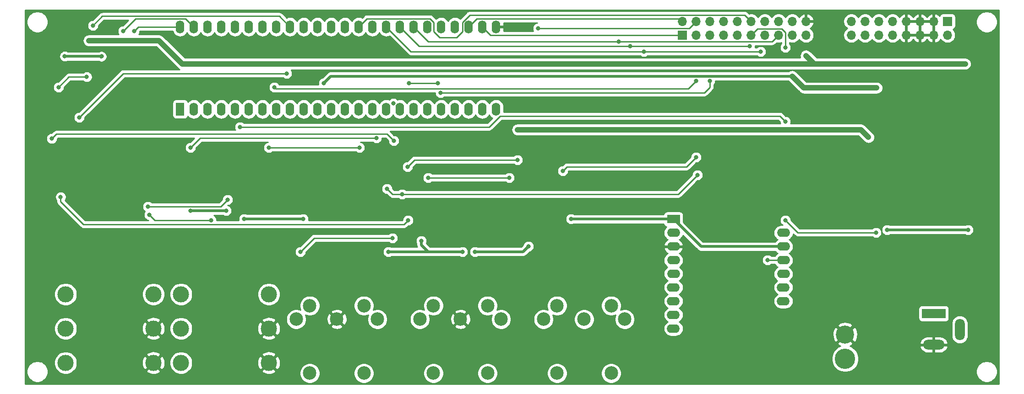
<source format=gbr>
%TF.GenerationSoftware,KiCad,Pcbnew,(5.1.10)-1*%
%TF.CreationDate,2021-06-27T19:19:49+02:00*%
%TF.ProjectId,xfm2,78666d32-2e6b-4696-9361-645f70636258,rev?*%
%TF.SameCoordinates,Original*%
%TF.FileFunction,Copper,L2,Bot*%
%TF.FilePolarity,Positive*%
%FSLAX46Y46*%
G04 Gerber Fmt 4.6, Leading zero omitted, Abs format (unit mm)*
G04 Created by KiCad (PCBNEW (5.1.10)-1) date 2021-06-27 19:19:49*
%MOMM*%
%LPD*%
G01*
G04 APERTURE LIST*
%TA.AperFunction,ComponentPad*%
%ADD10C,3.765000*%
%TD*%
%TA.AperFunction,ComponentPad*%
%ADD11C,3.360000*%
%TD*%
%TA.AperFunction,ComponentPad*%
%ADD12C,2.500000*%
%TD*%
%TA.AperFunction,ComponentPad*%
%ADD13R,1.700000X1.700000*%
%TD*%
%TA.AperFunction,ComponentPad*%
%ADD14O,1.700000X1.700000*%
%TD*%
%TA.AperFunction,ComponentPad*%
%ADD15R,1.600000X2.400000*%
%TD*%
%TA.AperFunction,ComponentPad*%
%ADD16O,1.600000X2.400000*%
%TD*%
%TA.AperFunction,ComponentPad*%
%ADD17O,2.400000X1.600000*%
%TD*%
%TA.AperFunction,ComponentPad*%
%ADD18R,2.400000X1.600000*%
%TD*%
%TA.AperFunction,ComponentPad*%
%ADD19O,1.800000X4.000000*%
%TD*%
%TA.AperFunction,ComponentPad*%
%ADD20O,4.000000X1.800000*%
%TD*%
%TA.AperFunction,ComponentPad*%
%ADD21R,4.400000X1.800000*%
%TD*%
%TA.AperFunction,ComponentPad*%
%ADD22C,3.000000*%
%TD*%
%TA.AperFunction,ViaPad*%
%ADD23C,0.800000*%
%TD*%
%TA.AperFunction,Conductor*%
%ADD24C,0.250000*%
%TD*%
%TA.AperFunction,Conductor*%
%ADD25C,1.000000*%
%TD*%
%TA.AperFunction,Conductor*%
%ADD26C,0.500000*%
%TD*%
%TA.AperFunction,Conductor*%
%ADD27C,0.254000*%
%TD*%
%TA.AperFunction,Conductor*%
%ADD28C,0.100000*%
%TD*%
G04 APERTURE END LIST*
D10*
%TO.P,J5,1*%
%TO.N,Net-(C1-Pad1)*%
X213741000Y-149352000D03*
D11*
%TO.P,J5,2*%
%TO.N,GND*%
X213741000Y-144852000D03*
%TD*%
D12*
%TO.P,J1,3*%
%TO.N,Net-(J1-Pad3)*%
X157981000Y-142034000D03*
%TO.P,J1,4*%
%TO.N,Net-(FB3-Pad1)*%
X170481000Y-139534000D03*
%TO.P,J1,2*%
%TO.N,Net-(J1-Pad2)*%
X165481000Y-142034000D03*
%TO.P,J1,1*%
%TO.N,Net-(J1-Pad1)*%
X172981000Y-142034000D03*
%TO.P,J1,5*%
%TO.N,/MIDI_TX_RETURN*%
X160481000Y-139534000D03*
%TO.P,J1,6*%
%TO.N,N/C*%
X170481000Y-152034000D03*
X160481000Y-152034000D03*
%TD*%
D13*
%TO.P,J2,1*%
%TO.N,UART_RX*%
X183642000Y-89408000D03*
D14*
%TO.P,J2,2*%
%TO.N,UART_TX*%
X183642000Y-86868000D03*
%TO.P,J2,3*%
%TO.N,MIDI_IN*%
X186182000Y-89408000D03*
%TO.P,J2,4*%
%TO.N,MIDI_IN_INV*%
X186182000Y-86868000D03*
%TO.P,J2,5*%
%TO.N,MIDI_OUT*%
X188722000Y-89408000D03*
%TO.P,J2,6*%
%TO.N,MIDI_OUT_INV*%
X188722000Y-86868000D03*
%TO.P,J2,7*%
%TO.N,Net-(J2-Pad7)*%
X191262000Y-89408000D03*
%TO.P,J2,8*%
%TO.N,Net-(J2-Pad8)*%
X191262000Y-86868000D03*
%TO.P,J2,9*%
%TO.N,Net-(J2-Pad9)*%
X193802000Y-89408000D03*
%TO.P,J2,10*%
%TO.N,Net-(J2-Pad10)*%
X193802000Y-86868000D03*
%TO.P,J2,11*%
%TO.N,SPDIF_OUT*%
X196342000Y-89408000D03*
%TO.P,J2,12*%
%TO.N,I2S_MUTE*%
X196342000Y-86868000D03*
%TO.P,J2,13*%
%TO.N,I2S_SDA*%
X198882000Y-89408000D03*
%TO.P,J2,14*%
%TO.N,I2S_WS*%
X198882000Y-86868000D03*
%TO.P,J2,15*%
%TO.N,I2S_SCK*%
X201422000Y-89408000D03*
%TO.P,J2,16*%
%TO.N,Net-(J2-Pad16)*%
X201422000Y-86868000D03*
%TO.P,J2,17*%
%TO.N,-5V*%
X203962000Y-89408000D03*
%TO.P,J2,18*%
%TO.N,+5V*%
X203962000Y-86868000D03*
%TO.P,J2,19*%
%TO.N,+3V3*%
X206502000Y-89408000D03*
%TO.P,J2,20*%
%TO.N,GND*%
X206502000Y-86868000D03*
%TD*%
D12*
%TO.P,J3,6*%
%TO.N,N/C*%
X137621000Y-152034000D03*
X147621000Y-152034000D03*
%TO.P,J3,5*%
%TO.N,Net-(FB5-Pad2)*%
X137621000Y-139534000D03*
%TO.P,J3,1*%
%TO.N,Net-(J3-Pad1)*%
X150121000Y-142034000D03*
%TO.P,J3,2*%
%TO.N,GND*%
X142621000Y-142034000D03*
%TO.P,J3,4*%
%TO.N,Net-(FB1-Pad1)*%
X147621000Y-139534000D03*
%TO.P,J3,3*%
%TO.N,Net-(J3-Pad3)*%
X135121000Y-142034000D03*
%TD*%
%TO.P,J4,3*%
%TO.N,Net-(J4-Pad3)*%
X112261000Y-142034000D03*
%TO.P,J4,4*%
%TO.N,Net-(FB6-Pad2)*%
X124761000Y-139534000D03*
%TO.P,J4,2*%
%TO.N,GND*%
X119761000Y-142034000D03*
%TO.P,J4,1*%
%TO.N,Net-(J4-Pad1)*%
X127261000Y-142034000D03*
%TO.P,J4,5*%
%TO.N,Net-(FB2-Pad1)*%
X114761000Y-139534000D03*
%TO.P,J4,6*%
%TO.N,N/C*%
X124761000Y-152034000D03*
X114761000Y-152034000D03*
%TD*%
D15*
%TO.P,U2,1*%
%TO.N,Net-(U2-Pad1)*%
X90805000Y-103124000D03*
D16*
%TO.P,U2,25*%
%TO.N,GND*%
X149225000Y-87884000D03*
%TO.P,U2,2*%
%TO.N,Net-(U2-Pad2)*%
X93345000Y-103124000D03*
%TO.P,U2,26*%
%TO.N,UART_RX*%
X146685000Y-87884000D03*
%TO.P,U2,3*%
%TO.N,Net-(U2-Pad3)*%
X95885000Y-103124000D03*
%TO.P,U2,27*%
%TO.N,UART_TX*%
X144145000Y-87884000D03*
%TO.P,U2,4*%
%TO.N,Net-(U2-Pad4)*%
X98425000Y-103124000D03*
%TO.P,U2,28*%
%TO.N,Net-(U2-Pad28)*%
X141605000Y-87884000D03*
%TO.P,U2,5*%
%TO.N,Net-(U2-Pad5)*%
X100965000Y-103124000D03*
%TO.P,U2,29*%
%TO.N,MIDI_OUT*%
X139065000Y-87884000D03*
%TO.P,U2,6*%
%TO.N,Net-(U2-Pad6)*%
X103505000Y-103124000D03*
%TO.P,U2,30*%
%TO.N,Net-(U2-Pad30)*%
X136525000Y-87884000D03*
%TO.P,U2,7*%
%TO.N,Net-(U2-Pad7)*%
X106045000Y-103124000D03*
%TO.P,U2,31*%
%TO.N,I2S_SCK*%
X133985000Y-87884000D03*
%TO.P,U2,8*%
%TO.N,Net-(U2-Pad8)*%
X108585000Y-103124000D03*
%TO.P,U2,32*%
%TO.N,I2S_SDA*%
X131445000Y-87884000D03*
%TO.P,U2,9*%
%TO.N,Net-(U2-Pad9)*%
X111125000Y-103124000D03*
%TO.P,U2,33*%
%TO.N,I2S_WS*%
X128905000Y-87884000D03*
%TO.P,U2,10*%
%TO.N,Net-(U2-Pad10)*%
X113665000Y-103124000D03*
%TO.P,U2,34*%
%TO.N,Net-(U2-Pad34)*%
X126365000Y-87884000D03*
%TO.P,U2,11*%
%TO.N,Net-(U2-Pad11)*%
X116205000Y-103124000D03*
%TO.P,U2,35*%
%TO.N,I2S_MUTE*%
X123825000Y-87884000D03*
%TO.P,U2,12*%
%TO.N,Net-(U2-Pad12)*%
X118745000Y-103124000D03*
%TO.P,U2,36*%
%TO.N,Net-(U2-Pad36)*%
X121285000Y-87884000D03*
%TO.P,U2,13*%
%TO.N,Net-(U2-Pad13)*%
X121285000Y-103124000D03*
%TO.P,U2,37*%
%TO.N,Net-(U2-Pad37)*%
X118745000Y-87884000D03*
%TO.P,U2,14*%
%TO.N,Net-(U2-Pad14)*%
X123825000Y-103124000D03*
%TO.P,U2,38*%
%TO.N,Net-(U2-Pad38)*%
X116205000Y-87884000D03*
%TO.P,U2,15*%
%TO.N,CV0_3.3V*%
X126365000Y-103124000D03*
%TO.P,U2,39*%
%TO.N,LED_AUDIO*%
X113665000Y-87884000D03*
%TO.P,U2,16*%
%TO.N,CV1_3.3V*%
X128905000Y-103124000D03*
%TO.P,U2,40*%
%TO.N,LED_CLIP*%
X111125000Y-87884000D03*
%TO.P,U2,17*%
%TO.N,Net-(U2-Pad17)*%
X131445000Y-103124000D03*
%TO.P,U2,41*%
%TO.N,Net-(U2-Pad41)*%
X108585000Y-87884000D03*
%TO.P,U2,18*%
%TO.N,Net-(U2-Pad18)*%
X133985000Y-103124000D03*
%TO.P,U2,42*%
%TO.N,MIDI_IN*%
X106045000Y-87884000D03*
%TO.P,U2,19*%
%TO.N,Net-(U2-Pad19)*%
X136525000Y-103124000D03*
%TO.P,U2,43*%
%TO.N,Net-(U2-Pad43)*%
X103505000Y-87884000D03*
%TO.P,U2,20*%
%TO.N,Net-(U2-Pad20)*%
X139065000Y-103124000D03*
%TO.P,U2,44*%
%TO.N,SPDIF_OUT*%
X100965000Y-87884000D03*
%TO.P,U2,21*%
%TO.N,Net-(U2-Pad21)*%
X141605000Y-103124000D03*
%TO.P,U2,45*%
%TO.N,Net-(U2-Pad45)*%
X98425000Y-87884000D03*
%TO.P,U2,22*%
%TO.N,Net-(U2-Pad22)*%
X144145000Y-103124000D03*
%TO.P,U2,46*%
%TO.N,Net-(U2-Pad46)*%
X95885000Y-87884000D03*
%TO.P,U2,23*%
%TO.N,Net-(U2-Pad23)*%
X146685000Y-103124000D03*
%TO.P,U2,47*%
%TO.N,EEPROM_SCL*%
X93345000Y-87884000D03*
%TO.P,U2,24*%
%TO.N,+5V*%
X149225000Y-103124000D03*
%TO.P,U2,48*%
%TO.N,EEPROM_SDA*%
X90805000Y-87884000D03*
%TD*%
D17*
%TO.P,U4,10*%
%TO.N,Net-(U4-Pad10)*%
X202319000Y-126034000D03*
%TO.P,U4,4*%
%TO.N,I2S_WS*%
X181999000Y-131114000D03*
%TO.P,U4,11*%
%TO.N,+3V3*%
X202319000Y-128574000D03*
%TO.P,U4,3*%
%TO.N,GND*%
X181999000Y-128574000D03*
%TO.P,U4,12*%
%TO.N,I2S_MUTE*%
X202319000Y-131114000D03*
%TO.P,U4,2*%
%TO.N,Net-(U4-Pad2)*%
X181999000Y-126034000D03*
%TO.P,U4,13*%
%TO.N,+3V3*%
X202319000Y-133654000D03*
D18*
%TO.P,U4,1*%
X181999000Y-123494000D03*
D17*
%TO.P,U4,5*%
%TO.N,I2S_SDA*%
X181999000Y-133604000D03*
%TO.P,U4,6*%
%TO.N,I2S_SCK*%
X181991000Y-136144000D03*
%TO.P,U4,7*%
%TO.N,Net-(U4-Pad7)*%
X181991000Y-138684000D03*
%TO.P,U4,8*%
%TO.N,Net-(U4-Pad8)*%
X181991000Y-141224000D03*
%TO.P,U4,9*%
%TO.N,Net-(U4-Pad9)*%
X181991000Y-143764000D03*
%TO.P,U4,14*%
%TO.N,Net-(U4-Pad14)*%
X202311000Y-136144000D03*
%TO.P,U4,15*%
%TO.N,Net-(U4-Pad15)*%
X202311000Y-138684000D03*
%TD*%
D19*
%TO.P,J6,3*%
%TO.N,N/C*%
X234924000Y-143970000D03*
D20*
%TO.P,J6,2*%
%TO.N,GND*%
X230124000Y-146770000D03*
D21*
%TO.P,J6,1*%
%TO.N,Net-(D6-Pad2)*%
X230124000Y-140970000D03*
%TD*%
D13*
%TO.P,J7,1*%
%TO.N,-12V*%
X232664000Y-86868000D03*
D14*
%TO.P,J7,2*%
X232664000Y-89408000D03*
%TO.P,J7,3*%
%TO.N,GND*%
X230124000Y-86868000D03*
%TO.P,J7,4*%
X230124000Y-89408000D03*
%TO.P,J7,5*%
X227584000Y-86868000D03*
%TO.P,J7,6*%
X227584000Y-89408000D03*
%TO.P,J7,7*%
X225044000Y-86868000D03*
%TO.P,J7,8*%
X225044000Y-89408000D03*
%TO.P,J7,9*%
%TO.N,+12V*%
X222504000Y-86868000D03*
%TO.P,J7,10*%
X222504000Y-89408000D03*
%TO.P,J7,11*%
%TO.N,+5V*%
X219964000Y-86868000D03*
%TO.P,J7,12*%
X219964000Y-89408000D03*
%TO.P,J7,13*%
%TO.N,Net-(J7-Pad13)*%
X217424000Y-86868000D03*
%TO.P,J7,14*%
%TO.N,Net-(J7-Pad14)*%
X217424000Y-89408000D03*
%TO.P,J7,15*%
%TO.N,Net-(J7-Pad15)*%
X214884000Y-86868000D03*
%TO.P,J7,16*%
%TO.N,Net-(J7-Pad16)*%
X214884000Y-89408000D03*
%TD*%
D22*
%TO.P,J8,S*%
%TO.N,GND*%
X107188000Y-143764000D03*
X107188000Y-150114000D03*
%TO.P,J8,T*%
%TO.N,Net-(J8-PadT)*%
X107188000Y-137414000D03*
%TO.P,J8,*%
%TO.N,*%
X90958000Y-143764000D03*
X90958000Y-150114000D03*
X90958000Y-137414000D03*
%TD*%
%TO.P,J9,*%
%TO.N,*%
X69622000Y-137414000D03*
X69622000Y-150114000D03*
X69622000Y-143764000D03*
%TO.P,J9,T*%
%TO.N,Net-(J9-PadT)*%
X85852000Y-137414000D03*
%TO.P,J9,S*%
%TO.N,GND*%
X85852000Y-150114000D03*
X85852000Y-143764000D03*
%TD*%
D23*
%TO.N,SPDIF_OUT*%
X202692000Y-91694000D03*
X101854000Y-106426000D03*
X202692000Y-105410000D03*
X219456000Y-125984000D03*
X202692000Y-123698000D03*
%TO.N,GND*%
X129032000Y-122682000D03*
X134192010Y-122682000D03*
X131491990Y-126954968D03*
%TO.N,MIDI_OUT*%
X130302000Y-108966000D03*
X188722000Y-97878000D03*
X130212582Y-102059810D03*
X138430000Y-98298000D03*
X133096000Y-98298000D03*
X138938000Y-100076000D03*
%TO.N,I2S_SCK*%
X171863001Y-90583001D03*
%TO.N,I2S_SDA*%
X196088000Y-91440000D03*
X173990000Y-91440000D03*
%TO.N,I2S_WS*%
X198120000Y-92456000D03*
X176530000Y-92456000D03*
%TO.N,I2S_MUTE*%
X199390000Y-131064000D03*
%TO.N,LED_CLIP*%
X74676000Y-87630000D03*
%TO.N,LED_AUDIO*%
X110490000Y-96520000D03*
%TO.N,MIDI_IN*%
X186182000Y-97878000D03*
X108204000Y-99060000D03*
X136652000Y-115824000D03*
X151638000Y-115824000D03*
X161544000Y-114554000D03*
X186182000Y-112014000D03*
%TO.N,Net-(R9-Pad2)*%
X113030000Y-129540000D03*
X130048000Y-127000000D03*
%TO.N,EEPROM_SCL*%
X80264000Y-88646000D03*
%TO.N,EEPROM_SDA*%
X82296000Y-88646000D03*
%TO.N,MIDI_IN_INV*%
X132941990Y-123698000D03*
X153162000Y-112522000D03*
X132842000Y-113792000D03*
X156972000Y-88138000D03*
%TO.N,+5V*%
X153162000Y-106934000D03*
X218059000Y-108331000D03*
X221488000Y-125476000D03*
X236474000Y-125476000D03*
%TO.N,+3V3*%
X235966000Y-94742000D03*
X206502000Y-93218000D03*
X163068000Y-123444000D03*
X76260000Y-93361000D03*
X143002000Y-129540000D03*
X129286000Y-129540000D03*
X197866000Y-94742000D03*
X145288000Y-129540000D03*
X155194000Y-128524000D03*
X135382000Y-127508000D03*
X73914000Y-90424000D03*
%TO.N,Net-(C6-Pad1)*%
X96520000Y-123698000D03*
X85090000Y-122682000D03*
%TO.N,Net-(C6-Pad2)*%
X99568000Y-119888000D03*
X84836000Y-121158000D03*
%TO.N,-5V*%
X219583000Y-99187000D03*
X203962000Y-97028000D03*
X117348000Y-98298000D03*
X113538000Y-123444000D03*
X102616000Y-123444000D03*
X99314000Y-121920000D03*
X92710000Y-121920000D03*
%TO.N,MIDI_OUT*%
X67056000Y-108585000D03*
%TO.N,LED_CLIP*%
X68326000Y-99060000D03*
X73533000Y-97155000D03*
%TO.N,LED_AUDIO*%
X72136000Y-104648000D03*
%TO.N,MIDI_IN_INV*%
X68707000Y-119380000D03*
%TO.N,+3V3*%
X69469000Y-93345000D03*
%TO.N,CV0_3.3V*%
X107188000Y-110236000D03*
X123952000Y-110236000D03*
%TO.N,CV1_3.3V*%
X92710000Y-110236000D03*
X127090000Y-108458000D03*
%TO.N,MIDI_OUT_INV*%
X131826000Y-118872000D03*
X129032000Y-117856000D03*
X186436000Y-115316000D03*
%TD*%
D24*
%TO.N,SPDIF_OUT*%
X202692000Y-88938998D02*
X202692000Y-91694000D01*
X201986001Y-88232999D02*
X202692000Y-88938998D01*
X197517001Y-88232999D02*
X201986001Y-88232999D01*
X196342000Y-89408000D02*
X197517001Y-88232999D01*
X147914004Y-106426000D02*
X149946004Y-104394000D01*
X101854000Y-106426000D02*
X147914004Y-106426000D01*
X201676000Y-104394000D02*
X202692000Y-105410000D01*
X149946004Y-104394000D02*
X201676000Y-104394000D01*
X204978000Y-125984000D02*
X202692000Y-123698000D01*
X219456000Y-125984000D02*
X204978000Y-125984000D01*
%TO.N,MIDI_OUT*%
X129068999Y-107732999D02*
X130302000Y-108966000D01*
X74639001Y-107732999D02*
X129068999Y-107732999D01*
X188722000Y-97878000D02*
X188722000Y-99060000D01*
X188722000Y-99060000D02*
X187706000Y-100076000D01*
X138430000Y-98298000D02*
X133096000Y-98298000D01*
X138938000Y-100076000D02*
X143510000Y-100076000D01*
X143510000Y-100076000D02*
X142494000Y-100076000D01*
X187706000Y-100076000D02*
X143510000Y-100076000D01*
%TO.N,I2S_SCK*%
X200246999Y-90583001D02*
X201422000Y-89408000D01*
X133985000Y-87884000D02*
X136684001Y-90583001D01*
X171863001Y-90583001D02*
X200246999Y-90583001D01*
X136684001Y-90583001D02*
X171863001Y-90583001D01*
%TO.N,I2S_SDA*%
X131445000Y-87884000D02*
X135001000Y-91440000D01*
X173990000Y-91440000D02*
X196088000Y-91440000D01*
X135001000Y-91440000D02*
X173990000Y-91440000D01*
%TO.N,I2S_WS*%
X128905000Y-87884000D02*
X133477000Y-92456000D01*
X176530000Y-92456000D02*
X198120000Y-92456000D01*
X133477000Y-92456000D02*
X176530000Y-92456000D01*
%TO.N,I2S_MUTE*%
X199440000Y-131114000D02*
X199390000Y-131064000D01*
X202319000Y-131114000D02*
X199440000Y-131114000D01*
X143019990Y-87018006D02*
X144344997Y-85692999D01*
X195166999Y-85692999D02*
X196342000Y-86868000D01*
X143019990Y-88749994D02*
X143019990Y-87018006D01*
X138759035Y-89859019D02*
X141910965Y-89859019D01*
X141910965Y-89859019D02*
X143019990Y-88749994D01*
X137650010Y-88749994D02*
X138759035Y-89859019D01*
X137650010Y-87018006D02*
X137650010Y-88749994D01*
X136990994Y-86358990D02*
X137650010Y-87018006D01*
X125350010Y-86358990D02*
X136990994Y-86358990D01*
X144344997Y-85692999D02*
X195166999Y-85692999D01*
X123825000Y-87884000D02*
X125350010Y-86358990D01*
%TO.N,LED_CLIP*%
X109149980Y-85908980D02*
X111125000Y-87884000D01*
X76397020Y-85908980D02*
X109149980Y-85908980D01*
X74676000Y-87630000D02*
X76397020Y-85908980D01*
%TO.N,LED_AUDIO*%
X80264000Y-96520000D02*
X110490000Y-96520000D01*
X72136000Y-104648000D02*
X80264000Y-96520000D01*
%TO.N,MIDI_IN*%
X186182000Y-97878000D02*
X184746000Y-99314000D01*
X108458000Y-99314000D02*
X108204000Y-99060000D01*
X184746000Y-99314000D02*
X108458000Y-99314000D01*
X136652000Y-115824000D02*
X151638000Y-115824000D01*
X161544000Y-114554000D02*
X162306000Y-113792000D01*
X184404000Y-113792000D02*
X186182000Y-112014000D01*
X162306000Y-113792000D02*
X184404000Y-113792000D01*
%TO.N,UART_RX*%
X183640990Y-89409010D02*
X183642000Y-89408000D01*
X148210010Y-89409010D02*
X183640990Y-89409010D01*
X146685000Y-87884000D02*
X148210010Y-89409010D01*
%TO.N,UART_TX*%
X183132990Y-86358990D02*
X183642000Y-86868000D01*
X145670010Y-86358990D02*
X183132990Y-86358990D01*
X144145000Y-87884000D02*
X145670010Y-86358990D01*
%TO.N,Net-(R9-Pad2)*%
X115570000Y-127000000D02*
X130048000Y-127000000D01*
X113030000Y-129540000D02*
X115570000Y-127000000D01*
%TO.N,EEPROM_SCL*%
X82551010Y-86358990D02*
X80264000Y-88646000D01*
X91819990Y-86358990D02*
X82551010Y-86358990D01*
X93345000Y-87884000D02*
X91819990Y-86358990D01*
%TO.N,EEPROM_SDA*%
X83058000Y-87884000D02*
X82296000Y-88646000D01*
X90805000Y-87884000D02*
X83058000Y-87884000D01*
%TO.N,MIDI_IN_INV*%
X132179990Y-124460000D02*
X132941990Y-123698000D01*
X184912000Y-88138000D02*
X162814000Y-88138000D01*
X186182000Y-86868000D02*
X184912000Y-88138000D01*
X134112000Y-112522000D02*
X132842000Y-113792000D01*
X153162000Y-112522000D02*
X134112000Y-112522000D01*
X162814000Y-88138000D02*
X156972000Y-88138000D01*
X72898000Y-124460000D02*
X76962000Y-124460000D01*
X76962000Y-124460000D02*
X132179990Y-124460000D01*
X76454000Y-124460000D02*
X76962000Y-124460000D01*
D25*
%TO.N,+5V*%
X216662000Y-106934000D02*
X218059000Y-108331000D01*
X153162000Y-106934000D02*
X216662000Y-106934000D01*
D26*
X221488000Y-125476000D02*
X236474000Y-125476000D01*
D25*
%TO.N,+3V3*%
X235966000Y-94742000D02*
X208788000Y-94742000D01*
X208788000Y-94742000D02*
X208026000Y-94742000D01*
X208026000Y-94742000D02*
X206502000Y-93218000D01*
D26*
X187079000Y-128574000D02*
X181999000Y-123494000D01*
X202319000Y-128574000D02*
X187079000Y-128574000D01*
X163118000Y-123494000D02*
X163068000Y-123444000D01*
X181999000Y-123494000D02*
X163118000Y-123494000D01*
X76149000Y-93472000D02*
X76260000Y-93361000D01*
D25*
X208026000Y-94742000D02*
X197866000Y-94742000D01*
D26*
X154178000Y-129540000D02*
X155194000Y-128524000D01*
X145288000Y-129540000D02*
X154178000Y-129540000D01*
X135382000Y-128270000D02*
X136652000Y-129540000D01*
X135382000Y-127508000D02*
X135382000Y-128270000D01*
X136652000Y-129540000D02*
X143002000Y-129540000D01*
X129286000Y-129540000D02*
X136652000Y-129540000D01*
D25*
X91186000Y-94742000D02*
X197866000Y-94742000D01*
X86868000Y-90424000D02*
X91186000Y-94742000D01*
X73914000Y-90424000D02*
X86868000Y-90424000D01*
D24*
%TO.N,Net-(C6-Pad1)*%
X86106000Y-123698000D02*
X85090000Y-122682000D01*
X96520000Y-123698000D02*
X86106000Y-123698000D01*
%TO.N,Net-(C6-Pad2)*%
X98298000Y-121158000D02*
X84836000Y-121158000D01*
X99568000Y-119888000D02*
X98298000Y-121158000D01*
D25*
%TO.N,-5V*%
X219583000Y-99187000D02*
X206121000Y-99187000D01*
X206121000Y-99187000D02*
X203962000Y-97028000D01*
D26*
X118618000Y-97028000D02*
X117348000Y-98298000D01*
X203962000Y-97028000D02*
X118618000Y-97028000D01*
X113538000Y-123444000D02*
X102616000Y-123444000D01*
X99314000Y-121920000D02*
X92710000Y-121920000D01*
D24*
%TO.N,MIDI_OUT*%
X67908001Y-107732999D02*
X67056000Y-108585000D01*
X74639001Y-107732999D02*
X67908001Y-107732999D01*
%TO.N,LED_CLIP*%
X68326000Y-99060000D02*
X70231000Y-97155000D01*
X70231000Y-97155000D02*
X73533000Y-97155000D01*
%TO.N,MIDI_IN_INV*%
X68707000Y-120269000D02*
X72898000Y-124460000D01*
X68707000Y-119380000D02*
X68707000Y-120269000D01*
D26*
%TO.N,+3V3*%
X76244000Y-93345000D02*
X76260000Y-93361000D01*
X69469000Y-93345000D02*
X76244000Y-93345000D01*
D24*
%TO.N,CV0_3.3V*%
X107188000Y-110236000D02*
X123952000Y-110236000D01*
%TO.N,CV1_3.3V*%
X94488000Y-108458000D02*
X127090000Y-108458000D01*
X92710000Y-110236000D02*
X94488000Y-108458000D01*
%TO.N,MIDI_OUT_INV*%
X130048000Y-118872000D02*
X129032000Y-117856000D01*
X131826000Y-118872000D02*
X130048000Y-118872000D01*
X182880000Y-118872000D02*
X131826000Y-118872000D01*
X186436000Y-115316000D02*
X182880000Y-118872000D01*
%TD*%
D27*
%TO.N,GND*%
X242164001Y-154026000D02*
X62128000Y-154026000D01*
X62128000Y-151569495D01*
X62404000Y-151569495D01*
X62404000Y-151960505D01*
X62480282Y-152344003D01*
X62629915Y-152705250D01*
X62847149Y-153030364D01*
X63123636Y-153306851D01*
X63448750Y-153524085D01*
X63809997Y-153673718D01*
X64193495Y-153750000D01*
X64584505Y-153750000D01*
X64968003Y-153673718D01*
X65329250Y-153524085D01*
X65654364Y-153306851D01*
X65930851Y-153030364D01*
X66148085Y-152705250D01*
X66297718Y-152344003D01*
X66374000Y-151960505D01*
X66374000Y-151569495D01*
X66297718Y-151185997D01*
X66148085Y-150824750D01*
X65930851Y-150499636D01*
X65654364Y-150223149D01*
X65329250Y-150005915D01*
X65082532Y-149903721D01*
X67487000Y-149903721D01*
X67487000Y-150324279D01*
X67569047Y-150736756D01*
X67729988Y-151125302D01*
X67963637Y-151474983D01*
X68261017Y-151772363D01*
X68610698Y-152006012D01*
X68999244Y-152166953D01*
X69411721Y-152249000D01*
X69832279Y-152249000D01*
X70244756Y-152166953D01*
X70633302Y-152006012D01*
X70982983Y-151772363D01*
X71149693Y-151605653D01*
X84539952Y-151605653D01*
X84695962Y-151921214D01*
X85070745Y-152112020D01*
X85475551Y-152226044D01*
X85894824Y-152258902D01*
X86312451Y-152209334D01*
X86712383Y-152079243D01*
X87008038Y-151921214D01*
X87164048Y-151605653D01*
X85852000Y-150293605D01*
X84539952Y-151605653D01*
X71149693Y-151605653D01*
X71280363Y-151474983D01*
X71514012Y-151125302D01*
X71674953Y-150736756D01*
X71757000Y-150324279D01*
X71757000Y-150156824D01*
X83707098Y-150156824D01*
X83756666Y-150574451D01*
X83886757Y-150974383D01*
X84044786Y-151270038D01*
X84360347Y-151426048D01*
X85672395Y-150114000D01*
X86031605Y-150114000D01*
X87343653Y-151426048D01*
X87659214Y-151270038D01*
X87850020Y-150895255D01*
X87964044Y-150490449D01*
X87996902Y-150071176D01*
X87977027Y-149903721D01*
X88823000Y-149903721D01*
X88823000Y-150324279D01*
X88905047Y-150736756D01*
X89065988Y-151125302D01*
X89299637Y-151474983D01*
X89597017Y-151772363D01*
X89946698Y-152006012D01*
X90335244Y-152166953D01*
X90747721Y-152249000D01*
X91168279Y-152249000D01*
X91580756Y-152166953D01*
X91969302Y-152006012D01*
X92318983Y-151772363D01*
X92485693Y-151605653D01*
X105875952Y-151605653D01*
X106031962Y-151921214D01*
X106406745Y-152112020D01*
X106811551Y-152226044D01*
X107230824Y-152258902D01*
X107648451Y-152209334D01*
X108048383Y-152079243D01*
X108344038Y-151921214D01*
X108380064Y-151848344D01*
X112876000Y-151848344D01*
X112876000Y-152219656D01*
X112948439Y-152583834D01*
X113090534Y-152926882D01*
X113296825Y-153235618D01*
X113559382Y-153498175D01*
X113868118Y-153704466D01*
X114211166Y-153846561D01*
X114575344Y-153919000D01*
X114946656Y-153919000D01*
X115310834Y-153846561D01*
X115653882Y-153704466D01*
X115962618Y-153498175D01*
X116225175Y-153235618D01*
X116431466Y-152926882D01*
X116573561Y-152583834D01*
X116646000Y-152219656D01*
X116646000Y-151848344D01*
X122876000Y-151848344D01*
X122876000Y-152219656D01*
X122948439Y-152583834D01*
X123090534Y-152926882D01*
X123296825Y-153235618D01*
X123559382Y-153498175D01*
X123868118Y-153704466D01*
X124211166Y-153846561D01*
X124575344Y-153919000D01*
X124946656Y-153919000D01*
X125310834Y-153846561D01*
X125653882Y-153704466D01*
X125962618Y-153498175D01*
X126225175Y-153235618D01*
X126431466Y-152926882D01*
X126573561Y-152583834D01*
X126646000Y-152219656D01*
X126646000Y-151848344D01*
X135736000Y-151848344D01*
X135736000Y-152219656D01*
X135808439Y-152583834D01*
X135950534Y-152926882D01*
X136156825Y-153235618D01*
X136419382Y-153498175D01*
X136728118Y-153704466D01*
X137071166Y-153846561D01*
X137435344Y-153919000D01*
X137806656Y-153919000D01*
X138170834Y-153846561D01*
X138513882Y-153704466D01*
X138822618Y-153498175D01*
X139085175Y-153235618D01*
X139291466Y-152926882D01*
X139433561Y-152583834D01*
X139506000Y-152219656D01*
X139506000Y-151848344D01*
X145736000Y-151848344D01*
X145736000Y-152219656D01*
X145808439Y-152583834D01*
X145950534Y-152926882D01*
X146156825Y-153235618D01*
X146419382Y-153498175D01*
X146728118Y-153704466D01*
X147071166Y-153846561D01*
X147435344Y-153919000D01*
X147806656Y-153919000D01*
X148170834Y-153846561D01*
X148513882Y-153704466D01*
X148822618Y-153498175D01*
X149085175Y-153235618D01*
X149291466Y-152926882D01*
X149433561Y-152583834D01*
X149506000Y-152219656D01*
X149506000Y-151848344D01*
X158596000Y-151848344D01*
X158596000Y-152219656D01*
X158668439Y-152583834D01*
X158810534Y-152926882D01*
X159016825Y-153235618D01*
X159279382Y-153498175D01*
X159588118Y-153704466D01*
X159931166Y-153846561D01*
X160295344Y-153919000D01*
X160666656Y-153919000D01*
X161030834Y-153846561D01*
X161373882Y-153704466D01*
X161682618Y-153498175D01*
X161945175Y-153235618D01*
X162151466Y-152926882D01*
X162293561Y-152583834D01*
X162366000Y-152219656D01*
X162366000Y-151848344D01*
X168596000Y-151848344D01*
X168596000Y-152219656D01*
X168668439Y-152583834D01*
X168810534Y-152926882D01*
X169016825Y-153235618D01*
X169279382Y-153498175D01*
X169588118Y-153704466D01*
X169931166Y-153846561D01*
X170295344Y-153919000D01*
X170666656Y-153919000D01*
X171030834Y-153846561D01*
X171373882Y-153704466D01*
X171682618Y-153498175D01*
X171945175Y-153235618D01*
X172151466Y-152926882D01*
X172293561Y-152583834D01*
X172366000Y-152219656D01*
X172366000Y-151848344D01*
X172293561Y-151484166D01*
X172151466Y-151141118D01*
X171945175Y-150832382D01*
X171682618Y-150569825D01*
X171373882Y-150363534D01*
X171030834Y-150221439D01*
X170666656Y-150149000D01*
X170295344Y-150149000D01*
X169931166Y-150221439D01*
X169588118Y-150363534D01*
X169279382Y-150569825D01*
X169016825Y-150832382D01*
X168810534Y-151141118D01*
X168668439Y-151484166D01*
X168596000Y-151848344D01*
X162366000Y-151848344D01*
X162293561Y-151484166D01*
X162151466Y-151141118D01*
X161945175Y-150832382D01*
X161682618Y-150569825D01*
X161373882Y-150363534D01*
X161030834Y-150221439D01*
X160666656Y-150149000D01*
X160295344Y-150149000D01*
X159931166Y-150221439D01*
X159588118Y-150363534D01*
X159279382Y-150569825D01*
X159016825Y-150832382D01*
X158810534Y-151141118D01*
X158668439Y-151484166D01*
X158596000Y-151848344D01*
X149506000Y-151848344D01*
X149433561Y-151484166D01*
X149291466Y-151141118D01*
X149085175Y-150832382D01*
X148822618Y-150569825D01*
X148513882Y-150363534D01*
X148170834Y-150221439D01*
X147806656Y-150149000D01*
X147435344Y-150149000D01*
X147071166Y-150221439D01*
X146728118Y-150363534D01*
X146419382Y-150569825D01*
X146156825Y-150832382D01*
X145950534Y-151141118D01*
X145808439Y-151484166D01*
X145736000Y-151848344D01*
X139506000Y-151848344D01*
X139433561Y-151484166D01*
X139291466Y-151141118D01*
X139085175Y-150832382D01*
X138822618Y-150569825D01*
X138513882Y-150363534D01*
X138170834Y-150221439D01*
X137806656Y-150149000D01*
X137435344Y-150149000D01*
X137071166Y-150221439D01*
X136728118Y-150363534D01*
X136419382Y-150569825D01*
X136156825Y-150832382D01*
X135950534Y-151141118D01*
X135808439Y-151484166D01*
X135736000Y-151848344D01*
X126646000Y-151848344D01*
X126573561Y-151484166D01*
X126431466Y-151141118D01*
X126225175Y-150832382D01*
X125962618Y-150569825D01*
X125653882Y-150363534D01*
X125310834Y-150221439D01*
X124946656Y-150149000D01*
X124575344Y-150149000D01*
X124211166Y-150221439D01*
X123868118Y-150363534D01*
X123559382Y-150569825D01*
X123296825Y-150832382D01*
X123090534Y-151141118D01*
X122948439Y-151484166D01*
X122876000Y-151848344D01*
X116646000Y-151848344D01*
X116573561Y-151484166D01*
X116431466Y-151141118D01*
X116225175Y-150832382D01*
X115962618Y-150569825D01*
X115653882Y-150363534D01*
X115310834Y-150221439D01*
X114946656Y-150149000D01*
X114575344Y-150149000D01*
X114211166Y-150221439D01*
X113868118Y-150363534D01*
X113559382Y-150569825D01*
X113296825Y-150832382D01*
X113090534Y-151141118D01*
X112948439Y-151484166D01*
X112876000Y-151848344D01*
X108380064Y-151848344D01*
X108500048Y-151605653D01*
X107188000Y-150293605D01*
X105875952Y-151605653D01*
X92485693Y-151605653D01*
X92616363Y-151474983D01*
X92850012Y-151125302D01*
X93010953Y-150736756D01*
X93093000Y-150324279D01*
X93093000Y-150156824D01*
X105043098Y-150156824D01*
X105092666Y-150574451D01*
X105222757Y-150974383D01*
X105380786Y-151270038D01*
X105696347Y-151426048D01*
X107008395Y-150114000D01*
X107367605Y-150114000D01*
X108679653Y-151426048D01*
X108995214Y-151270038D01*
X109186020Y-150895255D01*
X109300044Y-150490449D01*
X109332902Y-150071176D01*
X109283334Y-149653549D01*
X109153243Y-149253617D01*
X109073298Y-149104048D01*
X211223500Y-149104048D01*
X211223500Y-149599952D01*
X211320246Y-150086328D01*
X211510021Y-150544483D01*
X211785530Y-150956813D01*
X212136187Y-151307470D01*
X212548517Y-151582979D01*
X213006672Y-151772754D01*
X213493048Y-151869500D01*
X213988952Y-151869500D01*
X214475328Y-151772754D01*
X214933483Y-151582979D01*
X214953663Y-151569495D01*
X237918000Y-151569495D01*
X237918000Y-151960505D01*
X237994282Y-152344003D01*
X238143915Y-152705250D01*
X238361149Y-153030364D01*
X238637636Y-153306851D01*
X238962750Y-153524085D01*
X239323997Y-153673718D01*
X239707495Y-153750000D01*
X240098505Y-153750000D01*
X240482003Y-153673718D01*
X240843250Y-153524085D01*
X241168364Y-153306851D01*
X241444851Y-153030364D01*
X241662085Y-152705250D01*
X241811718Y-152344003D01*
X241888000Y-151960505D01*
X241888000Y-151569495D01*
X241811718Y-151185997D01*
X241662085Y-150824750D01*
X241444851Y-150499636D01*
X241168364Y-150223149D01*
X240843250Y-150005915D01*
X240482003Y-149856282D01*
X240098505Y-149780000D01*
X239707495Y-149780000D01*
X239323997Y-149856282D01*
X238962750Y-150005915D01*
X238637636Y-150223149D01*
X238361149Y-150499636D01*
X238143915Y-150824750D01*
X237994282Y-151185997D01*
X237918000Y-151569495D01*
X214953663Y-151569495D01*
X215345813Y-151307470D01*
X215696470Y-150956813D01*
X215971979Y-150544483D01*
X216161754Y-150086328D01*
X216258500Y-149599952D01*
X216258500Y-149104048D01*
X216161754Y-148617672D01*
X215971979Y-148159517D01*
X215696470Y-147747187D01*
X215345813Y-147396530D01*
X214954016Y-147134740D01*
X227532964Y-147134740D01*
X227557245Y-147240087D01*
X227677138Y-147517204D01*
X227848790Y-147765606D01*
X228065604Y-147975748D01*
X228319249Y-148139554D01*
X228599977Y-148250729D01*
X228897000Y-148305000D01*
X229997000Y-148305000D01*
X229997000Y-146897000D01*
X230251000Y-146897000D01*
X230251000Y-148305000D01*
X231351000Y-148305000D01*
X231648023Y-148250729D01*
X231928751Y-148139554D01*
X232182396Y-147975748D01*
X232399210Y-147765606D01*
X232570862Y-147517204D01*
X232690755Y-147240087D01*
X232715036Y-147134740D01*
X232594378Y-146897000D01*
X230251000Y-146897000D01*
X229997000Y-146897000D01*
X227653622Y-146897000D01*
X227532964Y-147134740D01*
X214954016Y-147134740D01*
X214933483Y-147121021D01*
X214633829Y-146996900D01*
X214664088Y-146987211D01*
X215003522Y-146805778D01*
X215181183Y-146471789D01*
X215114655Y-146405260D01*
X227532964Y-146405260D01*
X227653622Y-146643000D01*
X229997000Y-146643000D01*
X229997000Y-145235000D01*
X230251000Y-145235000D01*
X230251000Y-146643000D01*
X232594378Y-146643000D01*
X232715036Y-146405260D01*
X232690755Y-146299913D01*
X232570862Y-146022796D01*
X232399210Y-145774394D01*
X232182396Y-145564252D01*
X231928751Y-145400446D01*
X231648023Y-145289271D01*
X231351000Y-145235000D01*
X230251000Y-145235000D01*
X229997000Y-145235000D01*
X228897000Y-145235000D01*
X228599977Y-145289271D01*
X228319249Y-145400446D01*
X228065604Y-145564252D01*
X227848790Y-145774394D01*
X227677138Y-146022796D01*
X227557245Y-146299913D01*
X227532964Y-146405260D01*
X215114655Y-146405260D01*
X213741000Y-145031605D01*
X212300817Y-146471789D01*
X212478478Y-146805778D01*
X212848983Y-146996563D01*
X212548517Y-147121021D01*
X212136187Y-147396530D01*
X211785530Y-147747187D01*
X211510021Y-148159517D01*
X211320246Y-148617672D01*
X211223500Y-149104048D01*
X109073298Y-149104048D01*
X108995214Y-148957962D01*
X108679653Y-148801952D01*
X107367605Y-150114000D01*
X107008395Y-150114000D01*
X105696347Y-148801952D01*
X105380786Y-148957962D01*
X105189980Y-149332745D01*
X105075956Y-149737551D01*
X105043098Y-150156824D01*
X93093000Y-150156824D01*
X93093000Y-149903721D01*
X93010953Y-149491244D01*
X92850012Y-149102698D01*
X92616363Y-148753017D01*
X92485693Y-148622347D01*
X105875952Y-148622347D01*
X107188000Y-149934395D01*
X108500048Y-148622347D01*
X108344038Y-148306786D01*
X107969255Y-148115980D01*
X107564449Y-148001956D01*
X107145176Y-147969098D01*
X106727549Y-148018666D01*
X106327617Y-148148757D01*
X106031962Y-148306786D01*
X105875952Y-148622347D01*
X92485693Y-148622347D01*
X92318983Y-148455637D01*
X91969302Y-148221988D01*
X91580756Y-148061047D01*
X91168279Y-147979000D01*
X90747721Y-147979000D01*
X90335244Y-148061047D01*
X89946698Y-148221988D01*
X89597017Y-148455637D01*
X89299637Y-148753017D01*
X89065988Y-149102698D01*
X88905047Y-149491244D01*
X88823000Y-149903721D01*
X87977027Y-149903721D01*
X87947334Y-149653549D01*
X87817243Y-149253617D01*
X87659214Y-148957962D01*
X87343653Y-148801952D01*
X86031605Y-150114000D01*
X85672395Y-150114000D01*
X84360347Y-148801952D01*
X84044786Y-148957962D01*
X83853980Y-149332745D01*
X83739956Y-149737551D01*
X83707098Y-150156824D01*
X71757000Y-150156824D01*
X71757000Y-149903721D01*
X71674953Y-149491244D01*
X71514012Y-149102698D01*
X71280363Y-148753017D01*
X71149693Y-148622347D01*
X84539952Y-148622347D01*
X85852000Y-149934395D01*
X87164048Y-148622347D01*
X87008038Y-148306786D01*
X86633255Y-148115980D01*
X86228449Y-148001956D01*
X85809176Y-147969098D01*
X85391549Y-148018666D01*
X84991617Y-148148757D01*
X84695962Y-148306786D01*
X84539952Y-148622347D01*
X71149693Y-148622347D01*
X70982983Y-148455637D01*
X70633302Y-148221988D01*
X70244756Y-148061047D01*
X69832279Y-147979000D01*
X69411721Y-147979000D01*
X68999244Y-148061047D01*
X68610698Y-148221988D01*
X68261017Y-148455637D01*
X67963637Y-148753017D01*
X67729988Y-149102698D01*
X67569047Y-149491244D01*
X67487000Y-149903721D01*
X65082532Y-149903721D01*
X64968003Y-149856282D01*
X64584505Y-149780000D01*
X64193495Y-149780000D01*
X63809997Y-149856282D01*
X63448750Y-150005915D01*
X63123636Y-150223149D01*
X62847149Y-150499636D01*
X62629915Y-150824750D01*
X62480282Y-151185997D01*
X62404000Y-151569495D01*
X62128000Y-151569495D01*
X62128000Y-143553721D01*
X67487000Y-143553721D01*
X67487000Y-143974279D01*
X67569047Y-144386756D01*
X67729988Y-144775302D01*
X67963637Y-145124983D01*
X68261017Y-145422363D01*
X68610698Y-145656012D01*
X68999244Y-145816953D01*
X69411721Y-145899000D01*
X69832279Y-145899000D01*
X70244756Y-145816953D01*
X70633302Y-145656012D01*
X70982983Y-145422363D01*
X71149693Y-145255653D01*
X84539952Y-145255653D01*
X84695962Y-145571214D01*
X85070745Y-145762020D01*
X85475551Y-145876044D01*
X85894824Y-145908902D01*
X86312451Y-145859334D01*
X86712383Y-145729243D01*
X87008038Y-145571214D01*
X87164048Y-145255653D01*
X85852000Y-143943605D01*
X84539952Y-145255653D01*
X71149693Y-145255653D01*
X71280363Y-145124983D01*
X71514012Y-144775302D01*
X71674953Y-144386756D01*
X71757000Y-143974279D01*
X71757000Y-143806824D01*
X83707098Y-143806824D01*
X83756666Y-144224451D01*
X83886757Y-144624383D01*
X84044786Y-144920038D01*
X84360347Y-145076048D01*
X85672395Y-143764000D01*
X86031605Y-143764000D01*
X87343653Y-145076048D01*
X87659214Y-144920038D01*
X87850020Y-144545255D01*
X87964044Y-144140449D01*
X87996902Y-143721176D01*
X87977027Y-143553721D01*
X88823000Y-143553721D01*
X88823000Y-143974279D01*
X88905047Y-144386756D01*
X89065988Y-144775302D01*
X89299637Y-145124983D01*
X89597017Y-145422363D01*
X89946698Y-145656012D01*
X90335244Y-145816953D01*
X90747721Y-145899000D01*
X91168279Y-145899000D01*
X91580756Y-145816953D01*
X91969302Y-145656012D01*
X92318983Y-145422363D01*
X92485693Y-145255653D01*
X105875952Y-145255653D01*
X106031962Y-145571214D01*
X106406745Y-145762020D01*
X106811551Y-145876044D01*
X107230824Y-145908902D01*
X107648451Y-145859334D01*
X108048383Y-145729243D01*
X108344038Y-145571214D01*
X108500048Y-145255653D01*
X107188000Y-143943605D01*
X105875952Y-145255653D01*
X92485693Y-145255653D01*
X92616363Y-145124983D01*
X92850012Y-144775302D01*
X93010953Y-144386756D01*
X93093000Y-143974279D01*
X93093000Y-143806824D01*
X105043098Y-143806824D01*
X105092666Y-144224451D01*
X105222757Y-144624383D01*
X105380786Y-144920038D01*
X105696347Y-145076048D01*
X107008395Y-143764000D01*
X107367605Y-143764000D01*
X108679653Y-145076048D01*
X108995214Y-144920038D01*
X109186020Y-144545255D01*
X109300044Y-144140449D01*
X109332902Y-143721176D01*
X109283334Y-143303549D01*
X109153243Y-142903617D01*
X108995214Y-142607962D01*
X108679653Y-142451952D01*
X107367605Y-143764000D01*
X107008395Y-143764000D01*
X105696347Y-142451952D01*
X105380786Y-142607962D01*
X105189980Y-142982745D01*
X105075956Y-143387551D01*
X105043098Y-143806824D01*
X93093000Y-143806824D01*
X93093000Y-143553721D01*
X93010953Y-143141244D01*
X92850012Y-142752698D01*
X92616363Y-142403017D01*
X92485693Y-142272347D01*
X105875952Y-142272347D01*
X107188000Y-143584395D01*
X108500048Y-142272347D01*
X108344038Y-141956786D01*
X108131036Y-141848344D01*
X110376000Y-141848344D01*
X110376000Y-142219656D01*
X110448439Y-142583834D01*
X110590534Y-142926882D01*
X110796825Y-143235618D01*
X111059382Y-143498175D01*
X111368118Y-143704466D01*
X111711166Y-143846561D01*
X112075344Y-143919000D01*
X112446656Y-143919000D01*
X112810834Y-143846561D01*
X113153882Y-143704466D01*
X113462618Y-143498175D01*
X113613188Y-143347605D01*
X118627000Y-143347605D01*
X118752914Y-143637577D01*
X119085126Y-143803433D01*
X119443312Y-143901290D01*
X119813706Y-143927389D01*
X120182075Y-143880725D01*
X120534262Y-143763094D01*
X120769086Y-143637577D01*
X120895000Y-143347605D01*
X119761000Y-142213605D01*
X118627000Y-143347605D01*
X113613188Y-143347605D01*
X113725175Y-143235618D01*
X113931466Y-142926882D01*
X114073561Y-142583834D01*
X114146000Y-142219656D01*
X114146000Y-142086706D01*
X117867611Y-142086706D01*
X117914275Y-142455075D01*
X118031906Y-142807262D01*
X118157423Y-143042086D01*
X118447395Y-143168000D01*
X119581395Y-142034000D01*
X119940605Y-142034000D01*
X121074605Y-143168000D01*
X121364577Y-143042086D01*
X121530433Y-142709874D01*
X121628290Y-142351688D01*
X121654389Y-141981294D01*
X121607725Y-141612925D01*
X121490094Y-141260738D01*
X121364577Y-141025914D01*
X121074605Y-140900000D01*
X119940605Y-142034000D01*
X119581395Y-142034000D01*
X118447395Y-140900000D01*
X118157423Y-141025914D01*
X117991567Y-141358126D01*
X117893710Y-141716312D01*
X117867611Y-142086706D01*
X114146000Y-142086706D01*
X114146000Y-141848344D01*
X114073561Y-141484166D01*
X113976260Y-141249260D01*
X114211166Y-141346561D01*
X114575344Y-141419000D01*
X114946656Y-141419000D01*
X115310834Y-141346561D01*
X115653882Y-141204466D01*
X115962618Y-140998175D01*
X116225175Y-140735618D01*
X116235346Y-140720395D01*
X118627000Y-140720395D01*
X119761000Y-141854395D01*
X120895000Y-140720395D01*
X120769086Y-140430423D01*
X120436874Y-140264567D01*
X120078688Y-140166710D01*
X119708294Y-140140611D01*
X119339925Y-140187275D01*
X118987738Y-140304906D01*
X118752914Y-140430423D01*
X118627000Y-140720395D01*
X116235346Y-140720395D01*
X116431466Y-140426882D01*
X116573561Y-140083834D01*
X116646000Y-139719656D01*
X116646000Y-139348344D01*
X122876000Y-139348344D01*
X122876000Y-139719656D01*
X122948439Y-140083834D01*
X123090534Y-140426882D01*
X123296825Y-140735618D01*
X123559382Y-140998175D01*
X123868118Y-141204466D01*
X124211166Y-141346561D01*
X124575344Y-141419000D01*
X124946656Y-141419000D01*
X125310834Y-141346561D01*
X125545740Y-141249260D01*
X125448439Y-141484166D01*
X125376000Y-141848344D01*
X125376000Y-142219656D01*
X125448439Y-142583834D01*
X125590534Y-142926882D01*
X125796825Y-143235618D01*
X126059382Y-143498175D01*
X126368118Y-143704466D01*
X126711166Y-143846561D01*
X127075344Y-143919000D01*
X127446656Y-143919000D01*
X127810834Y-143846561D01*
X128153882Y-143704466D01*
X128462618Y-143498175D01*
X128725175Y-143235618D01*
X128931466Y-142926882D01*
X129073561Y-142583834D01*
X129146000Y-142219656D01*
X129146000Y-141848344D01*
X133236000Y-141848344D01*
X133236000Y-142219656D01*
X133308439Y-142583834D01*
X133450534Y-142926882D01*
X133656825Y-143235618D01*
X133919382Y-143498175D01*
X134228118Y-143704466D01*
X134571166Y-143846561D01*
X134935344Y-143919000D01*
X135306656Y-143919000D01*
X135670834Y-143846561D01*
X136013882Y-143704466D01*
X136322618Y-143498175D01*
X136473188Y-143347605D01*
X141487000Y-143347605D01*
X141612914Y-143637577D01*
X141945126Y-143803433D01*
X142303312Y-143901290D01*
X142673706Y-143927389D01*
X143042075Y-143880725D01*
X143394262Y-143763094D01*
X143629086Y-143637577D01*
X143755000Y-143347605D01*
X142621000Y-142213605D01*
X141487000Y-143347605D01*
X136473188Y-143347605D01*
X136585175Y-143235618D01*
X136791466Y-142926882D01*
X136933561Y-142583834D01*
X137006000Y-142219656D01*
X137006000Y-142086706D01*
X140727611Y-142086706D01*
X140774275Y-142455075D01*
X140891906Y-142807262D01*
X141017423Y-143042086D01*
X141307395Y-143168000D01*
X142441395Y-142034000D01*
X142800605Y-142034000D01*
X143934605Y-143168000D01*
X144224577Y-143042086D01*
X144390433Y-142709874D01*
X144488290Y-142351688D01*
X144514389Y-141981294D01*
X144467725Y-141612925D01*
X144350094Y-141260738D01*
X144224577Y-141025914D01*
X143934605Y-140900000D01*
X142800605Y-142034000D01*
X142441395Y-142034000D01*
X141307395Y-140900000D01*
X141017423Y-141025914D01*
X140851567Y-141358126D01*
X140753710Y-141716312D01*
X140727611Y-142086706D01*
X137006000Y-142086706D01*
X137006000Y-141848344D01*
X136933561Y-141484166D01*
X136836260Y-141249260D01*
X137071166Y-141346561D01*
X137435344Y-141419000D01*
X137806656Y-141419000D01*
X138170834Y-141346561D01*
X138513882Y-141204466D01*
X138822618Y-140998175D01*
X139085175Y-140735618D01*
X139095346Y-140720395D01*
X141487000Y-140720395D01*
X142621000Y-141854395D01*
X143755000Y-140720395D01*
X143629086Y-140430423D01*
X143296874Y-140264567D01*
X142938688Y-140166710D01*
X142568294Y-140140611D01*
X142199925Y-140187275D01*
X141847738Y-140304906D01*
X141612914Y-140430423D01*
X141487000Y-140720395D01*
X139095346Y-140720395D01*
X139291466Y-140426882D01*
X139433561Y-140083834D01*
X139506000Y-139719656D01*
X139506000Y-139348344D01*
X145736000Y-139348344D01*
X145736000Y-139719656D01*
X145808439Y-140083834D01*
X145950534Y-140426882D01*
X146156825Y-140735618D01*
X146419382Y-140998175D01*
X146728118Y-141204466D01*
X147071166Y-141346561D01*
X147435344Y-141419000D01*
X147806656Y-141419000D01*
X148170834Y-141346561D01*
X148405740Y-141249260D01*
X148308439Y-141484166D01*
X148236000Y-141848344D01*
X148236000Y-142219656D01*
X148308439Y-142583834D01*
X148450534Y-142926882D01*
X148656825Y-143235618D01*
X148919382Y-143498175D01*
X149228118Y-143704466D01*
X149571166Y-143846561D01*
X149935344Y-143919000D01*
X150306656Y-143919000D01*
X150670834Y-143846561D01*
X151013882Y-143704466D01*
X151322618Y-143498175D01*
X151585175Y-143235618D01*
X151791466Y-142926882D01*
X151933561Y-142583834D01*
X152006000Y-142219656D01*
X152006000Y-141848344D01*
X156096000Y-141848344D01*
X156096000Y-142219656D01*
X156168439Y-142583834D01*
X156310534Y-142926882D01*
X156516825Y-143235618D01*
X156779382Y-143498175D01*
X157088118Y-143704466D01*
X157431166Y-143846561D01*
X157795344Y-143919000D01*
X158166656Y-143919000D01*
X158530834Y-143846561D01*
X158873882Y-143704466D01*
X159182618Y-143498175D01*
X159445175Y-143235618D01*
X159651466Y-142926882D01*
X159793561Y-142583834D01*
X159866000Y-142219656D01*
X159866000Y-141848344D01*
X163596000Y-141848344D01*
X163596000Y-142219656D01*
X163668439Y-142583834D01*
X163810534Y-142926882D01*
X164016825Y-143235618D01*
X164279382Y-143498175D01*
X164588118Y-143704466D01*
X164931166Y-143846561D01*
X165295344Y-143919000D01*
X165666656Y-143919000D01*
X166030834Y-143846561D01*
X166373882Y-143704466D01*
X166682618Y-143498175D01*
X166945175Y-143235618D01*
X167151466Y-142926882D01*
X167293561Y-142583834D01*
X167366000Y-142219656D01*
X167366000Y-141848344D01*
X167293561Y-141484166D01*
X167151466Y-141141118D01*
X166945175Y-140832382D01*
X166682618Y-140569825D01*
X166373882Y-140363534D01*
X166030834Y-140221439D01*
X165666656Y-140149000D01*
X165295344Y-140149000D01*
X164931166Y-140221439D01*
X164588118Y-140363534D01*
X164279382Y-140569825D01*
X164016825Y-140832382D01*
X163810534Y-141141118D01*
X163668439Y-141484166D01*
X163596000Y-141848344D01*
X159866000Y-141848344D01*
X159793561Y-141484166D01*
X159696260Y-141249260D01*
X159931166Y-141346561D01*
X160295344Y-141419000D01*
X160666656Y-141419000D01*
X161030834Y-141346561D01*
X161373882Y-141204466D01*
X161682618Y-140998175D01*
X161945175Y-140735618D01*
X162151466Y-140426882D01*
X162293561Y-140083834D01*
X162366000Y-139719656D01*
X162366000Y-139348344D01*
X168596000Y-139348344D01*
X168596000Y-139719656D01*
X168668439Y-140083834D01*
X168810534Y-140426882D01*
X169016825Y-140735618D01*
X169279382Y-140998175D01*
X169588118Y-141204466D01*
X169931166Y-141346561D01*
X170295344Y-141419000D01*
X170666656Y-141419000D01*
X171030834Y-141346561D01*
X171265740Y-141249260D01*
X171168439Y-141484166D01*
X171096000Y-141848344D01*
X171096000Y-142219656D01*
X171168439Y-142583834D01*
X171310534Y-142926882D01*
X171516825Y-143235618D01*
X171779382Y-143498175D01*
X172088118Y-143704466D01*
X172431166Y-143846561D01*
X172795344Y-143919000D01*
X173166656Y-143919000D01*
X173530834Y-143846561D01*
X173873882Y-143704466D01*
X174182618Y-143498175D01*
X174445175Y-143235618D01*
X174651466Y-142926882D01*
X174793561Y-142583834D01*
X174866000Y-142219656D01*
X174866000Y-141848344D01*
X174793561Y-141484166D01*
X174651466Y-141141118D01*
X174445175Y-140832382D01*
X174182618Y-140569825D01*
X173873882Y-140363534D01*
X173530834Y-140221439D01*
X173166656Y-140149000D01*
X172795344Y-140149000D01*
X172431166Y-140221439D01*
X172196260Y-140318740D01*
X172293561Y-140083834D01*
X172366000Y-139719656D01*
X172366000Y-139348344D01*
X172293561Y-138984166D01*
X172151466Y-138641118D01*
X171945175Y-138332382D01*
X171682618Y-138069825D01*
X171373882Y-137863534D01*
X171030834Y-137721439D01*
X170666656Y-137649000D01*
X170295344Y-137649000D01*
X169931166Y-137721439D01*
X169588118Y-137863534D01*
X169279382Y-138069825D01*
X169016825Y-138332382D01*
X168810534Y-138641118D01*
X168668439Y-138984166D01*
X168596000Y-139348344D01*
X162366000Y-139348344D01*
X162293561Y-138984166D01*
X162151466Y-138641118D01*
X161945175Y-138332382D01*
X161682618Y-138069825D01*
X161373882Y-137863534D01*
X161030834Y-137721439D01*
X160666656Y-137649000D01*
X160295344Y-137649000D01*
X159931166Y-137721439D01*
X159588118Y-137863534D01*
X159279382Y-138069825D01*
X159016825Y-138332382D01*
X158810534Y-138641118D01*
X158668439Y-138984166D01*
X158596000Y-139348344D01*
X158596000Y-139719656D01*
X158668439Y-140083834D01*
X158765740Y-140318740D01*
X158530834Y-140221439D01*
X158166656Y-140149000D01*
X157795344Y-140149000D01*
X157431166Y-140221439D01*
X157088118Y-140363534D01*
X156779382Y-140569825D01*
X156516825Y-140832382D01*
X156310534Y-141141118D01*
X156168439Y-141484166D01*
X156096000Y-141848344D01*
X152006000Y-141848344D01*
X151933561Y-141484166D01*
X151791466Y-141141118D01*
X151585175Y-140832382D01*
X151322618Y-140569825D01*
X151013882Y-140363534D01*
X150670834Y-140221439D01*
X150306656Y-140149000D01*
X149935344Y-140149000D01*
X149571166Y-140221439D01*
X149336260Y-140318740D01*
X149433561Y-140083834D01*
X149506000Y-139719656D01*
X149506000Y-139348344D01*
X149433561Y-138984166D01*
X149291466Y-138641118D01*
X149085175Y-138332382D01*
X148822618Y-138069825D01*
X148513882Y-137863534D01*
X148170834Y-137721439D01*
X147806656Y-137649000D01*
X147435344Y-137649000D01*
X147071166Y-137721439D01*
X146728118Y-137863534D01*
X146419382Y-138069825D01*
X146156825Y-138332382D01*
X145950534Y-138641118D01*
X145808439Y-138984166D01*
X145736000Y-139348344D01*
X139506000Y-139348344D01*
X139433561Y-138984166D01*
X139291466Y-138641118D01*
X139085175Y-138332382D01*
X138822618Y-138069825D01*
X138513882Y-137863534D01*
X138170834Y-137721439D01*
X137806656Y-137649000D01*
X137435344Y-137649000D01*
X137071166Y-137721439D01*
X136728118Y-137863534D01*
X136419382Y-138069825D01*
X136156825Y-138332382D01*
X135950534Y-138641118D01*
X135808439Y-138984166D01*
X135736000Y-139348344D01*
X135736000Y-139719656D01*
X135808439Y-140083834D01*
X135905740Y-140318740D01*
X135670834Y-140221439D01*
X135306656Y-140149000D01*
X134935344Y-140149000D01*
X134571166Y-140221439D01*
X134228118Y-140363534D01*
X133919382Y-140569825D01*
X133656825Y-140832382D01*
X133450534Y-141141118D01*
X133308439Y-141484166D01*
X133236000Y-141848344D01*
X129146000Y-141848344D01*
X129073561Y-141484166D01*
X128931466Y-141141118D01*
X128725175Y-140832382D01*
X128462618Y-140569825D01*
X128153882Y-140363534D01*
X127810834Y-140221439D01*
X127446656Y-140149000D01*
X127075344Y-140149000D01*
X126711166Y-140221439D01*
X126476260Y-140318740D01*
X126573561Y-140083834D01*
X126646000Y-139719656D01*
X126646000Y-139348344D01*
X126573561Y-138984166D01*
X126431466Y-138641118D01*
X126225175Y-138332382D01*
X125962618Y-138069825D01*
X125653882Y-137863534D01*
X125310834Y-137721439D01*
X124946656Y-137649000D01*
X124575344Y-137649000D01*
X124211166Y-137721439D01*
X123868118Y-137863534D01*
X123559382Y-138069825D01*
X123296825Y-138332382D01*
X123090534Y-138641118D01*
X122948439Y-138984166D01*
X122876000Y-139348344D01*
X116646000Y-139348344D01*
X116573561Y-138984166D01*
X116431466Y-138641118D01*
X116225175Y-138332382D01*
X115962618Y-138069825D01*
X115653882Y-137863534D01*
X115310834Y-137721439D01*
X114946656Y-137649000D01*
X114575344Y-137649000D01*
X114211166Y-137721439D01*
X113868118Y-137863534D01*
X113559382Y-138069825D01*
X113296825Y-138332382D01*
X113090534Y-138641118D01*
X112948439Y-138984166D01*
X112876000Y-139348344D01*
X112876000Y-139719656D01*
X112948439Y-140083834D01*
X113045740Y-140318740D01*
X112810834Y-140221439D01*
X112446656Y-140149000D01*
X112075344Y-140149000D01*
X111711166Y-140221439D01*
X111368118Y-140363534D01*
X111059382Y-140569825D01*
X110796825Y-140832382D01*
X110590534Y-141141118D01*
X110448439Y-141484166D01*
X110376000Y-141848344D01*
X108131036Y-141848344D01*
X107969255Y-141765980D01*
X107564449Y-141651956D01*
X107145176Y-141619098D01*
X106727549Y-141668666D01*
X106327617Y-141798757D01*
X106031962Y-141956786D01*
X105875952Y-142272347D01*
X92485693Y-142272347D01*
X92318983Y-142105637D01*
X91969302Y-141871988D01*
X91580756Y-141711047D01*
X91168279Y-141629000D01*
X90747721Y-141629000D01*
X90335244Y-141711047D01*
X89946698Y-141871988D01*
X89597017Y-142105637D01*
X89299637Y-142403017D01*
X89065988Y-142752698D01*
X88905047Y-143141244D01*
X88823000Y-143553721D01*
X87977027Y-143553721D01*
X87947334Y-143303549D01*
X87817243Y-142903617D01*
X87659214Y-142607962D01*
X87343653Y-142451952D01*
X86031605Y-143764000D01*
X85672395Y-143764000D01*
X84360347Y-142451952D01*
X84044786Y-142607962D01*
X83853980Y-142982745D01*
X83739956Y-143387551D01*
X83707098Y-143806824D01*
X71757000Y-143806824D01*
X71757000Y-143553721D01*
X71674953Y-143141244D01*
X71514012Y-142752698D01*
X71280363Y-142403017D01*
X71149693Y-142272347D01*
X84539952Y-142272347D01*
X85852000Y-143584395D01*
X87164048Y-142272347D01*
X87008038Y-141956786D01*
X86633255Y-141765980D01*
X86228449Y-141651956D01*
X85809176Y-141619098D01*
X85391549Y-141668666D01*
X84991617Y-141798757D01*
X84695962Y-141956786D01*
X84539952Y-142272347D01*
X71149693Y-142272347D01*
X70982983Y-142105637D01*
X70633302Y-141871988D01*
X70244756Y-141711047D01*
X69832279Y-141629000D01*
X69411721Y-141629000D01*
X68999244Y-141711047D01*
X68610698Y-141871988D01*
X68261017Y-142105637D01*
X67963637Y-142403017D01*
X67729988Y-142752698D01*
X67569047Y-143141244D01*
X67487000Y-143553721D01*
X62128000Y-143553721D01*
X62128000Y-137203721D01*
X67487000Y-137203721D01*
X67487000Y-137624279D01*
X67569047Y-138036756D01*
X67729988Y-138425302D01*
X67963637Y-138774983D01*
X68261017Y-139072363D01*
X68610698Y-139306012D01*
X68999244Y-139466953D01*
X69411721Y-139549000D01*
X69832279Y-139549000D01*
X70244756Y-139466953D01*
X70633302Y-139306012D01*
X70982983Y-139072363D01*
X71280363Y-138774983D01*
X71514012Y-138425302D01*
X71674953Y-138036756D01*
X71757000Y-137624279D01*
X71757000Y-137203721D01*
X83717000Y-137203721D01*
X83717000Y-137624279D01*
X83799047Y-138036756D01*
X83959988Y-138425302D01*
X84193637Y-138774983D01*
X84491017Y-139072363D01*
X84840698Y-139306012D01*
X85229244Y-139466953D01*
X85641721Y-139549000D01*
X86062279Y-139549000D01*
X86474756Y-139466953D01*
X86863302Y-139306012D01*
X87212983Y-139072363D01*
X87510363Y-138774983D01*
X87744012Y-138425302D01*
X87904953Y-138036756D01*
X87987000Y-137624279D01*
X87987000Y-137203721D01*
X88823000Y-137203721D01*
X88823000Y-137624279D01*
X88905047Y-138036756D01*
X89065988Y-138425302D01*
X89299637Y-138774983D01*
X89597017Y-139072363D01*
X89946698Y-139306012D01*
X90335244Y-139466953D01*
X90747721Y-139549000D01*
X91168279Y-139549000D01*
X91580756Y-139466953D01*
X91969302Y-139306012D01*
X92318983Y-139072363D01*
X92616363Y-138774983D01*
X92850012Y-138425302D01*
X93010953Y-138036756D01*
X93093000Y-137624279D01*
X93093000Y-137203721D01*
X105053000Y-137203721D01*
X105053000Y-137624279D01*
X105135047Y-138036756D01*
X105295988Y-138425302D01*
X105529637Y-138774983D01*
X105827017Y-139072363D01*
X106176698Y-139306012D01*
X106565244Y-139466953D01*
X106977721Y-139549000D01*
X107398279Y-139549000D01*
X107810756Y-139466953D01*
X108199302Y-139306012D01*
X108548983Y-139072363D01*
X108846363Y-138774983D01*
X109080012Y-138425302D01*
X109240953Y-138036756D01*
X109323000Y-137624279D01*
X109323000Y-137203721D01*
X109240953Y-136791244D01*
X109080012Y-136402698D01*
X108907156Y-136144000D01*
X180149057Y-136144000D01*
X180176764Y-136425309D01*
X180258818Y-136695808D01*
X180392068Y-136945101D01*
X180571392Y-137163608D01*
X180789899Y-137342932D01*
X180922858Y-137414000D01*
X180789899Y-137485068D01*
X180571392Y-137664392D01*
X180392068Y-137882899D01*
X180258818Y-138132192D01*
X180176764Y-138402691D01*
X180149057Y-138684000D01*
X180176764Y-138965309D01*
X180258818Y-139235808D01*
X180392068Y-139485101D01*
X180571392Y-139703608D01*
X180789899Y-139882932D01*
X180922858Y-139954000D01*
X180789899Y-140025068D01*
X180571392Y-140204392D01*
X180392068Y-140422899D01*
X180258818Y-140672192D01*
X180176764Y-140942691D01*
X180149057Y-141224000D01*
X180176764Y-141505309D01*
X180258818Y-141775808D01*
X180392068Y-142025101D01*
X180571392Y-142243608D01*
X180789899Y-142422932D01*
X180922858Y-142494000D01*
X180789899Y-142565068D01*
X180571392Y-142744392D01*
X180392068Y-142962899D01*
X180258818Y-143212192D01*
X180176764Y-143482691D01*
X180149057Y-143764000D01*
X180176764Y-144045309D01*
X180258818Y-144315808D01*
X180392068Y-144565101D01*
X180571392Y-144783608D01*
X180789899Y-144962932D01*
X181039192Y-145096182D01*
X181309691Y-145178236D01*
X181520508Y-145199000D01*
X182461492Y-145199000D01*
X182672309Y-145178236D01*
X182942808Y-145096182D01*
X183192101Y-144962932D01*
X183283755Y-144887713D01*
X211415073Y-144887713D01*
X211466732Y-145340793D01*
X211605789Y-145775088D01*
X211787222Y-146114522D01*
X212121211Y-146292183D01*
X213561395Y-144852000D01*
X213920605Y-144852000D01*
X215360789Y-146292183D01*
X215694778Y-146114522D01*
X215903543Y-145709100D01*
X216029202Y-145270739D01*
X216066927Y-144816287D01*
X216015268Y-144363207D01*
X215876211Y-143928912D01*
X215694778Y-143589478D01*
X215360789Y-143411817D01*
X213920605Y-144852000D01*
X213561395Y-144852000D01*
X212121211Y-143411817D01*
X211787222Y-143589478D01*
X211578457Y-143994900D01*
X211452798Y-144433261D01*
X211415073Y-144887713D01*
X183283755Y-144887713D01*
X183410608Y-144783608D01*
X183589932Y-144565101D01*
X183723182Y-144315808D01*
X183805236Y-144045309D01*
X183832943Y-143764000D01*
X183805236Y-143482691D01*
X183729255Y-143232211D01*
X212300817Y-143232211D01*
X213741000Y-144672395D01*
X215181183Y-143232211D01*
X215003522Y-142898222D01*
X214802275Y-142794593D01*
X233389000Y-142794593D01*
X233389001Y-145145408D01*
X233411211Y-145370913D01*
X233498984Y-145660261D01*
X233641520Y-145926927D01*
X233833340Y-146160661D01*
X234067074Y-146352481D01*
X234333740Y-146495017D01*
X234623088Y-146582790D01*
X234924000Y-146612427D01*
X235224913Y-146582790D01*
X235514261Y-146495017D01*
X235780927Y-146352481D01*
X236014661Y-146160661D01*
X236206481Y-145926927D01*
X236349017Y-145660261D01*
X236436790Y-145370913D01*
X236459000Y-145145408D01*
X236459000Y-142794592D01*
X236436790Y-142569087D01*
X236349017Y-142279739D01*
X236206481Y-142013073D01*
X236014661Y-141779339D01*
X235780926Y-141587519D01*
X235514260Y-141444983D01*
X235224912Y-141357210D01*
X234924000Y-141327573D01*
X234623087Y-141357210D01*
X234333739Y-141444983D01*
X234067073Y-141587519D01*
X233833339Y-141779339D01*
X233641519Y-142013074D01*
X233498983Y-142279740D01*
X233411210Y-142569088D01*
X233389000Y-142794593D01*
X214802275Y-142794593D01*
X214598100Y-142689457D01*
X214159739Y-142563798D01*
X213705287Y-142526073D01*
X213252207Y-142577732D01*
X212817912Y-142716789D01*
X212478478Y-142898222D01*
X212300817Y-143232211D01*
X183729255Y-143232211D01*
X183723182Y-143212192D01*
X183589932Y-142962899D01*
X183410608Y-142744392D01*
X183192101Y-142565068D01*
X183059142Y-142494000D01*
X183192101Y-142422932D01*
X183410608Y-142243608D01*
X183589932Y-142025101D01*
X183723182Y-141775808D01*
X183805236Y-141505309D01*
X183832943Y-141224000D01*
X183805236Y-140942691D01*
X183723182Y-140672192D01*
X183589932Y-140422899D01*
X183410608Y-140204392D01*
X183192101Y-140025068D01*
X183059142Y-139954000D01*
X183192101Y-139882932D01*
X183410608Y-139703608D01*
X183589932Y-139485101D01*
X183723182Y-139235808D01*
X183805236Y-138965309D01*
X183832943Y-138684000D01*
X183805236Y-138402691D01*
X183723182Y-138132192D01*
X183589932Y-137882899D01*
X183410608Y-137664392D01*
X183192101Y-137485068D01*
X183059142Y-137414000D01*
X183192101Y-137342932D01*
X183410608Y-137163608D01*
X183589932Y-136945101D01*
X183723182Y-136695808D01*
X183805236Y-136425309D01*
X183832943Y-136144000D01*
X183805236Y-135862691D01*
X183723182Y-135592192D01*
X183589932Y-135342899D01*
X183410608Y-135124392D01*
X183192101Y-134945068D01*
X183063142Y-134876138D01*
X183200101Y-134802932D01*
X183418608Y-134623608D01*
X183597932Y-134405101D01*
X183731182Y-134155808D01*
X183813236Y-133885309D01*
X183840943Y-133604000D01*
X183813236Y-133322691D01*
X183731182Y-133052192D01*
X183597932Y-132802899D01*
X183418608Y-132584392D01*
X183200101Y-132405068D01*
X183113914Y-132359000D01*
X183200101Y-132312932D01*
X183418608Y-132133608D01*
X183597932Y-131915101D01*
X183731182Y-131665808D01*
X183813236Y-131395309D01*
X183840943Y-131114000D01*
X183813236Y-130832691D01*
X183731182Y-130562192D01*
X183597932Y-130312899D01*
X183418608Y-130094392D01*
X183200101Y-129915068D01*
X183072259Y-129846735D01*
X183301839Y-129696601D01*
X183503500Y-129498895D01*
X183662715Y-129265646D01*
X183773367Y-129005818D01*
X183790904Y-128923039D01*
X183668915Y-128701000D01*
X182126000Y-128701000D01*
X182126000Y-128721000D01*
X181872000Y-128721000D01*
X181872000Y-128701000D01*
X180329085Y-128701000D01*
X180207096Y-128923039D01*
X180224633Y-129005818D01*
X180335285Y-129265646D01*
X180494500Y-129498895D01*
X180696161Y-129696601D01*
X180925741Y-129846735D01*
X180797899Y-129915068D01*
X180579392Y-130094392D01*
X180400068Y-130312899D01*
X180266818Y-130562192D01*
X180184764Y-130832691D01*
X180157057Y-131114000D01*
X180184764Y-131395309D01*
X180266818Y-131665808D01*
X180400068Y-131915101D01*
X180579392Y-132133608D01*
X180797899Y-132312932D01*
X180884086Y-132359000D01*
X180797899Y-132405068D01*
X180579392Y-132584392D01*
X180400068Y-132802899D01*
X180266818Y-133052192D01*
X180184764Y-133322691D01*
X180157057Y-133604000D01*
X180184764Y-133885309D01*
X180266818Y-134155808D01*
X180400068Y-134405101D01*
X180579392Y-134623608D01*
X180797899Y-134802932D01*
X180926858Y-134871862D01*
X180789899Y-134945068D01*
X180571392Y-135124392D01*
X180392068Y-135342899D01*
X180258818Y-135592192D01*
X180176764Y-135862691D01*
X180149057Y-136144000D01*
X108907156Y-136144000D01*
X108846363Y-136053017D01*
X108548983Y-135755637D01*
X108199302Y-135521988D01*
X107810756Y-135361047D01*
X107398279Y-135279000D01*
X106977721Y-135279000D01*
X106565244Y-135361047D01*
X106176698Y-135521988D01*
X105827017Y-135755637D01*
X105529637Y-136053017D01*
X105295988Y-136402698D01*
X105135047Y-136791244D01*
X105053000Y-137203721D01*
X93093000Y-137203721D01*
X93010953Y-136791244D01*
X92850012Y-136402698D01*
X92616363Y-136053017D01*
X92318983Y-135755637D01*
X91969302Y-135521988D01*
X91580756Y-135361047D01*
X91168279Y-135279000D01*
X90747721Y-135279000D01*
X90335244Y-135361047D01*
X89946698Y-135521988D01*
X89597017Y-135755637D01*
X89299637Y-136053017D01*
X89065988Y-136402698D01*
X88905047Y-136791244D01*
X88823000Y-137203721D01*
X87987000Y-137203721D01*
X87904953Y-136791244D01*
X87744012Y-136402698D01*
X87510363Y-136053017D01*
X87212983Y-135755637D01*
X86863302Y-135521988D01*
X86474756Y-135361047D01*
X86062279Y-135279000D01*
X85641721Y-135279000D01*
X85229244Y-135361047D01*
X84840698Y-135521988D01*
X84491017Y-135755637D01*
X84193637Y-136053017D01*
X83959988Y-136402698D01*
X83799047Y-136791244D01*
X83717000Y-137203721D01*
X71757000Y-137203721D01*
X71674953Y-136791244D01*
X71514012Y-136402698D01*
X71280363Y-136053017D01*
X70982983Y-135755637D01*
X70633302Y-135521988D01*
X70244756Y-135361047D01*
X69832279Y-135279000D01*
X69411721Y-135279000D01*
X68999244Y-135361047D01*
X68610698Y-135521988D01*
X68261017Y-135755637D01*
X67963637Y-136053017D01*
X67729988Y-136402698D01*
X67569047Y-136791244D01*
X67487000Y-137203721D01*
X62128000Y-137203721D01*
X62128000Y-129438061D01*
X111995000Y-129438061D01*
X111995000Y-129641939D01*
X112034774Y-129841898D01*
X112112795Y-130030256D01*
X112226063Y-130199774D01*
X112370226Y-130343937D01*
X112539744Y-130457205D01*
X112728102Y-130535226D01*
X112928061Y-130575000D01*
X113131939Y-130575000D01*
X113331898Y-130535226D01*
X113520256Y-130457205D01*
X113689774Y-130343937D01*
X113833937Y-130199774D01*
X113947205Y-130030256D01*
X114025226Y-129841898D01*
X114065000Y-129641939D01*
X114065000Y-129579801D01*
X114206740Y-129438061D01*
X128251000Y-129438061D01*
X128251000Y-129641939D01*
X128290774Y-129841898D01*
X128368795Y-130030256D01*
X128482063Y-130199774D01*
X128626226Y-130343937D01*
X128795744Y-130457205D01*
X128984102Y-130535226D01*
X129184061Y-130575000D01*
X129387939Y-130575000D01*
X129587898Y-130535226D01*
X129776256Y-130457205D01*
X129824454Y-130425000D01*
X136608533Y-130425000D01*
X136651999Y-130429281D01*
X136695465Y-130425000D01*
X142463546Y-130425000D01*
X142511744Y-130457205D01*
X142700102Y-130535226D01*
X142900061Y-130575000D01*
X143103939Y-130575000D01*
X143303898Y-130535226D01*
X143492256Y-130457205D01*
X143661774Y-130343937D01*
X143805937Y-130199774D01*
X143919205Y-130030256D01*
X143997226Y-129841898D01*
X144037000Y-129641939D01*
X144037000Y-129438061D01*
X144253000Y-129438061D01*
X144253000Y-129641939D01*
X144292774Y-129841898D01*
X144370795Y-130030256D01*
X144484063Y-130199774D01*
X144628226Y-130343937D01*
X144797744Y-130457205D01*
X144986102Y-130535226D01*
X145186061Y-130575000D01*
X145389939Y-130575000D01*
X145589898Y-130535226D01*
X145778256Y-130457205D01*
X145826454Y-130425000D01*
X154134531Y-130425000D01*
X154178000Y-130429281D01*
X154221469Y-130425000D01*
X154221477Y-130425000D01*
X154351490Y-130412195D01*
X154518313Y-130361589D01*
X154672059Y-130279411D01*
X154806817Y-130168817D01*
X154834534Y-130135044D01*
X155439044Y-129530535D01*
X155495898Y-129519226D01*
X155684256Y-129441205D01*
X155853774Y-129327937D01*
X155997937Y-129183774D01*
X156111205Y-129014256D01*
X156189226Y-128825898D01*
X156229000Y-128625939D01*
X156229000Y-128422061D01*
X156189226Y-128222102D01*
X156111205Y-128033744D01*
X155997937Y-127864226D01*
X155853774Y-127720063D01*
X155684256Y-127606795D01*
X155495898Y-127528774D01*
X155295939Y-127489000D01*
X155092061Y-127489000D01*
X154892102Y-127528774D01*
X154703744Y-127606795D01*
X154534226Y-127720063D01*
X154390063Y-127864226D01*
X154276795Y-128033744D01*
X154198774Y-128222102D01*
X154187465Y-128278956D01*
X153811422Y-128655000D01*
X145826454Y-128655000D01*
X145778256Y-128622795D01*
X145589898Y-128544774D01*
X145389939Y-128505000D01*
X145186061Y-128505000D01*
X144986102Y-128544774D01*
X144797744Y-128622795D01*
X144628226Y-128736063D01*
X144484063Y-128880226D01*
X144370795Y-129049744D01*
X144292774Y-129238102D01*
X144253000Y-129438061D01*
X144037000Y-129438061D01*
X143997226Y-129238102D01*
X143919205Y-129049744D01*
X143805937Y-128880226D01*
X143661774Y-128736063D01*
X143492256Y-128622795D01*
X143303898Y-128544774D01*
X143103939Y-128505000D01*
X142900061Y-128505000D01*
X142700102Y-128544774D01*
X142511744Y-128622795D01*
X142463546Y-128655000D01*
X137018579Y-128655000D01*
X136317549Y-127953971D01*
X136377226Y-127809898D01*
X136417000Y-127609939D01*
X136417000Y-127406061D01*
X136377226Y-127206102D01*
X136299205Y-127017744D01*
X136185937Y-126848226D01*
X136041774Y-126704063D01*
X135872256Y-126590795D01*
X135683898Y-126512774D01*
X135483939Y-126473000D01*
X135280061Y-126473000D01*
X135080102Y-126512774D01*
X134891744Y-126590795D01*
X134722226Y-126704063D01*
X134578063Y-126848226D01*
X134464795Y-127017744D01*
X134386774Y-127206102D01*
X134347000Y-127406061D01*
X134347000Y-127609939D01*
X134386774Y-127809898D01*
X134464795Y-127998256D01*
X134497000Y-128046454D01*
X134497000Y-128226531D01*
X134492719Y-128270000D01*
X134497000Y-128313469D01*
X134497000Y-128313477D01*
X134508004Y-128425205D01*
X134509805Y-128443490D01*
X134560412Y-128610313D01*
X134584297Y-128655000D01*
X129824454Y-128655000D01*
X129776256Y-128622795D01*
X129587898Y-128544774D01*
X129387939Y-128505000D01*
X129184061Y-128505000D01*
X128984102Y-128544774D01*
X128795744Y-128622795D01*
X128626226Y-128736063D01*
X128482063Y-128880226D01*
X128368795Y-129049744D01*
X128290774Y-129238102D01*
X128251000Y-129438061D01*
X114206740Y-129438061D01*
X115884803Y-127760000D01*
X129344289Y-127760000D01*
X129388226Y-127803937D01*
X129557744Y-127917205D01*
X129746102Y-127995226D01*
X129946061Y-128035000D01*
X130149939Y-128035000D01*
X130349898Y-127995226D01*
X130538256Y-127917205D01*
X130707774Y-127803937D01*
X130851937Y-127659774D01*
X130965205Y-127490256D01*
X131043226Y-127301898D01*
X131083000Y-127101939D01*
X131083000Y-126898061D01*
X131043226Y-126698102D01*
X130965205Y-126509744D01*
X130851937Y-126340226D01*
X130707774Y-126196063D01*
X130538256Y-126082795D01*
X130349898Y-126004774D01*
X130149939Y-125965000D01*
X129946061Y-125965000D01*
X129746102Y-126004774D01*
X129557744Y-126082795D01*
X129388226Y-126196063D01*
X129344289Y-126240000D01*
X115607322Y-126240000D01*
X115569999Y-126236324D01*
X115532676Y-126240000D01*
X115532667Y-126240000D01*
X115421014Y-126250997D01*
X115277753Y-126294454D01*
X115145724Y-126365026D01*
X115145722Y-126365027D01*
X115145723Y-126365027D01*
X115058996Y-126436201D01*
X115058992Y-126436205D01*
X115029999Y-126459999D01*
X115006205Y-126488992D01*
X112990199Y-128505000D01*
X112928061Y-128505000D01*
X112728102Y-128544774D01*
X112539744Y-128622795D01*
X112370226Y-128736063D01*
X112226063Y-128880226D01*
X112112795Y-129049744D01*
X112034774Y-129238102D01*
X111995000Y-129438061D01*
X62128000Y-129438061D01*
X62128000Y-119278061D01*
X67672000Y-119278061D01*
X67672000Y-119481939D01*
X67711774Y-119681898D01*
X67789795Y-119870256D01*
X67903063Y-120039774D01*
X67947000Y-120083711D01*
X67947000Y-120231678D01*
X67943324Y-120269000D01*
X67947000Y-120306322D01*
X67947000Y-120306333D01*
X67956128Y-120399003D01*
X67957998Y-120417985D01*
X68001454Y-120561246D01*
X68072026Y-120693276D01*
X68143201Y-120780002D01*
X68167000Y-120809001D01*
X68195998Y-120832799D01*
X72334201Y-124971003D01*
X72357999Y-125000001D01*
X72386997Y-125023799D01*
X72473723Y-125094974D01*
X72605753Y-125165546D01*
X72749014Y-125209003D01*
X72860667Y-125220000D01*
X72860676Y-125220000D01*
X72897999Y-125223676D01*
X72935322Y-125220000D01*
X132142668Y-125220000D01*
X132179990Y-125223676D01*
X132217312Y-125220000D01*
X132217323Y-125220000D01*
X132328976Y-125209003D01*
X132472237Y-125165546D01*
X132604266Y-125094974D01*
X132719991Y-125000001D01*
X132743793Y-124970998D01*
X132981791Y-124733000D01*
X133043929Y-124733000D01*
X133243888Y-124693226D01*
X133432246Y-124615205D01*
X133601764Y-124501937D01*
X133745927Y-124357774D01*
X133859195Y-124188256D01*
X133937216Y-123999898D01*
X133976990Y-123799939D01*
X133976990Y-123596061D01*
X133937216Y-123396102D01*
X133914832Y-123342061D01*
X162033000Y-123342061D01*
X162033000Y-123545939D01*
X162072774Y-123745898D01*
X162150795Y-123934256D01*
X162264063Y-124103774D01*
X162408226Y-124247937D01*
X162577744Y-124361205D01*
X162766102Y-124439226D01*
X162966061Y-124479000D01*
X163169939Y-124479000D01*
X163369898Y-124439226D01*
X163515295Y-124379000D01*
X180169299Y-124379000D01*
X180173188Y-124418482D01*
X180209498Y-124538180D01*
X180268463Y-124648494D01*
X180347815Y-124745185D01*
X180444506Y-124824537D01*
X180554820Y-124883502D01*
X180674518Y-124919812D01*
X180692482Y-124921581D01*
X180579392Y-125014392D01*
X180400068Y-125232899D01*
X180266818Y-125482192D01*
X180184764Y-125752691D01*
X180157057Y-126034000D01*
X180184764Y-126315309D01*
X180266818Y-126585808D01*
X180400068Y-126835101D01*
X180579392Y-127053608D01*
X180797899Y-127232932D01*
X180925741Y-127301265D01*
X180696161Y-127451399D01*
X180494500Y-127649105D01*
X180335285Y-127882354D01*
X180224633Y-128142182D01*
X180207096Y-128224961D01*
X180329085Y-128447000D01*
X181872000Y-128447000D01*
X181872000Y-128427000D01*
X182126000Y-128427000D01*
X182126000Y-128447000D01*
X183668915Y-128447000D01*
X183790904Y-128224961D01*
X183773367Y-128142182D01*
X183662715Y-127882354D01*
X183503500Y-127649105D01*
X183301839Y-127451399D01*
X183072259Y-127301265D01*
X183200101Y-127232932D01*
X183418608Y-127053608D01*
X183597932Y-126835101D01*
X183731182Y-126585808D01*
X183756329Y-126502908D01*
X186422470Y-129169049D01*
X186450183Y-129202817D01*
X186483951Y-129230530D01*
X186483953Y-129230532D01*
X186584941Y-129313411D01*
X186738687Y-129395589D01*
X186905510Y-129446195D01*
X187035523Y-129459000D01*
X187035531Y-129459000D01*
X187079000Y-129463281D01*
X187122469Y-129459000D01*
X200788922Y-129459000D01*
X200899392Y-129593608D01*
X201117899Y-129772932D01*
X201250858Y-129844000D01*
X201117899Y-129915068D01*
X200899392Y-130094392D01*
X200720068Y-130312899D01*
X200698099Y-130354000D01*
X200143711Y-130354000D01*
X200049774Y-130260063D01*
X199880256Y-130146795D01*
X199691898Y-130068774D01*
X199491939Y-130029000D01*
X199288061Y-130029000D01*
X199088102Y-130068774D01*
X198899744Y-130146795D01*
X198730226Y-130260063D01*
X198586063Y-130404226D01*
X198472795Y-130573744D01*
X198394774Y-130762102D01*
X198355000Y-130962061D01*
X198355000Y-131165939D01*
X198394774Y-131365898D01*
X198472795Y-131554256D01*
X198586063Y-131723774D01*
X198730226Y-131867937D01*
X198899744Y-131981205D01*
X199088102Y-132059226D01*
X199288061Y-132099000D01*
X199491939Y-132099000D01*
X199691898Y-132059226D01*
X199880256Y-131981205D01*
X200040700Y-131874000D01*
X200698099Y-131874000D01*
X200720068Y-131915101D01*
X200899392Y-132133608D01*
X201117899Y-132312932D01*
X201250858Y-132384000D01*
X201117899Y-132455068D01*
X200899392Y-132634392D01*
X200720068Y-132852899D01*
X200586818Y-133102192D01*
X200504764Y-133372691D01*
X200477057Y-133654000D01*
X200504764Y-133935309D01*
X200586818Y-134205808D01*
X200720068Y-134455101D01*
X200899392Y-134673608D01*
X201117899Y-134852932D01*
X201200086Y-134896862D01*
X201109899Y-134945068D01*
X200891392Y-135124392D01*
X200712068Y-135342899D01*
X200578818Y-135592192D01*
X200496764Y-135862691D01*
X200469057Y-136144000D01*
X200496764Y-136425309D01*
X200578818Y-136695808D01*
X200712068Y-136945101D01*
X200891392Y-137163608D01*
X201109899Y-137342932D01*
X201242858Y-137414000D01*
X201109899Y-137485068D01*
X200891392Y-137664392D01*
X200712068Y-137882899D01*
X200578818Y-138132192D01*
X200496764Y-138402691D01*
X200469057Y-138684000D01*
X200496764Y-138965309D01*
X200578818Y-139235808D01*
X200712068Y-139485101D01*
X200891392Y-139703608D01*
X201109899Y-139882932D01*
X201359192Y-140016182D01*
X201629691Y-140098236D01*
X201840508Y-140119000D01*
X202781492Y-140119000D01*
X202992309Y-140098236D01*
X203085391Y-140070000D01*
X227285928Y-140070000D01*
X227285928Y-141870000D01*
X227298188Y-141994482D01*
X227334498Y-142114180D01*
X227393463Y-142224494D01*
X227472815Y-142321185D01*
X227569506Y-142400537D01*
X227679820Y-142459502D01*
X227799518Y-142495812D01*
X227924000Y-142508072D01*
X232324000Y-142508072D01*
X232448482Y-142495812D01*
X232568180Y-142459502D01*
X232678494Y-142400537D01*
X232775185Y-142321185D01*
X232854537Y-142224494D01*
X232913502Y-142114180D01*
X232949812Y-141994482D01*
X232962072Y-141870000D01*
X232962072Y-140070000D01*
X232949812Y-139945518D01*
X232913502Y-139825820D01*
X232854537Y-139715506D01*
X232775185Y-139618815D01*
X232678494Y-139539463D01*
X232568180Y-139480498D01*
X232448482Y-139444188D01*
X232324000Y-139431928D01*
X227924000Y-139431928D01*
X227799518Y-139444188D01*
X227679820Y-139480498D01*
X227569506Y-139539463D01*
X227472815Y-139618815D01*
X227393463Y-139715506D01*
X227334498Y-139825820D01*
X227298188Y-139945518D01*
X227285928Y-140070000D01*
X203085391Y-140070000D01*
X203262808Y-140016182D01*
X203512101Y-139882932D01*
X203730608Y-139703608D01*
X203909932Y-139485101D01*
X204043182Y-139235808D01*
X204125236Y-138965309D01*
X204152943Y-138684000D01*
X204125236Y-138402691D01*
X204043182Y-138132192D01*
X203909932Y-137882899D01*
X203730608Y-137664392D01*
X203512101Y-137485068D01*
X203379142Y-137414000D01*
X203512101Y-137342932D01*
X203730608Y-137163608D01*
X203909932Y-136945101D01*
X204043182Y-136695808D01*
X204125236Y-136425309D01*
X204152943Y-136144000D01*
X204125236Y-135862691D01*
X204043182Y-135592192D01*
X203909932Y-135342899D01*
X203730608Y-135124392D01*
X203512101Y-134945068D01*
X203429914Y-134901138D01*
X203520101Y-134852932D01*
X203738608Y-134673608D01*
X203917932Y-134455101D01*
X204051182Y-134205808D01*
X204133236Y-133935309D01*
X204160943Y-133654000D01*
X204133236Y-133372691D01*
X204051182Y-133102192D01*
X203917932Y-132852899D01*
X203738608Y-132634392D01*
X203520101Y-132455068D01*
X203387142Y-132384000D01*
X203520101Y-132312932D01*
X203738608Y-132133608D01*
X203917932Y-131915101D01*
X204051182Y-131665808D01*
X204133236Y-131395309D01*
X204160943Y-131114000D01*
X204133236Y-130832691D01*
X204051182Y-130562192D01*
X203917932Y-130312899D01*
X203738608Y-130094392D01*
X203520101Y-129915068D01*
X203387142Y-129844000D01*
X203520101Y-129772932D01*
X203738608Y-129593608D01*
X203917932Y-129375101D01*
X204051182Y-129125808D01*
X204133236Y-128855309D01*
X204160943Y-128574000D01*
X204133236Y-128292691D01*
X204051182Y-128022192D01*
X203917932Y-127772899D01*
X203738608Y-127554392D01*
X203520101Y-127375068D01*
X203387142Y-127304000D01*
X203520101Y-127232932D01*
X203738608Y-127053608D01*
X203917932Y-126835101D01*
X204051182Y-126585808D01*
X204133236Y-126315309D01*
X204142316Y-126223118D01*
X204414201Y-126495003D01*
X204437999Y-126524001D01*
X204553724Y-126618974D01*
X204685753Y-126689546D01*
X204829014Y-126733003D01*
X204940667Y-126744000D01*
X204940676Y-126744000D01*
X204977999Y-126747676D01*
X205015322Y-126744000D01*
X218752289Y-126744000D01*
X218796226Y-126787937D01*
X218965744Y-126901205D01*
X219154102Y-126979226D01*
X219354061Y-127019000D01*
X219557939Y-127019000D01*
X219757898Y-126979226D01*
X219946256Y-126901205D01*
X220115774Y-126787937D01*
X220259937Y-126643774D01*
X220373205Y-126474256D01*
X220451226Y-126285898D01*
X220491000Y-126085939D01*
X220491000Y-125882061D01*
X220451226Y-125682102D01*
X220373205Y-125493744D01*
X220293236Y-125374061D01*
X220453000Y-125374061D01*
X220453000Y-125577939D01*
X220492774Y-125777898D01*
X220570795Y-125966256D01*
X220684063Y-126135774D01*
X220828226Y-126279937D01*
X220997744Y-126393205D01*
X221186102Y-126471226D01*
X221386061Y-126511000D01*
X221589939Y-126511000D01*
X221789898Y-126471226D01*
X221978256Y-126393205D01*
X222026454Y-126361000D01*
X235935546Y-126361000D01*
X235983744Y-126393205D01*
X236172102Y-126471226D01*
X236372061Y-126511000D01*
X236575939Y-126511000D01*
X236775898Y-126471226D01*
X236964256Y-126393205D01*
X237133774Y-126279937D01*
X237277937Y-126135774D01*
X237391205Y-125966256D01*
X237469226Y-125777898D01*
X237509000Y-125577939D01*
X237509000Y-125374061D01*
X237469226Y-125174102D01*
X237391205Y-124985744D01*
X237277937Y-124816226D01*
X237133774Y-124672063D01*
X236964256Y-124558795D01*
X236775898Y-124480774D01*
X236575939Y-124441000D01*
X236372061Y-124441000D01*
X236172102Y-124480774D01*
X235983744Y-124558795D01*
X235935546Y-124591000D01*
X222026454Y-124591000D01*
X221978256Y-124558795D01*
X221789898Y-124480774D01*
X221589939Y-124441000D01*
X221386061Y-124441000D01*
X221186102Y-124480774D01*
X220997744Y-124558795D01*
X220828226Y-124672063D01*
X220684063Y-124816226D01*
X220570795Y-124985744D01*
X220492774Y-125174102D01*
X220453000Y-125374061D01*
X220293236Y-125374061D01*
X220259937Y-125324226D01*
X220115774Y-125180063D01*
X219946256Y-125066795D01*
X219757898Y-124988774D01*
X219557939Y-124949000D01*
X219354061Y-124949000D01*
X219154102Y-124988774D01*
X218965744Y-125066795D01*
X218796226Y-125180063D01*
X218752289Y-125224000D01*
X205292802Y-125224000D01*
X203727000Y-123658199D01*
X203727000Y-123596061D01*
X203687226Y-123396102D01*
X203609205Y-123207744D01*
X203495937Y-123038226D01*
X203351774Y-122894063D01*
X203182256Y-122780795D01*
X202993898Y-122702774D01*
X202793939Y-122663000D01*
X202590061Y-122663000D01*
X202390102Y-122702774D01*
X202201744Y-122780795D01*
X202032226Y-122894063D01*
X201888063Y-123038226D01*
X201774795Y-123207744D01*
X201696774Y-123396102D01*
X201657000Y-123596061D01*
X201657000Y-123799939D01*
X201696774Y-123999898D01*
X201774795Y-124188256D01*
X201888063Y-124357774D01*
X202032226Y-124501937D01*
X202177491Y-124599000D01*
X201848508Y-124599000D01*
X201637691Y-124619764D01*
X201367192Y-124701818D01*
X201117899Y-124835068D01*
X200899392Y-125014392D01*
X200720068Y-125232899D01*
X200586818Y-125482192D01*
X200504764Y-125752691D01*
X200477057Y-126034000D01*
X200504764Y-126315309D01*
X200586818Y-126585808D01*
X200720068Y-126835101D01*
X200899392Y-127053608D01*
X201117899Y-127232932D01*
X201250858Y-127304000D01*
X201117899Y-127375068D01*
X200899392Y-127554392D01*
X200788922Y-127689000D01*
X187445579Y-127689000D01*
X183837072Y-124080494D01*
X183837072Y-122694000D01*
X183824812Y-122569518D01*
X183788502Y-122449820D01*
X183729537Y-122339506D01*
X183650185Y-122242815D01*
X183553494Y-122163463D01*
X183443180Y-122104498D01*
X183323482Y-122068188D01*
X183199000Y-122055928D01*
X180799000Y-122055928D01*
X180674518Y-122068188D01*
X180554820Y-122104498D01*
X180444506Y-122163463D01*
X180347815Y-122242815D01*
X180268463Y-122339506D01*
X180209498Y-122449820D01*
X180173188Y-122569518D01*
X180169299Y-122609000D01*
X163681285Y-122609000D01*
X163558256Y-122526795D01*
X163369898Y-122448774D01*
X163169939Y-122409000D01*
X162966061Y-122409000D01*
X162766102Y-122448774D01*
X162577744Y-122526795D01*
X162408226Y-122640063D01*
X162264063Y-122784226D01*
X162150795Y-122953744D01*
X162072774Y-123142102D01*
X162033000Y-123342061D01*
X133914832Y-123342061D01*
X133859195Y-123207744D01*
X133745927Y-123038226D01*
X133601764Y-122894063D01*
X133432246Y-122780795D01*
X133243888Y-122702774D01*
X133043929Y-122663000D01*
X132840051Y-122663000D01*
X132640092Y-122702774D01*
X132451734Y-122780795D01*
X132282216Y-122894063D01*
X132138053Y-123038226D01*
X132024785Y-123207744D01*
X131946764Y-123396102D01*
X131906990Y-123596061D01*
X131906990Y-123658199D01*
X131865189Y-123700000D01*
X114542356Y-123700000D01*
X114573000Y-123545939D01*
X114573000Y-123342061D01*
X114533226Y-123142102D01*
X114455205Y-122953744D01*
X114341937Y-122784226D01*
X114197774Y-122640063D01*
X114028256Y-122526795D01*
X113839898Y-122448774D01*
X113639939Y-122409000D01*
X113436061Y-122409000D01*
X113236102Y-122448774D01*
X113047744Y-122526795D01*
X112999546Y-122559000D01*
X103154454Y-122559000D01*
X103106256Y-122526795D01*
X102917898Y-122448774D01*
X102717939Y-122409000D01*
X102514061Y-122409000D01*
X102314102Y-122448774D01*
X102125744Y-122526795D01*
X101956226Y-122640063D01*
X101812063Y-122784226D01*
X101698795Y-122953744D01*
X101620774Y-123142102D01*
X101581000Y-123342061D01*
X101581000Y-123545939D01*
X101611644Y-123700000D01*
X97555000Y-123700000D01*
X97555000Y-123596061D01*
X97515226Y-123396102D01*
X97437205Y-123207744D01*
X97323937Y-123038226D01*
X97179774Y-122894063D01*
X97046481Y-122805000D01*
X98775546Y-122805000D01*
X98823744Y-122837205D01*
X99012102Y-122915226D01*
X99212061Y-122955000D01*
X99415939Y-122955000D01*
X99615898Y-122915226D01*
X99804256Y-122837205D01*
X99973774Y-122723937D01*
X100117937Y-122579774D01*
X100231205Y-122410256D01*
X100309226Y-122221898D01*
X100349000Y-122021939D01*
X100349000Y-121818061D01*
X100309226Y-121618102D01*
X100231205Y-121429744D01*
X100117937Y-121260226D01*
X99973774Y-121116063D01*
X99804256Y-121002795D01*
X99615898Y-120924774D01*
X99607665Y-120923136D01*
X99607802Y-120923000D01*
X99669939Y-120923000D01*
X99869898Y-120883226D01*
X100058256Y-120805205D01*
X100227774Y-120691937D01*
X100371937Y-120547774D01*
X100485205Y-120378256D01*
X100563226Y-120189898D01*
X100603000Y-119989939D01*
X100603000Y-119786061D01*
X100563226Y-119586102D01*
X100485205Y-119397744D01*
X100371937Y-119228226D01*
X100227774Y-119084063D01*
X100058256Y-118970795D01*
X99869898Y-118892774D01*
X99669939Y-118853000D01*
X99466061Y-118853000D01*
X99266102Y-118892774D01*
X99077744Y-118970795D01*
X98908226Y-119084063D01*
X98764063Y-119228226D01*
X98650795Y-119397744D01*
X98572774Y-119586102D01*
X98533000Y-119786061D01*
X98533000Y-119848198D01*
X97983199Y-120398000D01*
X85539711Y-120398000D01*
X85495774Y-120354063D01*
X85326256Y-120240795D01*
X85137898Y-120162774D01*
X84937939Y-120123000D01*
X84734061Y-120123000D01*
X84534102Y-120162774D01*
X84345744Y-120240795D01*
X84176226Y-120354063D01*
X84032063Y-120498226D01*
X83918795Y-120667744D01*
X83840774Y-120856102D01*
X83801000Y-121056061D01*
X83801000Y-121259939D01*
X83840774Y-121459898D01*
X83918795Y-121648256D01*
X84032063Y-121817774D01*
X84176226Y-121961937D01*
X84280011Y-122031284D01*
X84172795Y-122191744D01*
X84094774Y-122380102D01*
X84055000Y-122580061D01*
X84055000Y-122783939D01*
X84094774Y-122983898D01*
X84172795Y-123172256D01*
X84286063Y-123341774D01*
X84430226Y-123485937D01*
X84599744Y-123599205D01*
X84788102Y-123677226D01*
X84902596Y-123700000D01*
X73212802Y-123700000D01*
X69527615Y-120014814D01*
X69624205Y-119870256D01*
X69702226Y-119681898D01*
X69742000Y-119481939D01*
X69742000Y-119278061D01*
X69702226Y-119078102D01*
X69624205Y-118889744D01*
X69510937Y-118720226D01*
X69366774Y-118576063D01*
X69197256Y-118462795D01*
X69008898Y-118384774D01*
X68808939Y-118345000D01*
X68605061Y-118345000D01*
X68405102Y-118384774D01*
X68216744Y-118462795D01*
X68047226Y-118576063D01*
X67903063Y-118720226D01*
X67789795Y-118889744D01*
X67711774Y-119078102D01*
X67672000Y-119278061D01*
X62128000Y-119278061D01*
X62128000Y-117754061D01*
X127997000Y-117754061D01*
X127997000Y-117957939D01*
X128036774Y-118157898D01*
X128114795Y-118346256D01*
X128228063Y-118515774D01*
X128372226Y-118659937D01*
X128541744Y-118773205D01*
X128730102Y-118851226D01*
X128930061Y-118891000D01*
X128992199Y-118891000D01*
X129484201Y-119383003D01*
X129507999Y-119412001D01*
X129536997Y-119435799D01*
X129623723Y-119506974D01*
X129729389Y-119563454D01*
X129755753Y-119577546D01*
X129899014Y-119621003D01*
X130010667Y-119632000D01*
X130010677Y-119632000D01*
X130048000Y-119635676D01*
X130085322Y-119632000D01*
X131122289Y-119632000D01*
X131166226Y-119675937D01*
X131335744Y-119789205D01*
X131524102Y-119867226D01*
X131724061Y-119907000D01*
X131927939Y-119907000D01*
X132127898Y-119867226D01*
X132316256Y-119789205D01*
X132485774Y-119675937D01*
X132529711Y-119632000D01*
X182842678Y-119632000D01*
X182880000Y-119635676D01*
X182917322Y-119632000D01*
X182917333Y-119632000D01*
X183028986Y-119621003D01*
X183172247Y-119577546D01*
X183304276Y-119506974D01*
X183420001Y-119412001D01*
X183443804Y-119382997D01*
X186475803Y-116351000D01*
X186537939Y-116351000D01*
X186737898Y-116311226D01*
X186926256Y-116233205D01*
X187095774Y-116119937D01*
X187239937Y-115975774D01*
X187353205Y-115806256D01*
X187431226Y-115617898D01*
X187471000Y-115417939D01*
X187471000Y-115214061D01*
X187431226Y-115014102D01*
X187353205Y-114825744D01*
X187239937Y-114656226D01*
X187095774Y-114512063D01*
X186926256Y-114398795D01*
X186737898Y-114320774D01*
X186537939Y-114281000D01*
X186334061Y-114281000D01*
X186134102Y-114320774D01*
X185945744Y-114398795D01*
X185776226Y-114512063D01*
X185632063Y-114656226D01*
X185518795Y-114825744D01*
X185440774Y-115014102D01*
X185401000Y-115214061D01*
X185401000Y-115276197D01*
X182565199Y-118112000D01*
X132529711Y-118112000D01*
X132485774Y-118068063D01*
X132316256Y-117954795D01*
X132127898Y-117876774D01*
X131927939Y-117837000D01*
X131724061Y-117837000D01*
X131524102Y-117876774D01*
X131335744Y-117954795D01*
X131166226Y-118068063D01*
X131122289Y-118112000D01*
X130362802Y-118112000D01*
X130067000Y-117816199D01*
X130067000Y-117754061D01*
X130027226Y-117554102D01*
X129949205Y-117365744D01*
X129835937Y-117196226D01*
X129691774Y-117052063D01*
X129522256Y-116938795D01*
X129333898Y-116860774D01*
X129133939Y-116821000D01*
X128930061Y-116821000D01*
X128730102Y-116860774D01*
X128541744Y-116938795D01*
X128372226Y-117052063D01*
X128228063Y-117196226D01*
X128114795Y-117365744D01*
X128036774Y-117554102D01*
X127997000Y-117754061D01*
X62128000Y-117754061D01*
X62128000Y-115722061D01*
X135617000Y-115722061D01*
X135617000Y-115925939D01*
X135656774Y-116125898D01*
X135734795Y-116314256D01*
X135848063Y-116483774D01*
X135992226Y-116627937D01*
X136161744Y-116741205D01*
X136350102Y-116819226D01*
X136550061Y-116859000D01*
X136753939Y-116859000D01*
X136953898Y-116819226D01*
X137142256Y-116741205D01*
X137311774Y-116627937D01*
X137355711Y-116584000D01*
X150934289Y-116584000D01*
X150978226Y-116627937D01*
X151147744Y-116741205D01*
X151336102Y-116819226D01*
X151536061Y-116859000D01*
X151739939Y-116859000D01*
X151939898Y-116819226D01*
X152128256Y-116741205D01*
X152297774Y-116627937D01*
X152441937Y-116483774D01*
X152555205Y-116314256D01*
X152633226Y-116125898D01*
X152673000Y-115925939D01*
X152673000Y-115722061D01*
X152633226Y-115522102D01*
X152555205Y-115333744D01*
X152441937Y-115164226D01*
X152297774Y-115020063D01*
X152128256Y-114906795D01*
X151939898Y-114828774D01*
X151739939Y-114789000D01*
X151536061Y-114789000D01*
X151336102Y-114828774D01*
X151147744Y-114906795D01*
X150978226Y-115020063D01*
X150934289Y-115064000D01*
X137355711Y-115064000D01*
X137311774Y-115020063D01*
X137142256Y-114906795D01*
X136953898Y-114828774D01*
X136753939Y-114789000D01*
X136550061Y-114789000D01*
X136350102Y-114828774D01*
X136161744Y-114906795D01*
X135992226Y-115020063D01*
X135848063Y-115164226D01*
X135734795Y-115333744D01*
X135656774Y-115522102D01*
X135617000Y-115722061D01*
X62128000Y-115722061D01*
X62128000Y-113690061D01*
X131807000Y-113690061D01*
X131807000Y-113893939D01*
X131846774Y-114093898D01*
X131924795Y-114282256D01*
X132038063Y-114451774D01*
X132182226Y-114595937D01*
X132351744Y-114709205D01*
X132540102Y-114787226D01*
X132740061Y-114827000D01*
X132943939Y-114827000D01*
X133143898Y-114787226D01*
X133332256Y-114709205D01*
X133501774Y-114595937D01*
X133645650Y-114452061D01*
X160509000Y-114452061D01*
X160509000Y-114655939D01*
X160548774Y-114855898D01*
X160626795Y-115044256D01*
X160740063Y-115213774D01*
X160884226Y-115357937D01*
X161053744Y-115471205D01*
X161242102Y-115549226D01*
X161442061Y-115589000D01*
X161645939Y-115589000D01*
X161845898Y-115549226D01*
X162034256Y-115471205D01*
X162203774Y-115357937D01*
X162347937Y-115213774D01*
X162461205Y-115044256D01*
X162539226Y-114855898D01*
X162579000Y-114655939D01*
X162579000Y-114593802D01*
X162620802Y-114552000D01*
X184366678Y-114552000D01*
X184404000Y-114555676D01*
X184441322Y-114552000D01*
X184441333Y-114552000D01*
X184552986Y-114541003D01*
X184696247Y-114497546D01*
X184828276Y-114426974D01*
X184944001Y-114332001D01*
X184967804Y-114302997D01*
X186221802Y-113049000D01*
X186283939Y-113049000D01*
X186483898Y-113009226D01*
X186672256Y-112931205D01*
X186841774Y-112817937D01*
X186985937Y-112673774D01*
X187099205Y-112504256D01*
X187177226Y-112315898D01*
X187217000Y-112115939D01*
X187217000Y-111912061D01*
X187177226Y-111712102D01*
X187099205Y-111523744D01*
X186985937Y-111354226D01*
X186841774Y-111210063D01*
X186672256Y-111096795D01*
X186483898Y-111018774D01*
X186283939Y-110979000D01*
X186080061Y-110979000D01*
X185880102Y-111018774D01*
X185691744Y-111096795D01*
X185522226Y-111210063D01*
X185378063Y-111354226D01*
X185264795Y-111523744D01*
X185186774Y-111712102D01*
X185147000Y-111912061D01*
X185147000Y-111974198D01*
X184089199Y-113032000D01*
X162343325Y-113032000D01*
X162306000Y-113028324D01*
X162268675Y-113032000D01*
X162268667Y-113032000D01*
X162157014Y-113042997D01*
X162013753Y-113086454D01*
X161881724Y-113157026D01*
X161765999Y-113251999D01*
X161742201Y-113280998D01*
X161504198Y-113519000D01*
X161442061Y-113519000D01*
X161242102Y-113558774D01*
X161053744Y-113636795D01*
X160884226Y-113750063D01*
X160740063Y-113894226D01*
X160626795Y-114063744D01*
X160548774Y-114252102D01*
X160509000Y-114452061D01*
X133645650Y-114452061D01*
X133645937Y-114451774D01*
X133759205Y-114282256D01*
X133837226Y-114093898D01*
X133877000Y-113893939D01*
X133877000Y-113831801D01*
X134426802Y-113282000D01*
X152458289Y-113282000D01*
X152502226Y-113325937D01*
X152671744Y-113439205D01*
X152860102Y-113517226D01*
X153060061Y-113557000D01*
X153263939Y-113557000D01*
X153463898Y-113517226D01*
X153652256Y-113439205D01*
X153821774Y-113325937D01*
X153965937Y-113181774D01*
X154079205Y-113012256D01*
X154157226Y-112823898D01*
X154197000Y-112623939D01*
X154197000Y-112420061D01*
X154157226Y-112220102D01*
X154079205Y-112031744D01*
X153965937Y-111862226D01*
X153821774Y-111718063D01*
X153652256Y-111604795D01*
X153463898Y-111526774D01*
X153263939Y-111487000D01*
X153060061Y-111487000D01*
X152860102Y-111526774D01*
X152671744Y-111604795D01*
X152502226Y-111718063D01*
X152458289Y-111762000D01*
X134149322Y-111762000D01*
X134111999Y-111758324D01*
X134074676Y-111762000D01*
X134074667Y-111762000D01*
X133963014Y-111772997D01*
X133819753Y-111816454D01*
X133687724Y-111887026D01*
X133571999Y-111981999D01*
X133548201Y-112010997D01*
X132802199Y-112757000D01*
X132740061Y-112757000D01*
X132540102Y-112796774D01*
X132351744Y-112874795D01*
X132182226Y-112988063D01*
X132038063Y-113132226D01*
X131924795Y-113301744D01*
X131846774Y-113490102D01*
X131807000Y-113690061D01*
X62128000Y-113690061D01*
X62128000Y-108483061D01*
X66021000Y-108483061D01*
X66021000Y-108686939D01*
X66060774Y-108886898D01*
X66138795Y-109075256D01*
X66252063Y-109244774D01*
X66396226Y-109388937D01*
X66565744Y-109502205D01*
X66754102Y-109580226D01*
X66954061Y-109620000D01*
X67157939Y-109620000D01*
X67357898Y-109580226D01*
X67546256Y-109502205D01*
X67715774Y-109388937D01*
X67859937Y-109244774D01*
X67973205Y-109075256D01*
X68051226Y-108886898D01*
X68091000Y-108686939D01*
X68091000Y-108624802D01*
X68222803Y-108492999D01*
X93378199Y-108492999D01*
X92670199Y-109201000D01*
X92608061Y-109201000D01*
X92408102Y-109240774D01*
X92219744Y-109318795D01*
X92050226Y-109432063D01*
X91906063Y-109576226D01*
X91792795Y-109745744D01*
X91714774Y-109934102D01*
X91675000Y-110134061D01*
X91675000Y-110337939D01*
X91714774Y-110537898D01*
X91792795Y-110726256D01*
X91906063Y-110895774D01*
X92050226Y-111039937D01*
X92219744Y-111153205D01*
X92408102Y-111231226D01*
X92608061Y-111271000D01*
X92811939Y-111271000D01*
X93011898Y-111231226D01*
X93200256Y-111153205D01*
X93369774Y-111039937D01*
X93513937Y-110895774D01*
X93627205Y-110726256D01*
X93705226Y-110537898D01*
X93745000Y-110337939D01*
X93745000Y-110275801D01*
X94802802Y-109218000D01*
X107000596Y-109218000D01*
X106886102Y-109240774D01*
X106697744Y-109318795D01*
X106528226Y-109432063D01*
X106384063Y-109576226D01*
X106270795Y-109745744D01*
X106192774Y-109934102D01*
X106153000Y-110134061D01*
X106153000Y-110337939D01*
X106192774Y-110537898D01*
X106270795Y-110726256D01*
X106384063Y-110895774D01*
X106528226Y-111039937D01*
X106697744Y-111153205D01*
X106886102Y-111231226D01*
X107086061Y-111271000D01*
X107289939Y-111271000D01*
X107489898Y-111231226D01*
X107678256Y-111153205D01*
X107847774Y-111039937D01*
X107891711Y-110996000D01*
X123248289Y-110996000D01*
X123292226Y-111039937D01*
X123461744Y-111153205D01*
X123650102Y-111231226D01*
X123850061Y-111271000D01*
X124053939Y-111271000D01*
X124253898Y-111231226D01*
X124442256Y-111153205D01*
X124611774Y-111039937D01*
X124755937Y-110895774D01*
X124869205Y-110726256D01*
X124947226Y-110537898D01*
X124987000Y-110337939D01*
X124987000Y-110134061D01*
X124947226Y-109934102D01*
X124869205Y-109745744D01*
X124755937Y-109576226D01*
X124611774Y-109432063D01*
X124442256Y-109318795D01*
X124253898Y-109240774D01*
X124139404Y-109218000D01*
X126386289Y-109218000D01*
X126430226Y-109261937D01*
X126599744Y-109375205D01*
X126788102Y-109453226D01*
X126988061Y-109493000D01*
X127191939Y-109493000D01*
X127391898Y-109453226D01*
X127580256Y-109375205D01*
X127749774Y-109261937D01*
X127893937Y-109117774D01*
X128007205Y-108948256D01*
X128085226Y-108759898D01*
X128125000Y-108559939D01*
X128125000Y-108492999D01*
X128754198Y-108492999D01*
X129267000Y-109005802D01*
X129267000Y-109067939D01*
X129306774Y-109267898D01*
X129384795Y-109456256D01*
X129498063Y-109625774D01*
X129642226Y-109769937D01*
X129811744Y-109883205D01*
X130000102Y-109961226D01*
X130200061Y-110001000D01*
X130403939Y-110001000D01*
X130603898Y-109961226D01*
X130792256Y-109883205D01*
X130961774Y-109769937D01*
X131105937Y-109625774D01*
X131219205Y-109456256D01*
X131297226Y-109267898D01*
X131337000Y-109067939D01*
X131337000Y-108864061D01*
X131297226Y-108664102D01*
X131219205Y-108475744D01*
X131105937Y-108306226D01*
X130961774Y-108162063D01*
X130792256Y-108048795D01*
X130603898Y-107970774D01*
X130403939Y-107931000D01*
X130341802Y-107931000D01*
X129632803Y-107222002D01*
X129609000Y-107192998D01*
X129600473Y-107186000D01*
X147876682Y-107186000D01*
X147914004Y-107189676D01*
X147951326Y-107186000D01*
X147951337Y-107186000D01*
X148062990Y-107175003D01*
X148206251Y-107131546D01*
X148338280Y-107060974D01*
X148454005Y-106966001D01*
X148477808Y-106936997D01*
X150260806Y-105154000D01*
X201361199Y-105154000D01*
X201657000Y-105449802D01*
X201657000Y-105511939D01*
X201696774Y-105711898D01*
X201732853Y-105799000D01*
X153106248Y-105799000D01*
X152939501Y-105815423D01*
X152725553Y-105880324D01*
X152528377Y-105985716D01*
X152355551Y-106127551D01*
X152213716Y-106300377D01*
X152108324Y-106497553D01*
X152043423Y-106711501D01*
X152021509Y-106934000D01*
X152043423Y-107156499D01*
X152108324Y-107370447D01*
X152213716Y-107567623D01*
X152355551Y-107740449D01*
X152528377Y-107882284D01*
X152725553Y-107987676D01*
X152939501Y-108052577D01*
X153106248Y-108069000D01*
X216191869Y-108069000D01*
X217295856Y-109172988D01*
X217425376Y-109279283D01*
X217622552Y-109384675D01*
X217836500Y-109449576D01*
X218058999Y-109471490D01*
X218281498Y-109449576D01*
X218495446Y-109384675D01*
X218692622Y-109279283D01*
X218865448Y-109137448D01*
X219007283Y-108964622D01*
X219112675Y-108767446D01*
X219177576Y-108553498D01*
X219199490Y-108330999D01*
X219177576Y-108108500D01*
X219112675Y-107894552D01*
X219007283Y-107697376D01*
X218900988Y-107567856D01*
X217503996Y-106170865D01*
X217468449Y-106127551D01*
X217295623Y-105985716D01*
X217098447Y-105880324D01*
X216884499Y-105815423D01*
X216717752Y-105799000D01*
X216717751Y-105799000D01*
X216662000Y-105793509D01*
X216606249Y-105799000D01*
X203651147Y-105799000D01*
X203687226Y-105711898D01*
X203727000Y-105511939D01*
X203727000Y-105308061D01*
X203687226Y-105108102D01*
X203609205Y-104919744D01*
X203495937Y-104750226D01*
X203351774Y-104606063D01*
X203182256Y-104492795D01*
X202993898Y-104414774D01*
X202793939Y-104375000D01*
X202731802Y-104375000D01*
X202239804Y-103883002D01*
X202216001Y-103853999D01*
X202100276Y-103759026D01*
X201968247Y-103688454D01*
X201824986Y-103644997D01*
X201713333Y-103634000D01*
X201713322Y-103634000D01*
X201676000Y-103630324D01*
X201638678Y-103634000D01*
X150656109Y-103634000D01*
X150660000Y-103594491D01*
X150660000Y-102653508D01*
X150639236Y-102442691D01*
X150557182Y-102172192D01*
X150423932Y-101922899D01*
X150244607Y-101704392D01*
X150026100Y-101525068D01*
X149776807Y-101391818D01*
X149506308Y-101309764D01*
X149225000Y-101282057D01*
X148943691Y-101309764D01*
X148673192Y-101391818D01*
X148423899Y-101525068D01*
X148205392Y-101704393D01*
X148026068Y-101922900D01*
X147955000Y-102055858D01*
X147883932Y-101922899D01*
X147704607Y-101704392D01*
X147486100Y-101525068D01*
X147236807Y-101391818D01*
X146966308Y-101309764D01*
X146685000Y-101282057D01*
X146403691Y-101309764D01*
X146133192Y-101391818D01*
X145883899Y-101525068D01*
X145665392Y-101704393D01*
X145486068Y-101922900D01*
X145415000Y-102055858D01*
X145343932Y-101922899D01*
X145164607Y-101704392D01*
X144946100Y-101525068D01*
X144696807Y-101391818D01*
X144426308Y-101309764D01*
X144145000Y-101282057D01*
X143863691Y-101309764D01*
X143593192Y-101391818D01*
X143343899Y-101525068D01*
X143125392Y-101704393D01*
X142946068Y-101922900D01*
X142875000Y-102055858D01*
X142803932Y-101922899D01*
X142624607Y-101704392D01*
X142406100Y-101525068D01*
X142156807Y-101391818D01*
X141886308Y-101309764D01*
X141605000Y-101282057D01*
X141323691Y-101309764D01*
X141053192Y-101391818D01*
X140803899Y-101525068D01*
X140585392Y-101704393D01*
X140406068Y-101922900D01*
X140335000Y-102055858D01*
X140263932Y-101922899D01*
X140084607Y-101704392D01*
X139866100Y-101525068D01*
X139616807Y-101391818D01*
X139346308Y-101309764D01*
X139065000Y-101282057D01*
X138783691Y-101309764D01*
X138513192Y-101391818D01*
X138263899Y-101525068D01*
X138045392Y-101704393D01*
X137866068Y-101922900D01*
X137795000Y-102055858D01*
X137723932Y-101922899D01*
X137544607Y-101704392D01*
X137326100Y-101525068D01*
X137076807Y-101391818D01*
X136806308Y-101309764D01*
X136525000Y-101282057D01*
X136243691Y-101309764D01*
X135973192Y-101391818D01*
X135723899Y-101525068D01*
X135505392Y-101704393D01*
X135326068Y-101922900D01*
X135255000Y-102055858D01*
X135183932Y-101922899D01*
X135004607Y-101704392D01*
X134786100Y-101525068D01*
X134536807Y-101391818D01*
X134266308Y-101309764D01*
X133985000Y-101282057D01*
X133703691Y-101309764D01*
X133433192Y-101391818D01*
X133183899Y-101525068D01*
X132965392Y-101704393D01*
X132786068Y-101922900D01*
X132715000Y-102055858D01*
X132643932Y-101922899D01*
X132464607Y-101704392D01*
X132246100Y-101525068D01*
X131996807Y-101391818D01*
X131726308Y-101309764D01*
X131445000Y-101282057D01*
X131163691Y-101309764D01*
X130981510Y-101365027D01*
X130872356Y-101255873D01*
X130702838Y-101142605D01*
X130514480Y-101064584D01*
X130314521Y-101024810D01*
X130110643Y-101024810D01*
X129910684Y-101064584D01*
X129722326Y-101142605D01*
X129552808Y-101255873D01*
X129426160Y-101382521D01*
X129186308Y-101309764D01*
X128905000Y-101282057D01*
X128623691Y-101309764D01*
X128353192Y-101391818D01*
X128103899Y-101525068D01*
X127885392Y-101704393D01*
X127706068Y-101922900D01*
X127635000Y-102055858D01*
X127563932Y-101922899D01*
X127384607Y-101704392D01*
X127166100Y-101525068D01*
X126916807Y-101391818D01*
X126646308Y-101309764D01*
X126365000Y-101282057D01*
X126083691Y-101309764D01*
X125813192Y-101391818D01*
X125563899Y-101525068D01*
X125345392Y-101704393D01*
X125166068Y-101922900D01*
X125095000Y-102055858D01*
X125023932Y-101922899D01*
X124844607Y-101704392D01*
X124626100Y-101525068D01*
X124376807Y-101391818D01*
X124106308Y-101309764D01*
X123825000Y-101282057D01*
X123543691Y-101309764D01*
X123273192Y-101391818D01*
X123023899Y-101525068D01*
X122805392Y-101704393D01*
X122626068Y-101922900D01*
X122555000Y-102055858D01*
X122483932Y-101922899D01*
X122304607Y-101704392D01*
X122086100Y-101525068D01*
X121836807Y-101391818D01*
X121566308Y-101309764D01*
X121285000Y-101282057D01*
X121003691Y-101309764D01*
X120733192Y-101391818D01*
X120483899Y-101525068D01*
X120265392Y-101704393D01*
X120086068Y-101922900D01*
X120015000Y-102055858D01*
X119943932Y-101922899D01*
X119764607Y-101704392D01*
X119546100Y-101525068D01*
X119296807Y-101391818D01*
X119026308Y-101309764D01*
X118745000Y-101282057D01*
X118463691Y-101309764D01*
X118193192Y-101391818D01*
X117943899Y-101525068D01*
X117725392Y-101704393D01*
X117546068Y-101922900D01*
X117475000Y-102055858D01*
X117403932Y-101922899D01*
X117224607Y-101704392D01*
X117006100Y-101525068D01*
X116756807Y-101391818D01*
X116486308Y-101309764D01*
X116205000Y-101282057D01*
X115923691Y-101309764D01*
X115653192Y-101391818D01*
X115403899Y-101525068D01*
X115185392Y-101704393D01*
X115006068Y-101922900D01*
X114935000Y-102055858D01*
X114863932Y-101922899D01*
X114684607Y-101704392D01*
X114466100Y-101525068D01*
X114216807Y-101391818D01*
X113946308Y-101309764D01*
X113665000Y-101282057D01*
X113383691Y-101309764D01*
X113113192Y-101391818D01*
X112863899Y-101525068D01*
X112645392Y-101704393D01*
X112466068Y-101922900D01*
X112395000Y-102055858D01*
X112323932Y-101922899D01*
X112144607Y-101704392D01*
X111926100Y-101525068D01*
X111676807Y-101391818D01*
X111406308Y-101309764D01*
X111125000Y-101282057D01*
X110843691Y-101309764D01*
X110573192Y-101391818D01*
X110323899Y-101525068D01*
X110105392Y-101704393D01*
X109926068Y-101922900D01*
X109855000Y-102055858D01*
X109783932Y-101922899D01*
X109604607Y-101704392D01*
X109386100Y-101525068D01*
X109136807Y-101391818D01*
X108866308Y-101309764D01*
X108585000Y-101282057D01*
X108303691Y-101309764D01*
X108033192Y-101391818D01*
X107783899Y-101525068D01*
X107565392Y-101704393D01*
X107386068Y-101922900D01*
X107315000Y-102055858D01*
X107243932Y-101922899D01*
X107064607Y-101704392D01*
X106846100Y-101525068D01*
X106596807Y-101391818D01*
X106326308Y-101309764D01*
X106045000Y-101282057D01*
X105763691Y-101309764D01*
X105493192Y-101391818D01*
X105243899Y-101525068D01*
X105025392Y-101704393D01*
X104846068Y-101922900D01*
X104775000Y-102055858D01*
X104703932Y-101922899D01*
X104524607Y-101704392D01*
X104306100Y-101525068D01*
X104056807Y-101391818D01*
X103786308Y-101309764D01*
X103505000Y-101282057D01*
X103223691Y-101309764D01*
X102953192Y-101391818D01*
X102703899Y-101525068D01*
X102485392Y-101704393D01*
X102306068Y-101922900D01*
X102235000Y-102055858D01*
X102163932Y-101922899D01*
X101984607Y-101704392D01*
X101766100Y-101525068D01*
X101516807Y-101391818D01*
X101246308Y-101309764D01*
X100965000Y-101282057D01*
X100683691Y-101309764D01*
X100413192Y-101391818D01*
X100163899Y-101525068D01*
X99945392Y-101704393D01*
X99766068Y-101922900D01*
X99695000Y-102055858D01*
X99623932Y-101922899D01*
X99444607Y-101704392D01*
X99226100Y-101525068D01*
X98976807Y-101391818D01*
X98706308Y-101309764D01*
X98425000Y-101282057D01*
X98143691Y-101309764D01*
X97873192Y-101391818D01*
X97623899Y-101525068D01*
X97405392Y-101704393D01*
X97226068Y-101922900D01*
X97155000Y-102055858D01*
X97083932Y-101922899D01*
X96904607Y-101704392D01*
X96686100Y-101525068D01*
X96436807Y-101391818D01*
X96166308Y-101309764D01*
X95885000Y-101282057D01*
X95603691Y-101309764D01*
X95333192Y-101391818D01*
X95083899Y-101525068D01*
X94865392Y-101704393D01*
X94686068Y-101922900D01*
X94615000Y-102055858D01*
X94543932Y-101922899D01*
X94364607Y-101704392D01*
X94146100Y-101525068D01*
X93896807Y-101391818D01*
X93626308Y-101309764D01*
X93345000Y-101282057D01*
X93063691Y-101309764D01*
X92793192Y-101391818D01*
X92543899Y-101525068D01*
X92325392Y-101704393D01*
X92232581Y-101817483D01*
X92230812Y-101799518D01*
X92194502Y-101679820D01*
X92135537Y-101569506D01*
X92056185Y-101472815D01*
X91959494Y-101393463D01*
X91849180Y-101334498D01*
X91729482Y-101298188D01*
X91605000Y-101285928D01*
X90005000Y-101285928D01*
X89880518Y-101298188D01*
X89760820Y-101334498D01*
X89650506Y-101393463D01*
X89553815Y-101472815D01*
X89474463Y-101569506D01*
X89415498Y-101679820D01*
X89379188Y-101799518D01*
X89366928Y-101924000D01*
X89366928Y-104324000D01*
X89379188Y-104448482D01*
X89415498Y-104568180D01*
X89474463Y-104678494D01*
X89553815Y-104775185D01*
X89650506Y-104854537D01*
X89760820Y-104913502D01*
X89880518Y-104949812D01*
X90005000Y-104962072D01*
X91605000Y-104962072D01*
X91729482Y-104949812D01*
X91849180Y-104913502D01*
X91959494Y-104854537D01*
X92056185Y-104775185D01*
X92135537Y-104678494D01*
X92194502Y-104568180D01*
X92230812Y-104448482D01*
X92232581Y-104430517D01*
X92325393Y-104543608D01*
X92543900Y-104722932D01*
X92793193Y-104856182D01*
X93063692Y-104938236D01*
X93345000Y-104965943D01*
X93626309Y-104938236D01*
X93896808Y-104856182D01*
X94146101Y-104722932D01*
X94364608Y-104543608D01*
X94543932Y-104325101D01*
X94615000Y-104192142D01*
X94686068Y-104325101D01*
X94865393Y-104543608D01*
X95083900Y-104722932D01*
X95333193Y-104856182D01*
X95603692Y-104938236D01*
X95885000Y-104965943D01*
X96166309Y-104938236D01*
X96436808Y-104856182D01*
X96686101Y-104722932D01*
X96904608Y-104543608D01*
X97083932Y-104325101D01*
X97155000Y-104192142D01*
X97226068Y-104325101D01*
X97405393Y-104543608D01*
X97623900Y-104722932D01*
X97873193Y-104856182D01*
X98143692Y-104938236D01*
X98425000Y-104965943D01*
X98706309Y-104938236D01*
X98976808Y-104856182D01*
X99226101Y-104722932D01*
X99444608Y-104543608D01*
X99623932Y-104325101D01*
X99695000Y-104192142D01*
X99766068Y-104325101D01*
X99945393Y-104543608D01*
X100163900Y-104722932D01*
X100413193Y-104856182D01*
X100683692Y-104938236D01*
X100965000Y-104965943D01*
X101246309Y-104938236D01*
X101516808Y-104856182D01*
X101766101Y-104722932D01*
X101984608Y-104543608D01*
X102163932Y-104325101D01*
X102235000Y-104192142D01*
X102306068Y-104325101D01*
X102485393Y-104543608D01*
X102703900Y-104722932D01*
X102953193Y-104856182D01*
X103223692Y-104938236D01*
X103505000Y-104965943D01*
X103786309Y-104938236D01*
X104056808Y-104856182D01*
X104306101Y-104722932D01*
X104524608Y-104543608D01*
X104703932Y-104325101D01*
X104775000Y-104192142D01*
X104846068Y-104325101D01*
X105025393Y-104543608D01*
X105243900Y-104722932D01*
X105493193Y-104856182D01*
X105763692Y-104938236D01*
X106045000Y-104965943D01*
X106326309Y-104938236D01*
X106596808Y-104856182D01*
X106846101Y-104722932D01*
X107064608Y-104543608D01*
X107243932Y-104325101D01*
X107315000Y-104192142D01*
X107386068Y-104325101D01*
X107565393Y-104543608D01*
X107783900Y-104722932D01*
X108033193Y-104856182D01*
X108303692Y-104938236D01*
X108585000Y-104965943D01*
X108866309Y-104938236D01*
X109136808Y-104856182D01*
X109386101Y-104722932D01*
X109604608Y-104543608D01*
X109783932Y-104325101D01*
X109855000Y-104192142D01*
X109926068Y-104325101D01*
X110105393Y-104543608D01*
X110323900Y-104722932D01*
X110573193Y-104856182D01*
X110843692Y-104938236D01*
X111125000Y-104965943D01*
X111406309Y-104938236D01*
X111676808Y-104856182D01*
X111926101Y-104722932D01*
X112144608Y-104543608D01*
X112323932Y-104325101D01*
X112395000Y-104192142D01*
X112466068Y-104325101D01*
X112645393Y-104543608D01*
X112863900Y-104722932D01*
X113113193Y-104856182D01*
X113383692Y-104938236D01*
X113665000Y-104965943D01*
X113946309Y-104938236D01*
X114216808Y-104856182D01*
X114466101Y-104722932D01*
X114684608Y-104543608D01*
X114863932Y-104325101D01*
X114935000Y-104192142D01*
X115006068Y-104325101D01*
X115185393Y-104543608D01*
X115403900Y-104722932D01*
X115653193Y-104856182D01*
X115923692Y-104938236D01*
X116205000Y-104965943D01*
X116486309Y-104938236D01*
X116756808Y-104856182D01*
X117006101Y-104722932D01*
X117224608Y-104543608D01*
X117403932Y-104325101D01*
X117475000Y-104192142D01*
X117546068Y-104325101D01*
X117725393Y-104543608D01*
X117943900Y-104722932D01*
X118193193Y-104856182D01*
X118463692Y-104938236D01*
X118745000Y-104965943D01*
X119026309Y-104938236D01*
X119296808Y-104856182D01*
X119546101Y-104722932D01*
X119764608Y-104543608D01*
X119943932Y-104325101D01*
X120015000Y-104192142D01*
X120086068Y-104325101D01*
X120265393Y-104543608D01*
X120483900Y-104722932D01*
X120733193Y-104856182D01*
X121003692Y-104938236D01*
X121285000Y-104965943D01*
X121566309Y-104938236D01*
X121836808Y-104856182D01*
X122086101Y-104722932D01*
X122304608Y-104543608D01*
X122483932Y-104325101D01*
X122555000Y-104192142D01*
X122626068Y-104325101D01*
X122805393Y-104543608D01*
X123023900Y-104722932D01*
X123273193Y-104856182D01*
X123543692Y-104938236D01*
X123825000Y-104965943D01*
X124106309Y-104938236D01*
X124376808Y-104856182D01*
X124626101Y-104722932D01*
X124844608Y-104543608D01*
X125023932Y-104325101D01*
X125095000Y-104192142D01*
X125166068Y-104325101D01*
X125345393Y-104543608D01*
X125563900Y-104722932D01*
X125813193Y-104856182D01*
X126083692Y-104938236D01*
X126365000Y-104965943D01*
X126646309Y-104938236D01*
X126916808Y-104856182D01*
X127166101Y-104722932D01*
X127384608Y-104543608D01*
X127563932Y-104325101D01*
X127635000Y-104192142D01*
X127706068Y-104325101D01*
X127885393Y-104543608D01*
X128103900Y-104722932D01*
X128353193Y-104856182D01*
X128623692Y-104938236D01*
X128905000Y-104965943D01*
X129186309Y-104938236D01*
X129456808Y-104856182D01*
X129706101Y-104722932D01*
X129924608Y-104543608D01*
X130103932Y-104325101D01*
X130175000Y-104192142D01*
X130246068Y-104325101D01*
X130425393Y-104543608D01*
X130643900Y-104722932D01*
X130893193Y-104856182D01*
X131163692Y-104938236D01*
X131445000Y-104965943D01*
X131726309Y-104938236D01*
X131996808Y-104856182D01*
X132246101Y-104722932D01*
X132464608Y-104543608D01*
X132643932Y-104325101D01*
X132715000Y-104192142D01*
X132786068Y-104325101D01*
X132965393Y-104543608D01*
X133183900Y-104722932D01*
X133433193Y-104856182D01*
X133703692Y-104938236D01*
X133985000Y-104965943D01*
X134266309Y-104938236D01*
X134536808Y-104856182D01*
X134786101Y-104722932D01*
X135004608Y-104543608D01*
X135183932Y-104325101D01*
X135255000Y-104192142D01*
X135326068Y-104325101D01*
X135505393Y-104543608D01*
X135723900Y-104722932D01*
X135973193Y-104856182D01*
X136243692Y-104938236D01*
X136525000Y-104965943D01*
X136806309Y-104938236D01*
X137076808Y-104856182D01*
X137326101Y-104722932D01*
X137544608Y-104543608D01*
X137723932Y-104325101D01*
X137795000Y-104192142D01*
X137866068Y-104325101D01*
X138045393Y-104543608D01*
X138263900Y-104722932D01*
X138513193Y-104856182D01*
X138783692Y-104938236D01*
X139065000Y-104965943D01*
X139346309Y-104938236D01*
X139616808Y-104856182D01*
X139866101Y-104722932D01*
X140084608Y-104543608D01*
X140263932Y-104325101D01*
X140335000Y-104192142D01*
X140406068Y-104325101D01*
X140585393Y-104543608D01*
X140803900Y-104722932D01*
X141053193Y-104856182D01*
X141323692Y-104938236D01*
X141605000Y-104965943D01*
X141886309Y-104938236D01*
X142156808Y-104856182D01*
X142406101Y-104722932D01*
X142624608Y-104543608D01*
X142803932Y-104325101D01*
X142875000Y-104192142D01*
X142946068Y-104325101D01*
X143125393Y-104543608D01*
X143343900Y-104722932D01*
X143593193Y-104856182D01*
X143863692Y-104938236D01*
X144145000Y-104965943D01*
X144426309Y-104938236D01*
X144696808Y-104856182D01*
X144946101Y-104722932D01*
X145164608Y-104543608D01*
X145343932Y-104325101D01*
X145415000Y-104192142D01*
X145486068Y-104325101D01*
X145665393Y-104543608D01*
X145883900Y-104722932D01*
X146133193Y-104856182D01*
X146403692Y-104938236D01*
X146685000Y-104965943D01*
X146966309Y-104938236D01*
X147236808Y-104856182D01*
X147486101Y-104722932D01*
X147704608Y-104543608D01*
X147883932Y-104325101D01*
X147955000Y-104192142D01*
X148026068Y-104325101D01*
X148205393Y-104543608D01*
X148423900Y-104722932D01*
X148501039Y-104764164D01*
X147599203Y-105666000D01*
X102557711Y-105666000D01*
X102513774Y-105622063D01*
X102344256Y-105508795D01*
X102155898Y-105430774D01*
X101955939Y-105391000D01*
X101752061Y-105391000D01*
X101552102Y-105430774D01*
X101363744Y-105508795D01*
X101194226Y-105622063D01*
X101050063Y-105766226D01*
X100936795Y-105935744D01*
X100858774Y-106124102D01*
X100819000Y-106324061D01*
X100819000Y-106527939D01*
X100858774Y-106727898D01*
X100936795Y-106916256D01*
X100974709Y-106972999D01*
X67945323Y-106972999D01*
X67908000Y-106969323D01*
X67870677Y-106972999D01*
X67870668Y-106972999D01*
X67759015Y-106983996D01*
X67615754Y-107027453D01*
X67483725Y-107098025D01*
X67368000Y-107192998D01*
X67344202Y-107221996D01*
X67016198Y-107550000D01*
X66954061Y-107550000D01*
X66754102Y-107589774D01*
X66565744Y-107667795D01*
X66396226Y-107781063D01*
X66252063Y-107925226D01*
X66138795Y-108094744D01*
X66060774Y-108283102D01*
X66021000Y-108483061D01*
X62128000Y-108483061D01*
X62128000Y-104546061D01*
X71101000Y-104546061D01*
X71101000Y-104749939D01*
X71140774Y-104949898D01*
X71218795Y-105138256D01*
X71332063Y-105307774D01*
X71476226Y-105451937D01*
X71645744Y-105565205D01*
X71834102Y-105643226D01*
X72034061Y-105683000D01*
X72237939Y-105683000D01*
X72437898Y-105643226D01*
X72626256Y-105565205D01*
X72795774Y-105451937D01*
X72939937Y-105307774D01*
X73053205Y-105138256D01*
X73131226Y-104949898D01*
X73171000Y-104749939D01*
X73171000Y-104687801D01*
X78900740Y-98958061D01*
X107169000Y-98958061D01*
X107169000Y-99161939D01*
X107208774Y-99361898D01*
X107286795Y-99550256D01*
X107400063Y-99719774D01*
X107544226Y-99863937D01*
X107713744Y-99977205D01*
X107902102Y-100055226D01*
X108102061Y-100095000D01*
X108305939Y-100095000D01*
X108414545Y-100073397D01*
X108420667Y-100074000D01*
X108420676Y-100074000D01*
X108457999Y-100077676D01*
X108495322Y-100074000D01*
X137903000Y-100074000D01*
X137903000Y-100177939D01*
X137942774Y-100377898D01*
X138020795Y-100566256D01*
X138134063Y-100735774D01*
X138278226Y-100879937D01*
X138447744Y-100993205D01*
X138636102Y-101071226D01*
X138836061Y-101111000D01*
X139039939Y-101111000D01*
X139239898Y-101071226D01*
X139428256Y-100993205D01*
X139597774Y-100879937D01*
X139641711Y-100836000D01*
X187668678Y-100836000D01*
X187706000Y-100839676D01*
X187743322Y-100836000D01*
X187743333Y-100836000D01*
X187854986Y-100825003D01*
X187998247Y-100781546D01*
X188130276Y-100710974D01*
X188246001Y-100616001D01*
X188269804Y-100586998D01*
X189233003Y-99623799D01*
X189262001Y-99600001D01*
X189314526Y-99535999D01*
X189356974Y-99484277D01*
X189427546Y-99352247D01*
X189439148Y-99313999D01*
X189471003Y-99208986D01*
X189482000Y-99097333D01*
X189482000Y-99097323D01*
X189485676Y-99060000D01*
X189482000Y-99022678D01*
X189482000Y-98581711D01*
X189525937Y-98537774D01*
X189639205Y-98368256D01*
X189717226Y-98179898D01*
X189757000Y-97979939D01*
X189757000Y-97913000D01*
X203241869Y-97913000D01*
X205279009Y-99950141D01*
X205314551Y-99993449D01*
X205487377Y-100135284D01*
X205655197Y-100224985D01*
X205684553Y-100240676D01*
X205898501Y-100305577D01*
X206120999Y-100327491D01*
X206176751Y-100322000D01*
X219638752Y-100322000D01*
X219805499Y-100305577D01*
X220019447Y-100240676D01*
X220216623Y-100135284D01*
X220389449Y-99993449D01*
X220531284Y-99820623D01*
X220636676Y-99623447D01*
X220701577Y-99409499D01*
X220723491Y-99187000D01*
X220701577Y-98964501D01*
X220636676Y-98750553D01*
X220531284Y-98553377D01*
X220389449Y-98380551D01*
X220216623Y-98238716D01*
X220019447Y-98133324D01*
X219805499Y-98068423D01*
X219638752Y-98052000D01*
X206591132Y-98052000D01*
X204725143Y-96186012D01*
X204595622Y-96079717D01*
X204398446Y-95974324D01*
X204184498Y-95909423D01*
X203962000Y-95887509D01*
X203739502Y-95909423D01*
X203525554Y-95974324D01*
X203328378Y-96079717D01*
X203251268Y-96143000D01*
X118661465Y-96143000D01*
X118617999Y-96138719D01*
X118574533Y-96143000D01*
X118574523Y-96143000D01*
X118444510Y-96155805D01*
X118277687Y-96206411D01*
X118123941Y-96288589D01*
X118123939Y-96288590D01*
X118123940Y-96288590D01*
X118022953Y-96371468D01*
X118022951Y-96371470D01*
X117989183Y-96399183D01*
X117961470Y-96432951D01*
X117102957Y-97291465D01*
X117046102Y-97302774D01*
X116857744Y-97380795D01*
X116688226Y-97494063D01*
X116544063Y-97638226D01*
X116430795Y-97807744D01*
X116352774Y-97996102D01*
X116313000Y-98196061D01*
X116313000Y-98399939D01*
X116343644Y-98554000D01*
X109110685Y-98554000D01*
X109007937Y-98400226D01*
X108863774Y-98256063D01*
X108694256Y-98142795D01*
X108505898Y-98064774D01*
X108305939Y-98025000D01*
X108102061Y-98025000D01*
X107902102Y-98064774D01*
X107713744Y-98142795D01*
X107544226Y-98256063D01*
X107400063Y-98400226D01*
X107286795Y-98569744D01*
X107208774Y-98758102D01*
X107169000Y-98958061D01*
X78900740Y-98958061D01*
X80578802Y-97280000D01*
X109786289Y-97280000D01*
X109830226Y-97323937D01*
X109999744Y-97437205D01*
X110188102Y-97515226D01*
X110388061Y-97555000D01*
X110591939Y-97555000D01*
X110791898Y-97515226D01*
X110980256Y-97437205D01*
X111149774Y-97323937D01*
X111293937Y-97179774D01*
X111407205Y-97010256D01*
X111485226Y-96821898D01*
X111525000Y-96621939D01*
X111525000Y-96418061D01*
X111485226Y-96218102D01*
X111407205Y-96029744D01*
X111305145Y-95877000D01*
X207970257Y-95877000D01*
X208025999Y-95882490D01*
X208081741Y-95877000D01*
X236021752Y-95877000D01*
X236188499Y-95860577D01*
X236402447Y-95795676D01*
X236599623Y-95690284D01*
X236772449Y-95548449D01*
X236914284Y-95375623D01*
X237019676Y-95178447D01*
X237084577Y-94964499D01*
X237106491Y-94742000D01*
X237084577Y-94519501D01*
X237019676Y-94305553D01*
X236914284Y-94108377D01*
X236772449Y-93935551D01*
X236599623Y-93793716D01*
X236402447Y-93688324D01*
X236188499Y-93623423D01*
X236021752Y-93607000D01*
X208496132Y-93607000D01*
X207265143Y-92376012D01*
X207135622Y-92269717D01*
X206938446Y-92164324D01*
X206724498Y-92099423D01*
X206502000Y-92077509D01*
X206279502Y-92099423D01*
X206065554Y-92164324D01*
X205868378Y-92269717D01*
X205695552Y-92411552D01*
X205553717Y-92584378D01*
X205448324Y-92781554D01*
X205383423Y-92995502D01*
X205361509Y-93218000D01*
X205383423Y-93440498D01*
X205433931Y-93607000D01*
X91656132Y-93607000D01*
X87709996Y-89660865D01*
X87674449Y-89617551D01*
X87501623Y-89475716D01*
X87304447Y-89370324D01*
X87090499Y-89305423D01*
X86923752Y-89289000D01*
X86923751Y-89289000D01*
X86868000Y-89283509D01*
X86812249Y-89289000D01*
X83111145Y-89289000D01*
X83213205Y-89136256D01*
X83291226Y-88947898D01*
X83331000Y-88747939D01*
X83331000Y-88685802D01*
X83372802Y-88644000D01*
X89414634Y-88644000D01*
X89472818Y-88835808D01*
X89606068Y-89085101D01*
X89785393Y-89303608D01*
X90003900Y-89482932D01*
X90253193Y-89616182D01*
X90523692Y-89698236D01*
X90805000Y-89725943D01*
X91086309Y-89698236D01*
X91356808Y-89616182D01*
X91606101Y-89482932D01*
X91824608Y-89303608D01*
X92003932Y-89085101D01*
X92075000Y-88952142D01*
X92146068Y-89085101D01*
X92325393Y-89303608D01*
X92543900Y-89482932D01*
X92793193Y-89616182D01*
X93063692Y-89698236D01*
X93345000Y-89725943D01*
X93626309Y-89698236D01*
X93896808Y-89616182D01*
X94146101Y-89482932D01*
X94364608Y-89303608D01*
X94543932Y-89085101D01*
X94615000Y-88952142D01*
X94686068Y-89085101D01*
X94865393Y-89303608D01*
X95083900Y-89482932D01*
X95333193Y-89616182D01*
X95603692Y-89698236D01*
X95885000Y-89725943D01*
X96166309Y-89698236D01*
X96436808Y-89616182D01*
X96686101Y-89482932D01*
X96904608Y-89303608D01*
X97083932Y-89085101D01*
X97155000Y-88952142D01*
X97226068Y-89085101D01*
X97405393Y-89303608D01*
X97623900Y-89482932D01*
X97873193Y-89616182D01*
X98143692Y-89698236D01*
X98425000Y-89725943D01*
X98706309Y-89698236D01*
X98976808Y-89616182D01*
X99226101Y-89482932D01*
X99444608Y-89303608D01*
X99623932Y-89085101D01*
X99695000Y-88952142D01*
X99766068Y-89085101D01*
X99945393Y-89303608D01*
X100163900Y-89482932D01*
X100413193Y-89616182D01*
X100683692Y-89698236D01*
X100965000Y-89725943D01*
X101246309Y-89698236D01*
X101516808Y-89616182D01*
X101766101Y-89482932D01*
X101984608Y-89303608D01*
X102163932Y-89085101D01*
X102235000Y-88952142D01*
X102306068Y-89085101D01*
X102485393Y-89303608D01*
X102703900Y-89482932D01*
X102953193Y-89616182D01*
X103223692Y-89698236D01*
X103505000Y-89725943D01*
X103786309Y-89698236D01*
X104056808Y-89616182D01*
X104306101Y-89482932D01*
X104524608Y-89303608D01*
X104703932Y-89085101D01*
X104775000Y-88952142D01*
X104846068Y-89085101D01*
X105025393Y-89303608D01*
X105243900Y-89482932D01*
X105493193Y-89616182D01*
X105763692Y-89698236D01*
X106045000Y-89725943D01*
X106326309Y-89698236D01*
X106596808Y-89616182D01*
X106846101Y-89482932D01*
X107064608Y-89303608D01*
X107243932Y-89085101D01*
X107315000Y-88952142D01*
X107386068Y-89085101D01*
X107565393Y-89303608D01*
X107783900Y-89482932D01*
X108033193Y-89616182D01*
X108303692Y-89698236D01*
X108585000Y-89725943D01*
X108866309Y-89698236D01*
X109136808Y-89616182D01*
X109386101Y-89482932D01*
X109604608Y-89303608D01*
X109783932Y-89085101D01*
X109855000Y-88952142D01*
X109926068Y-89085101D01*
X110105393Y-89303608D01*
X110323900Y-89482932D01*
X110573193Y-89616182D01*
X110843692Y-89698236D01*
X111125000Y-89725943D01*
X111406309Y-89698236D01*
X111676808Y-89616182D01*
X111926101Y-89482932D01*
X112144608Y-89303608D01*
X112323932Y-89085101D01*
X112395000Y-88952142D01*
X112466068Y-89085101D01*
X112645393Y-89303608D01*
X112863900Y-89482932D01*
X113113193Y-89616182D01*
X113383692Y-89698236D01*
X113665000Y-89725943D01*
X113946309Y-89698236D01*
X114216808Y-89616182D01*
X114466101Y-89482932D01*
X114684608Y-89303608D01*
X114863932Y-89085101D01*
X114935000Y-88952142D01*
X115006068Y-89085101D01*
X115185393Y-89303608D01*
X115403900Y-89482932D01*
X115653193Y-89616182D01*
X115923692Y-89698236D01*
X116205000Y-89725943D01*
X116486309Y-89698236D01*
X116756808Y-89616182D01*
X117006101Y-89482932D01*
X117224608Y-89303608D01*
X117403932Y-89085101D01*
X117475000Y-88952142D01*
X117546068Y-89085101D01*
X117725393Y-89303608D01*
X117943900Y-89482932D01*
X118193193Y-89616182D01*
X118463692Y-89698236D01*
X118745000Y-89725943D01*
X119026309Y-89698236D01*
X119296808Y-89616182D01*
X119546101Y-89482932D01*
X119764608Y-89303608D01*
X119943932Y-89085101D01*
X120015000Y-88952142D01*
X120086068Y-89085101D01*
X120265393Y-89303608D01*
X120483900Y-89482932D01*
X120733193Y-89616182D01*
X121003692Y-89698236D01*
X121285000Y-89725943D01*
X121566309Y-89698236D01*
X121836808Y-89616182D01*
X122086101Y-89482932D01*
X122304608Y-89303608D01*
X122483932Y-89085101D01*
X122555000Y-88952142D01*
X122626068Y-89085101D01*
X122805393Y-89303608D01*
X123023900Y-89482932D01*
X123273193Y-89616182D01*
X123543692Y-89698236D01*
X123825000Y-89725943D01*
X124106309Y-89698236D01*
X124376808Y-89616182D01*
X124626101Y-89482932D01*
X124844608Y-89303608D01*
X125023932Y-89085101D01*
X125095000Y-88952142D01*
X125166068Y-89085101D01*
X125345393Y-89303608D01*
X125563900Y-89482932D01*
X125813193Y-89616182D01*
X126083692Y-89698236D01*
X126365000Y-89725943D01*
X126646309Y-89698236D01*
X126916808Y-89616182D01*
X127166101Y-89482932D01*
X127384608Y-89303608D01*
X127563932Y-89085101D01*
X127635000Y-88952142D01*
X127706068Y-89085101D01*
X127885393Y-89303608D01*
X128103900Y-89482932D01*
X128353193Y-89616182D01*
X128623692Y-89698236D01*
X128905000Y-89725943D01*
X129186309Y-89698236D01*
X129456808Y-89616182D01*
X129525607Y-89579408D01*
X132913205Y-92967008D01*
X132936999Y-92996001D01*
X132965992Y-93019795D01*
X132965996Y-93019799D01*
X133013888Y-93059102D01*
X133052724Y-93090974D01*
X133184753Y-93161546D01*
X133328014Y-93205003D01*
X133439667Y-93216000D01*
X133439676Y-93216000D01*
X133476999Y-93219676D01*
X133514322Y-93216000D01*
X175826289Y-93216000D01*
X175870226Y-93259937D01*
X176039744Y-93373205D01*
X176228102Y-93451226D01*
X176428061Y-93491000D01*
X176631939Y-93491000D01*
X176831898Y-93451226D01*
X177020256Y-93373205D01*
X177189774Y-93259937D01*
X177233711Y-93216000D01*
X197416289Y-93216000D01*
X197460226Y-93259937D01*
X197629744Y-93373205D01*
X197818102Y-93451226D01*
X198018061Y-93491000D01*
X198221939Y-93491000D01*
X198421898Y-93451226D01*
X198610256Y-93373205D01*
X198779774Y-93259937D01*
X198923937Y-93115774D01*
X199037205Y-92946256D01*
X199115226Y-92757898D01*
X199155000Y-92557939D01*
X199155000Y-92354061D01*
X199115226Y-92154102D01*
X199037205Y-91965744D01*
X198923937Y-91796226D01*
X198779774Y-91652063D01*
X198610256Y-91538795D01*
X198421898Y-91460774D01*
X198221939Y-91421000D01*
X198018061Y-91421000D01*
X197818102Y-91460774D01*
X197629744Y-91538795D01*
X197460226Y-91652063D01*
X197416289Y-91696000D01*
X197092356Y-91696000D01*
X197123000Y-91541939D01*
X197123000Y-91343001D01*
X200209677Y-91343001D01*
X200246999Y-91346677D01*
X200284321Y-91343001D01*
X200284332Y-91343001D01*
X200395985Y-91332004D01*
X200539246Y-91288547D01*
X200671275Y-91217975D01*
X200787000Y-91123002D01*
X200810803Y-91093998D01*
X201055592Y-90849209D01*
X201275740Y-90893000D01*
X201568260Y-90893000D01*
X201855158Y-90835932D01*
X201932001Y-90804103D01*
X201932001Y-90990288D01*
X201888063Y-91034226D01*
X201774795Y-91203744D01*
X201696774Y-91392102D01*
X201657000Y-91592061D01*
X201657000Y-91795939D01*
X201696774Y-91995898D01*
X201774795Y-92184256D01*
X201888063Y-92353774D01*
X202032226Y-92497937D01*
X202201744Y-92611205D01*
X202390102Y-92689226D01*
X202590061Y-92729000D01*
X202793939Y-92729000D01*
X202993898Y-92689226D01*
X203182256Y-92611205D01*
X203351774Y-92497937D01*
X203495937Y-92353774D01*
X203609205Y-92184256D01*
X203687226Y-91995898D01*
X203727000Y-91795939D01*
X203727000Y-91592061D01*
X203687226Y-91392102D01*
X203609205Y-91203744D01*
X203495937Y-91034226D01*
X203452000Y-90990289D01*
X203452000Y-90804103D01*
X203528842Y-90835932D01*
X203815740Y-90893000D01*
X204108260Y-90893000D01*
X204395158Y-90835932D01*
X204665411Y-90723990D01*
X204908632Y-90561475D01*
X205115475Y-90354632D01*
X205232000Y-90180240D01*
X205348525Y-90354632D01*
X205555368Y-90561475D01*
X205798589Y-90723990D01*
X206068842Y-90835932D01*
X206355740Y-90893000D01*
X206648260Y-90893000D01*
X206935158Y-90835932D01*
X207205411Y-90723990D01*
X207448632Y-90561475D01*
X207655475Y-90354632D01*
X207817990Y-90111411D01*
X207929932Y-89841158D01*
X207987000Y-89554260D01*
X207987000Y-89261740D01*
X207929932Y-88974842D01*
X207817990Y-88704589D01*
X207655475Y-88461368D01*
X207448632Y-88254525D01*
X207272594Y-88136900D01*
X207502269Y-87965588D01*
X207697178Y-87749355D01*
X207846157Y-87499252D01*
X207943481Y-87224891D01*
X207822814Y-86995000D01*
X206629000Y-86995000D01*
X206629000Y-87015000D01*
X206375000Y-87015000D01*
X206375000Y-86995000D01*
X206355000Y-86995000D01*
X206355000Y-86741000D01*
X206375000Y-86741000D01*
X206375000Y-85547845D01*
X206629000Y-85547845D01*
X206629000Y-86741000D01*
X207822814Y-86741000D01*
X207832923Y-86721740D01*
X213399000Y-86721740D01*
X213399000Y-87014260D01*
X213456068Y-87301158D01*
X213568010Y-87571411D01*
X213730525Y-87814632D01*
X213937368Y-88021475D01*
X214111760Y-88138000D01*
X213937368Y-88254525D01*
X213730525Y-88461368D01*
X213568010Y-88704589D01*
X213456068Y-88974842D01*
X213399000Y-89261740D01*
X213399000Y-89554260D01*
X213456068Y-89841158D01*
X213568010Y-90111411D01*
X213730525Y-90354632D01*
X213937368Y-90561475D01*
X214180589Y-90723990D01*
X214450842Y-90835932D01*
X214737740Y-90893000D01*
X215030260Y-90893000D01*
X215317158Y-90835932D01*
X215587411Y-90723990D01*
X215830632Y-90561475D01*
X216037475Y-90354632D01*
X216154000Y-90180240D01*
X216270525Y-90354632D01*
X216477368Y-90561475D01*
X216720589Y-90723990D01*
X216990842Y-90835932D01*
X217277740Y-90893000D01*
X217570260Y-90893000D01*
X217857158Y-90835932D01*
X218127411Y-90723990D01*
X218370632Y-90561475D01*
X218577475Y-90354632D01*
X218694000Y-90180240D01*
X218810525Y-90354632D01*
X219017368Y-90561475D01*
X219260589Y-90723990D01*
X219530842Y-90835932D01*
X219817740Y-90893000D01*
X220110260Y-90893000D01*
X220397158Y-90835932D01*
X220667411Y-90723990D01*
X220910632Y-90561475D01*
X221117475Y-90354632D01*
X221234000Y-90180240D01*
X221350525Y-90354632D01*
X221557368Y-90561475D01*
X221800589Y-90723990D01*
X222070842Y-90835932D01*
X222357740Y-90893000D01*
X222650260Y-90893000D01*
X222937158Y-90835932D01*
X223207411Y-90723990D01*
X223450632Y-90561475D01*
X223657475Y-90354632D01*
X223779195Y-90172466D01*
X223848822Y-90289355D01*
X224043731Y-90505588D01*
X224277080Y-90679641D01*
X224539901Y-90804825D01*
X224687110Y-90849476D01*
X224917000Y-90728155D01*
X224917000Y-89535000D01*
X225171000Y-89535000D01*
X225171000Y-90728155D01*
X225400890Y-90849476D01*
X225548099Y-90804825D01*
X225810920Y-90679641D01*
X226044269Y-90505588D01*
X226239178Y-90289355D01*
X226314000Y-90163745D01*
X226388822Y-90289355D01*
X226583731Y-90505588D01*
X226817080Y-90679641D01*
X227079901Y-90804825D01*
X227227110Y-90849476D01*
X227457000Y-90728155D01*
X227457000Y-89535000D01*
X227711000Y-89535000D01*
X227711000Y-90728155D01*
X227940890Y-90849476D01*
X228088099Y-90804825D01*
X228350920Y-90679641D01*
X228584269Y-90505588D01*
X228779178Y-90289355D01*
X228854000Y-90163745D01*
X228928822Y-90289355D01*
X229123731Y-90505588D01*
X229357080Y-90679641D01*
X229619901Y-90804825D01*
X229767110Y-90849476D01*
X229997000Y-90728155D01*
X229997000Y-89535000D01*
X227711000Y-89535000D01*
X227457000Y-89535000D01*
X225171000Y-89535000D01*
X224917000Y-89535000D01*
X224897000Y-89535000D01*
X224897000Y-89281000D01*
X224917000Y-89281000D01*
X224917000Y-86995000D01*
X225171000Y-86995000D01*
X225171000Y-89281000D01*
X227457000Y-89281000D01*
X227457000Y-86995000D01*
X227711000Y-86995000D01*
X227711000Y-89281000D01*
X229997000Y-89281000D01*
X229997000Y-86995000D01*
X227711000Y-86995000D01*
X227457000Y-86995000D01*
X225171000Y-86995000D01*
X224917000Y-86995000D01*
X224897000Y-86995000D01*
X224897000Y-86741000D01*
X224917000Y-86741000D01*
X224917000Y-85547845D01*
X225171000Y-85547845D01*
X225171000Y-86741000D01*
X227457000Y-86741000D01*
X227457000Y-85547845D01*
X227711000Y-85547845D01*
X227711000Y-86741000D01*
X229997000Y-86741000D01*
X229997000Y-85547845D01*
X230251000Y-85547845D01*
X230251000Y-86741000D01*
X230271000Y-86741000D01*
X230271000Y-86995000D01*
X230251000Y-86995000D01*
X230251000Y-89281000D01*
X230271000Y-89281000D01*
X230271000Y-89535000D01*
X230251000Y-89535000D01*
X230251000Y-90728155D01*
X230480890Y-90849476D01*
X230628099Y-90804825D01*
X230890920Y-90679641D01*
X231124269Y-90505588D01*
X231319178Y-90289355D01*
X231388805Y-90172466D01*
X231510525Y-90354632D01*
X231717368Y-90561475D01*
X231960589Y-90723990D01*
X232230842Y-90835932D01*
X232517740Y-90893000D01*
X232810260Y-90893000D01*
X233097158Y-90835932D01*
X233367411Y-90723990D01*
X233610632Y-90561475D01*
X233817475Y-90354632D01*
X233979990Y-90111411D01*
X234091932Y-89841158D01*
X234149000Y-89554260D01*
X234149000Y-89261740D01*
X234091932Y-88974842D01*
X233979990Y-88704589D01*
X233817475Y-88461368D01*
X233685620Y-88329513D01*
X233758180Y-88307502D01*
X233868494Y-88248537D01*
X233965185Y-88169185D01*
X234044537Y-88072494D01*
X234103502Y-87962180D01*
X234139812Y-87842482D01*
X234152072Y-87718000D01*
X234152072Y-86799495D01*
X237918000Y-86799495D01*
X237918000Y-87190505D01*
X237994282Y-87574003D01*
X238143915Y-87935250D01*
X238361149Y-88260364D01*
X238637636Y-88536851D01*
X238962750Y-88754085D01*
X239323997Y-88903718D01*
X239707495Y-88980000D01*
X240098505Y-88980000D01*
X240482003Y-88903718D01*
X240843250Y-88754085D01*
X241168364Y-88536851D01*
X241444851Y-88260364D01*
X241662085Y-87935250D01*
X241811718Y-87574003D01*
X241888000Y-87190505D01*
X241888000Y-86799495D01*
X241811718Y-86415997D01*
X241662085Y-86054750D01*
X241444851Y-85729636D01*
X241168364Y-85453149D01*
X240843250Y-85235915D01*
X240482003Y-85086282D01*
X240098505Y-85010000D01*
X239707495Y-85010000D01*
X239323997Y-85086282D01*
X238962750Y-85235915D01*
X238637636Y-85453149D01*
X238361149Y-85729636D01*
X238143915Y-86054750D01*
X237994282Y-86415997D01*
X237918000Y-86799495D01*
X234152072Y-86799495D01*
X234152072Y-86018000D01*
X234139812Y-85893518D01*
X234103502Y-85773820D01*
X234044537Y-85663506D01*
X233965185Y-85566815D01*
X233868494Y-85487463D01*
X233758180Y-85428498D01*
X233638482Y-85392188D01*
X233514000Y-85379928D01*
X231814000Y-85379928D01*
X231689518Y-85392188D01*
X231569820Y-85428498D01*
X231459506Y-85487463D01*
X231362815Y-85566815D01*
X231283463Y-85663506D01*
X231224498Y-85773820D01*
X231200034Y-85854466D01*
X231124269Y-85770412D01*
X230890920Y-85596359D01*
X230628099Y-85471175D01*
X230480890Y-85426524D01*
X230251000Y-85547845D01*
X229997000Y-85547845D01*
X229767110Y-85426524D01*
X229619901Y-85471175D01*
X229357080Y-85596359D01*
X229123731Y-85770412D01*
X228928822Y-85986645D01*
X228854000Y-86112255D01*
X228779178Y-85986645D01*
X228584269Y-85770412D01*
X228350920Y-85596359D01*
X228088099Y-85471175D01*
X227940890Y-85426524D01*
X227711000Y-85547845D01*
X227457000Y-85547845D01*
X227227110Y-85426524D01*
X227079901Y-85471175D01*
X226817080Y-85596359D01*
X226583731Y-85770412D01*
X226388822Y-85986645D01*
X226314000Y-86112255D01*
X226239178Y-85986645D01*
X226044269Y-85770412D01*
X225810920Y-85596359D01*
X225548099Y-85471175D01*
X225400890Y-85426524D01*
X225171000Y-85547845D01*
X224917000Y-85547845D01*
X224687110Y-85426524D01*
X224539901Y-85471175D01*
X224277080Y-85596359D01*
X224043731Y-85770412D01*
X223848822Y-85986645D01*
X223779195Y-86103534D01*
X223657475Y-85921368D01*
X223450632Y-85714525D01*
X223207411Y-85552010D01*
X222937158Y-85440068D01*
X222650260Y-85383000D01*
X222357740Y-85383000D01*
X222070842Y-85440068D01*
X221800589Y-85552010D01*
X221557368Y-85714525D01*
X221350525Y-85921368D01*
X221234000Y-86095760D01*
X221117475Y-85921368D01*
X220910632Y-85714525D01*
X220667411Y-85552010D01*
X220397158Y-85440068D01*
X220110260Y-85383000D01*
X219817740Y-85383000D01*
X219530842Y-85440068D01*
X219260589Y-85552010D01*
X219017368Y-85714525D01*
X218810525Y-85921368D01*
X218694000Y-86095760D01*
X218577475Y-85921368D01*
X218370632Y-85714525D01*
X218127411Y-85552010D01*
X217857158Y-85440068D01*
X217570260Y-85383000D01*
X217277740Y-85383000D01*
X216990842Y-85440068D01*
X216720589Y-85552010D01*
X216477368Y-85714525D01*
X216270525Y-85921368D01*
X216154000Y-86095760D01*
X216037475Y-85921368D01*
X215830632Y-85714525D01*
X215587411Y-85552010D01*
X215317158Y-85440068D01*
X215030260Y-85383000D01*
X214737740Y-85383000D01*
X214450842Y-85440068D01*
X214180589Y-85552010D01*
X213937368Y-85714525D01*
X213730525Y-85921368D01*
X213568010Y-86164589D01*
X213456068Y-86434842D01*
X213399000Y-86721740D01*
X207832923Y-86721740D01*
X207943481Y-86511109D01*
X207846157Y-86236748D01*
X207697178Y-85986645D01*
X207502269Y-85770412D01*
X207268920Y-85596359D01*
X207006099Y-85471175D01*
X206858890Y-85426524D01*
X206629000Y-85547845D01*
X206375000Y-85547845D01*
X206145110Y-85426524D01*
X205997901Y-85471175D01*
X205735080Y-85596359D01*
X205501731Y-85770412D01*
X205306822Y-85986645D01*
X205237195Y-86103534D01*
X205115475Y-85921368D01*
X204908632Y-85714525D01*
X204665411Y-85552010D01*
X204395158Y-85440068D01*
X204108260Y-85383000D01*
X203815740Y-85383000D01*
X203528842Y-85440068D01*
X203258589Y-85552010D01*
X203015368Y-85714525D01*
X202808525Y-85921368D01*
X202692000Y-86095760D01*
X202575475Y-85921368D01*
X202368632Y-85714525D01*
X202125411Y-85552010D01*
X201855158Y-85440068D01*
X201568260Y-85383000D01*
X201275740Y-85383000D01*
X200988842Y-85440068D01*
X200718589Y-85552010D01*
X200475368Y-85714525D01*
X200268525Y-85921368D01*
X200152000Y-86095760D01*
X200035475Y-85921368D01*
X199828632Y-85714525D01*
X199585411Y-85552010D01*
X199315158Y-85440068D01*
X199028260Y-85383000D01*
X198735740Y-85383000D01*
X198448842Y-85440068D01*
X198178589Y-85552010D01*
X197935368Y-85714525D01*
X197728525Y-85921368D01*
X197612000Y-86095760D01*
X197495475Y-85921368D01*
X197288632Y-85714525D01*
X197045411Y-85552010D01*
X196775158Y-85440068D01*
X196488260Y-85383000D01*
X196195740Y-85383000D01*
X195975592Y-85426791D01*
X195730803Y-85182002D01*
X195707000Y-85152998D01*
X195591275Y-85058025D01*
X195459246Y-84987453D01*
X195315985Y-84943996D01*
X195204332Y-84932999D01*
X195204321Y-84932999D01*
X195166999Y-84929323D01*
X195129677Y-84932999D01*
X144382320Y-84932999D01*
X144344997Y-84929323D01*
X144307674Y-84932999D01*
X144307664Y-84932999D01*
X144196011Y-84943996D01*
X144052750Y-84987453D01*
X143920721Y-85058025D01*
X143804996Y-85152998D01*
X143781198Y-85181996D01*
X142555510Y-86407685D01*
X142406100Y-86285068D01*
X142156807Y-86151818D01*
X141886308Y-86069764D01*
X141605000Y-86042057D01*
X141323691Y-86069764D01*
X141053192Y-86151818D01*
X140803899Y-86285068D01*
X140585392Y-86464393D01*
X140406068Y-86682900D01*
X140335000Y-86815858D01*
X140263932Y-86682899D01*
X140084607Y-86464392D01*
X139866100Y-86285068D01*
X139616807Y-86151818D01*
X139346308Y-86069764D01*
X139065000Y-86042057D01*
X138783691Y-86069764D01*
X138513192Y-86151818D01*
X138263899Y-86285068D01*
X138114491Y-86407685D01*
X137554797Y-85847992D01*
X137530995Y-85818989D01*
X137415270Y-85724016D01*
X137283241Y-85653444D01*
X137139980Y-85609987D01*
X137028327Y-85598990D01*
X137028316Y-85598990D01*
X136990994Y-85595314D01*
X136953672Y-85598990D01*
X125387333Y-85598990D01*
X125350010Y-85595314D01*
X125312687Y-85598990D01*
X125312677Y-85598990D01*
X125201024Y-85609987D01*
X125057763Y-85653444D01*
X124925734Y-85724016D01*
X124810009Y-85818989D01*
X124786211Y-85847987D01*
X124445606Y-86188592D01*
X124376807Y-86151818D01*
X124106308Y-86069764D01*
X123825000Y-86042057D01*
X123543691Y-86069764D01*
X123273192Y-86151818D01*
X123023899Y-86285068D01*
X122805392Y-86464393D01*
X122626068Y-86682900D01*
X122555000Y-86815858D01*
X122483932Y-86682899D01*
X122304607Y-86464392D01*
X122086100Y-86285068D01*
X121836807Y-86151818D01*
X121566308Y-86069764D01*
X121285000Y-86042057D01*
X121003691Y-86069764D01*
X120733192Y-86151818D01*
X120483899Y-86285068D01*
X120265392Y-86464393D01*
X120086068Y-86682900D01*
X120015000Y-86815858D01*
X119943932Y-86682899D01*
X119764607Y-86464392D01*
X119546100Y-86285068D01*
X119296807Y-86151818D01*
X119026308Y-86069764D01*
X118745000Y-86042057D01*
X118463691Y-86069764D01*
X118193192Y-86151818D01*
X117943899Y-86285068D01*
X117725392Y-86464393D01*
X117546068Y-86682900D01*
X117475000Y-86815858D01*
X117403932Y-86682899D01*
X117224607Y-86464392D01*
X117006100Y-86285068D01*
X116756807Y-86151818D01*
X116486308Y-86069764D01*
X116205000Y-86042057D01*
X115923691Y-86069764D01*
X115653192Y-86151818D01*
X115403899Y-86285068D01*
X115185392Y-86464393D01*
X115006068Y-86682900D01*
X114935000Y-86815858D01*
X114863932Y-86682899D01*
X114684607Y-86464392D01*
X114466100Y-86285068D01*
X114216807Y-86151818D01*
X113946308Y-86069764D01*
X113665000Y-86042057D01*
X113383691Y-86069764D01*
X113113192Y-86151818D01*
X112863899Y-86285068D01*
X112645392Y-86464393D01*
X112466068Y-86682900D01*
X112395000Y-86815858D01*
X112323932Y-86682899D01*
X112144607Y-86464392D01*
X111926100Y-86285068D01*
X111676807Y-86151818D01*
X111406308Y-86069764D01*
X111125000Y-86042057D01*
X110843691Y-86069764D01*
X110573192Y-86151818D01*
X110504393Y-86188592D01*
X109713784Y-85397983D01*
X109689981Y-85368979D01*
X109574256Y-85274006D01*
X109442227Y-85203434D01*
X109298966Y-85159977D01*
X109187313Y-85148980D01*
X109187302Y-85148980D01*
X109149980Y-85145304D01*
X109112658Y-85148980D01*
X76434343Y-85148980D01*
X76397020Y-85145304D01*
X76359697Y-85148980D01*
X76359687Y-85148980D01*
X76248034Y-85159977D01*
X76104773Y-85203434D01*
X75972744Y-85274006D01*
X75857019Y-85368979D01*
X75833221Y-85397977D01*
X74636199Y-86595000D01*
X74574061Y-86595000D01*
X74374102Y-86634774D01*
X74185744Y-86712795D01*
X74016226Y-86826063D01*
X73872063Y-86970226D01*
X73758795Y-87139744D01*
X73680774Y-87328102D01*
X73641000Y-87528061D01*
X73641000Y-87731939D01*
X73680774Y-87931898D01*
X73758795Y-88120256D01*
X73872063Y-88289774D01*
X74016226Y-88433937D01*
X74185744Y-88547205D01*
X74374102Y-88625226D01*
X74574061Y-88665000D01*
X74777939Y-88665000D01*
X74977898Y-88625226D01*
X75166256Y-88547205D01*
X75335774Y-88433937D01*
X75479937Y-88289774D01*
X75593205Y-88120256D01*
X75671226Y-87931898D01*
X75711000Y-87731939D01*
X75711000Y-87669801D01*
X76711822Y-86668980D01*
X81166218Y-86668980D01*
X80224199Y-87611000D01*
X80162061Y-87611000D01*
X79962102Y-87650774D01*
X79773744Y-87728795D01*
X79604226Y-87842063D01*
X79460063Y-87986226D01*
X79346795Y-88155744D01*
X79268774Y-88344102D01*
X79229000Y-88544061D01*
X79229000Y-88747939D01*
X79268774Y-88947898D01*
X79346795Y-89136256D01*
X79448855Y-89289000D01*
X73858248Y-89289000D01*
X73691501Y-89305423D01*
X73477553Y-89370324D01*
X73280377Y-89475716D01*
X73107551Y-89617551D01*
X72965716Y-89790377D01*
X72860324Y-89987553D01*
X72795423Y-90201501D01*
X72773509Y-90424000D01*
X72795423Y-90646499D01*
X72860324Y-90860447D01*
X72965716Y-91057623D01*
X73107551Y-91230449D01*
X73280377Y-91372284D01*
X73477553Y-91477676D01*
X73691501Y-91542577D01*
X73858248Y-91559000D01*
X86397869Y-91559000D01*
X90344009Y-95505141D01*
X90379551Y-95548449D01*
X90552377Y-95690284D01*
X90682807Y-95760000D01*
X80301323Y-95760000D01*
X80264000Y-95756324D01*
X80226677Y-95760000D01*
X80226667Y-95760000D01*
X80115014Y-95770997D01*
X79971753Y-95814454D01*
X79839724Y-95885026D01*
X79723999Y-95979999D01*
X79700201Y-96008997D01*
X72096199Y-103613000D01*
X72034061Y-103613000D01*
X71834102Y-103652774D01*
X71645744Y-103730795D01*
X71476226Y-103844063D01*
X71332063Y-103988226D01*
X71218795Y-104157744D01*
X71140774Y-104346102D01*
X71101000Y-104546061D01*
X62128000Y-104546061D01*
X62128000Y-98958061D01*
X67291000Y-98958061D01*
X67291000Y-99161939D01*
X67330774Y-99361898D01*
X67408795Y-99550256D01*
X67522063Y-99719774D01*
X67666226Y-99863937D01*
X67835744Y-99977205D01*
X68024102Y-100055226D01*
X68224061Y-100095000D01*
X68427939Y-100095000D01*
X68627898Y-100055226D01*
X68816256Y-99977205D01*
X68985774Y-99863937D01*
X69129937Y-99719774D01*
X69243205Y-99550256D01*
X69321226Y-99361898D01*
X69361000Y-99161939D01*
X69361000Y-99099801D01*
X70545802Y-97915000D01*
X72829289Y-97915000D01*
X72873226Y-97958937D01*
X73042744Y-98072205D01*
X73231102Y-98150226D01*
X73431061Y-98190000D01*
X73634939Y-98190000D01*
X73834898Y-98150226D01*
X74023256Y-98072205D01*
X74192774Y-97958937D01*
X74336937Y-97814774D01*
X74450205Y-97645256D01*
X74528226Y-97456898D01*
X74568000Y-97256939D01*
X74568000Y-97053061D01*
X74528226Y-96853102D01*
X74450205Y-96664744D01*
X74336937Y-96495226D01*
X74192774Y-96351063D01*
X74023256Y-96237795D01*
X73834898Y-96159774D01*
X73634939Y-96120000D01*
X73431061Y-96120000D01*
X73231102Y-96159774D01*
X73042744Y-96237795D01*
X72873226Y-96351063D01*
X72829289Y-96395000D01*
X70268323Y-96395000D01*
X70231000Y-96391324D01*
X70193677Y-96395000D01*
X70193667Y-96395000D01*
X70082014Y-96405997D01*
X69938753Y-96449454D01*
X69806724Y-96520026D01*
X69690999Y-96614999D01*
X69667201Y-96643997D01*
X68286199Y-98025000D01*
X68224061Y-98025000D01*
X68024102Y-98064774D01*
X67835744Y-98142795D01*
X67666226Y-98256063D01*
X67522063Y-98400226D01*
X67408795Y-98569744D01*
X67330774Y-98758102D01*
X67291000Y-98958061D01*
X62128000Y-98958061D01*
X62128000Y-93243061D01*
X68434000Y-93243061D01*
X68434000Y-93446939D01*
X68473774Y-93646898D01*
X68551795Y-93835256D01*
X68665063Y-94004774D01*
X68809226Y-94148937D01*
X68978744Y-94262205D01*
X69167102Y-94340226D01*
X69367061Y-94380000D01*
X69570939Y-94380000D01*
X69770898Y-94340226D01*
X69959256Y-94262205D01*
X70007454Y-94230000D01*
X75689721Y-94230000D01*
X75729105Y-94251051D01*
X75769744Y-94278205D01*
X75958102Y-94356226D01*
X76158061Y-94396000D01*
X76361939Y-94396000D01*
X76561898Y-94356226D01*
X76750256Y-94278205D01*
X76919774Y-94164937D01*
X77063937Y-94020774D01*
X77177205Y-93851256D01*
X77255226Y-93662898D01*
X77295000Y-93462939D01*
X77295000Y-93259061D01*
X77255226Y-93059102D01*
X77177205Y-92870744D01*
X77063937Y-92701226D01*
X76919774Y-92557063D01*
X76750256Y-92443795D01*
X76561898Y-92365774D01*
X76361939Y-92326000D01*
X76158061Y-92326000D01*
X75958102Y-92365774D01*
X75769744Y-92443795D01*
X75745491Y-92460000D01*
X70007454Y-92460000D01*
X69959256Y-92427795D01*
X69770898Y-92349774D01*
X69570939Y-92310000D01*
X69367061Y-92310000D01*
X69167102Y-92349774D01*
X68978744Y-92427795D01*
X68809226Y-92541063D01*
X68665063Y-92685226D01*
X68551795Y-92854744D01*
X68473774Y-93043102D01*
X68434000Y-93243061D01*
X62128000Y-93243061D01*
X62128000Y-86799495D01*
X62404000Y-86799495D01*
X62404000Y-87190505D01*
X62480282Y-87574003D01*
X62629915Y-87935250D01*
X62847149Y-88260364D01*
X63123636Y-88536851D01*
X63448750Y-88754085D01*
X63809997Y-88903718D01*
X64193495Y-88980000D01*
X64584505Y-88980000D01*
X64968003Y-88903718D01*
X65329250Y-88754085D01*
X65654364Y-88536851D01*
X65930851Y-88260364D01*
X66148085Y-87935250D01*
X66297718Y-87574003D01*
X66374000Y-87190505D01*
X66374000Y-86799495D01*
X66297718Y-86415997D01*
X66148085Y-86054750D01*
X65930851Y-85729636D01*
X65654364Y-85453149D01*
X65329250Y-85235915D01*
X64968003Y-85086282D01*
X64584505Y-85010000D01*
X64193495Y-85010000D01*
X63809997Y-85086282D01*
X63448750Y-85235915D01*
X63123636Y-85453149D01*
X62847149Y-85729636D01*
X62629915Y-86054750D01*
X62480282Y-86415997D01*
X62404000Y-86799495D01*
X62128000Y-86799495D01*
X62128000Y-84734000D01*
X242164000Y-84734000D01*
X242164001Y-154026000D01*
%TA.AperFunction,Conductor*%
D28*
G36*
X242164001Y-154026000D02*
G01*
X62128000Y-154026000D01*
X62128000Y-151569495D01*
X62404000Y-151569495D01*
X62404000Y-151960505D01*
X62480282Y-152344003D01*
X62629915Y-152705250D01*
X62847149Y-153030364D01*
X63123636Y-153306851D01*
X63448750Y-153524085D01*
X63809997Y-153673718D01*
X64193495Y-153750000D01*
X64584505Y-153750000D01*
X64968003Y-153673718D01*
X65329250Y-153524085D01*
X65654364Y-153306851D01*
X65930851Y-153030364D01*
X66148085Y-152705250D01*
X66297718Y-152344003D01*
X66374000Y-151960505D01*
X66374000Y-151569495D01*
X66297718Y-151185997D01*
X66148085Y-150824750D01*
X65930851Y-150499636D01*
X65654364Y-150223149D01*
X65329250Y-150005915D01*
X65082532Y-149903721D01*
X67487000Y-149903721D01*
X67487000Y-150324279D01*
X67569047Y-150736756D01*
X67729988Y-151125302D01*
X67963637Y-151474983D01*
X68261017Y-151772363D01*
X68610698Y-152006012D01*
X68999244Y-152166953D01*
X69411721Y-152249000D01*
X69832279Y-152249000D01*
X70244756Y-152166953D01*
X70633302Y-152006012D01*
X70982983Y-151772363D01*
X71149693Y-151605653D01*
X84539952Y-151605653D01*
X84695962Y-151921214D01*
X85070745Y-152112020D01*
X85475551Y-152226044D01*
X85894824Y-152258902D01*
X86312451Y-152209334D01*
X86712383Y-152079243D01*
X87008038Y-151921214D01*
X87164048Y-151605653D01*
X85852000Y-150293605D01*
X84539952Y-151605653D01*
X71149693Y-151605653D01*
X71280363Y-151474983D01*
X71514012Y-151125302D01*
X71674953Y-150736756D01*
X71757000Y-150324279D01*
X71757000Y-150156824D01*
X83707098Y-150156824D01*
X83756666Y-150574451D01*
X83886757Y-150974383D01*
X84044786Y-151270038D01*
X84360347Y-151426048D01*
X85672395Y-150114000D01*
X86031605Y-150114000D01*
X87343653Y-151426048D01*
X87659214Y-151270038D01*
X87850020Y-150895255D01*
X87964044Y-150490449D01*
X87996902Y-150071176D01*
X87977027Y-149903721D01*
X88823000Y-149903721D01*
X88823000Y-150324279D01*
X88905047Y-150736756D01*
X89065988Y-151125302D01*
X89299637Y-151474983D01*
X89597017Y-151772363D01*
X89946698Y-152006012D01*
X90335244Y-152166953D01*
X90747721Y-152249000D01*
X91168279Y-152249000D01*
X91580756Y-152166953D01*
X91969302Y-152006012D01*
X92318983Y-151772363D01*
X92485693Y-151605653D01*
X105875952Y-151605653D01*
X106031962Y-151921214D01*
X106406745Y-152112020D01*
X106811551Y-152226044D01*
X107230824Y-152258902D01*
X107648451Y-152209334D01*
X108048383Y-152079243D01*
X108344038Y-151921214D01*
X108380064Y-151848344D01*
X112876000Y-151848344D01*
X112876000Y-152219656D01*
X112948439Y-152583834D01*
X113090534Y-152926882D01*
X113296825Y-153235618D01*
X113559382Y-153498175D01*
X113868118Y-153704466D01*
X114211166Y-153846561D01*
X114575344Y-153919000D01*
X114946656Y-153919000D01*
X115310834Y-153846561D01*
X115653882Y-153704466D01*
X115962618Y-153498175D01*
X116225175Y-153235618D01*
X116431466Y-152926882D01*
X116573561Y-152583834D01*
X116646000Y-152219656D01*
X116646000Y-151848344D01*
X122876000Y-151848344D01*
X122876000Y-152219656D01*
X122948439Y-152583834D01*
X123090534Y-152926882D01*
X123296825Y-153235618D01*
X123559382Y-153498175D01*
X123868118Y-153704466D01*
X124211166Y-153846561D01*
X124575344Y-153919000D01*
X124946656Y-153919000D01*
X125310834Y-153846561D01*
X125653882Y-153704466D01*
X125962618Y-153498175D01*
X126225175Y-153235618D01*
X126431466Y-152926882D01*
X126573561Y-152583834D01*
X126646000Y-152219656D01*
X126646000Y-151848344D01*
X135736000Y-151848344D01*
X135736000Y-152219656D01*
X135808439Y-152583834D01*
X135950534Y-152926882D01*
X136156825Y-153235618D01*
X136419382Y-153498175D01*
X136728118Y-153704466D01*
X137071166Y-153846561D01*
X137435344Y-153919000D01*
X137806656Y-153919000D01*
X138170834Y-153846561D01*
X138513882Y-153704466D01*
X138822618Y-153498175D01*
X139085175Y-153235618D01*
X139291466Y-152926882D01*
X139433561Y-152583834D01*
X139506000Y-152219656D01*
X139506000Y-151848344D01*
X145736000Y-151848344D01*
X145736000Y-152219656D01*
X145808439Y-152583834D01*
X145950534Y-152926882D01*
X146156825Y-153235618D01*
X146419382Y-153498175D01*
X146728118Y-153704466D01*
X147071166Y-153846561D01*
X147435344Y-153919000D01*
X147806656Y-153919000D01*
X148170834Y-153846561D01*
X148513882Y-153704466D01*
X148822618Y-153498175D01*
X149085175Y-153235618D01*
X149291466Y-152926882D01*
X149433561Y-152583834D01*
X149506000Y-152219656D01*
X149506000Y-151848344D01*
X158596000Y-151848344D01*
X158596000Y-152219656D01*
X158668439Y-152583834D01*
X158810534Y-152926882D01*
X159016825Y-153235618D01*
X159279382Y-153498175D01*
X159588118Y-153704466D01*
X159931166Y-153846561D01*
X160295344Y-153919000D01*
X160666656Y-153919000D01*
X161030834Y-153846561D01*
X161373882Y-153704466D01*
X161682618Y-153498175D01*
X161945175Y-153235618D01*
X162151466Y-152926882D01*
X162293561Y-152583834D01*
X162366000Y-152219656D01*
X162366000Y-151848344D01*
X168596000Y-151848344D01*
X168596000Y-152219656D01*
X168668439Y-152583834D01*
X168810534Y-152926882D01*
X169016825Y-153235618D01*
X169279382Y-153498175D01*
X169588118Y-153704466D01*
X169931166Y-153846561D01*
X170295344Y-153919000D01*
X170666656Y-153919000D01*
X171030834Y-153846561D01*
X171373882Y-153704466D01*
X171682618Y-153498175D01*
X171945175Y-153235618D01*
X172151466Y-152926882D01*
X172293561Y-152583834D01*
X172366000Y-152219656D01*
X172366000Y-151848344D01*
X172293561Y-151484166D01*
X172151466Y-151141118D01*
X171945175Y-150832382D01*
X171682618Y-150569825D01*
X171373882Y-150363534D01*
X171030834Y-150221439D01*
X170666656Y-150149000D01*
X170295344Y-150149000D01*
X169931166Y-150221439D01*
X169588118Y-150363534D01*
X169279382Y-150569825D01*
X169016825Y-150832382D01*
X168810534Y-151141118D01*
X168668439Y-151484166D01*
X168596000Y-151848344D01*
X162366000Y-151848344D01*
X162293561Y-151484166D01*
X162151466Y-151141118D01*
X161945175Y-150832382D01*
X161682618Y-150569825D01*
X161373882Y-150363534D01*
X161030834Y-150221439D01*
X160666656Y-150149000D01*
X160295344Y-150149000D01*
X159931166Y-150221439D01*
X159588118Y-150363534D01*
X159279382Y-150569825D01*
X159016825Y-150832382D01*
X158810534Y-151141118D01*
X158668439Y-151484166D01*
X158596000Y-151848344D01*
X149506000Y-151848344D01*
X149433561Y-151484166D01*
X149291466Y-151141118D01*
X149085175Y-150832382D01*
X148822618Y-150569825D01*
X148513882Y-150363534D01*
X148170834Y-150221439D01*
X147806656Y-150149000D01*
X147435344Y-150149000D01*
X147071166Y-150221439D01*
X146728118Y-150363534D01*
X146419382Y-150569825D01*
X146156825Y-150832382D01*
X145950534Y-151141118D01*
X145808439Y-151484166D01*
X145736000Y-151848344D01*
X139506000Y-151848344D01*
X139433561Y-151484166D01*
X139291466Y-151141118D01*
X139085175Y-150832382D01*
X138822618Y-150569825D01*
X138513882Y-150363534D01*
X138170834Y-150221439D01*
X137806656Y-150149000D01*
X137435344Y-150149000D01*
X137071166Y-150221439D01*
X136728118Y-150363534D01*
X136419382Y-150569825D01*
X136156825Y-150832382D01*
X135950534Y-151141118D01*
X135808439Y-151484166D01*
X135736000Y-151848344D01*
X126646000Y-151848344D01*
X126573561Y-151484166D01*
X126431466Y-151141118D01*
X126225175Y-150832382D01*
X125962618Y-150569825D01*
X125653882Y-150363534D01*
X125310834Y-150221439D01*
X124946656Y-150149000D01*
X124575344Y-150149000D01*
X124211166Y-150221439D01*
X123868118Y-150363534D01*
X123559382Y-150569825D01*
X123296825Y-150832382D01*
X123090534Y-151141118D01*
X122948439Y-151484166D01*
X122876000Y-151848344D01*
X116646000Y-151848344D01*
X116573561Y-151484166D01*
X116431466Y-151141118D01*
X116225175Y-150832382D01*
X115962618Y-150569825D01*
X115653882Y-150363534D01*
X115310834Y-150221439D01*
X114946656Y-150149000D01*
X114575344Y-150149000D01*
X114211166Y-150221439D01*
X113868118Y-150363534D01*
X113559382Y-150569825D01*
X113296825Y-150832382D01*
X113090534Y-151141118D01*
X112948439Y-151484166D01*
X112876000Y-151848344D01*
X108380064Y-151848344D01*
X108500048Y-151605653D01*
X107188000Y-150293605D01*
X105875952Y-151605653D01*
X92485693Y-151605653D01*
X92616363Y-151474983D01*
X92850012Y-151125302D01*
X93010953Y-150736756D01*
X93093000Y-150324279D01*
X93093000Y-150156824D01*
X105043098Y-150156824D01*
X105092666Y-150574451D01*
X105222757Y-150974383D01*
X105380786Y-151270038D01*
X105696347Y-151426048D01*
X107008395Y-150114000D01*
X107367605Y-150114000D01*
X108679653Y-151426048D01*
X108995214Y-151270038D01*
X109186020Y-150895255D01*
X109300044Y-150490449D01*
X109332902Y-150071176D01*
X109283334Y-149653549D01*
X109153243Y-149253617D01*
X109073298Y-149104048D01*
X211223500Y-149104048D01*
X211223500Y-149599952D01*
X211320246Y-150086328D01*
X211510021Y-150544483D01*
X211785530Y-150956813D01*
X212136187Y-151307470D01*
X212548517Y-151582979D01*
X213006672Y-151772754D01*
X213493048Y-151869500D01*
X213988952Y-151869500D01*
X214475328Y-151772754D01*
X214933483Y-151582979D01*
X214953663Y-151569495D01*
X237918000Y-151569495D01*
X237918000Y-151960505D01*
X237994282Y-152344003D01*
X238143915Y-152705250D01*
X238361149Y-153030364D01*
X238637636Y-153306851D01*
X238962750Y-153524085D01*
X239323997Y-153673718D01*
X239707495Y-153750000D01*
X240098505Y-153750000D01*
X240482003Y-153673718D01*
X240843250Y-153524085D01*
X241168364Y-153306851D01*
X241444851Y-153030364D01*
X241662085Y-152705250D01*
X241811718Y-152344003D01*
X241888000Y-151960505D01*
X241888000Y-151569495D01*
X241811718Y-151185997D01*
X241662085Y-150824750D01*
X241444851Y-150499636D01*
X241168364Y-150223149D01*
X240843250Y-150005915D01*
X240482003Y-149856282D01*
X240098505Y-149780000D01*
X239707495Y-149780000D01*
X239323997Y-149856282D01*
X238962750Y-150005915D01*
X238637636Y-150223149D01*
X238361149Y-150499636D01*
X238143915Y-150824750D01*
X237994282Y-151185997D01*
X237918000Y-151569495D01*
X214953663Y-151569495D01*
X215345813Y-151307470D01*
X215696470Y-150956813D01*
X215971979Y-150544483D01*
X216161754Y-150086328D01*
X216258500Y-149599952D01*
X216258500Y-149104048D01*
X216161754Y-148617672D01*
X215971979Y-148159517D01*
X215696470Y-147747187D01*
X215345813Y-147396530D01*
X214954016Y-147134740D01*
X227532964Y-147134740D01*
X227557245Y-147240087D01*
X227677138Y-147517204D01*
X227848790Y-147765606D01*
X228065604Y-147975748D01*
X228319249Y-148139554D01*
X228599977Y-148250729D01*
X228897000Y-148305000D01*
X229997000Y-148305000D01*
X229997000Y-146897000D01*
X230251000Y-146897000D01*
X230251000Y-148305000D01*
X231351000Y-148305000D01*
X231648023Y-148250729D01*
X231928751Y-148139554D01*
X232182396Y-147975748D01*
X232399210Y-147765606D01*
X232570862Y-147517204D01*
X232690755Y-147240087D01*
X232715036Y-147134740D01*
X232594378Y-146897000D01*
X230251000Y-146897000D01*
X229997000Y-146897000D01*
X227653622Y-146897000D01*
X227532964Y-147134740D01*
X214954016Y-147134740D01*
X214933483Y-147121021D01*
X214633829Y-146996900D01*
X214664088Y-146987211D01*
X215003522Y-146805778D01*
X215181183Y-146471789D01*
X215114655Y-146405260D01*
X227532964Y-146405260D01*
X227653622Y-146643000D01*
X229997000Y-146643000D01*
X229997000Y-145235000D01*
X230251000Y-145235000D01*
X230251000Y-146643000D01*
X232594378Y-146643000D01*
X232715036Y-146405260D01*
X232690755Y-146299913D01*
X232570862Y-146022796D01*
X232399210Y-145774394D01*
X232182396Y-145564252D01*
X231928751Y-145400446D01*
X231648023Y-145289271D01*
X231351000Y-145235000D01*
X230251000Y-145235000D01*
X229997000Y-145235000D01*
X228897000Y-145235000D01*
X228599977Y-145289271D01*
X228319249Y-145400446D01*
X228065604Y-145564252D01*
X227848790Y-145774394D01*
X227677138Y-146022796D01*
X227557245Y-146299913D01*
X227532964Y-146405260D01*
X215114655Y-146405260D01*
X213741000Y-145031605D01*
X212300817Y-146471789D01*
X212478478Y-146805778D01*
X212848983Y-146996563D01*
X212548517Y-147121021D01*
X212136187Y-147396530D01*
X211785530Y-147747187D01*
X211510021Y-148159517D01*
X211320246Y-148617672D01*
X211223500Y-149104048D01*
X109073298Y-149104048D01*
X108995214Y-148957962D01*
X108679653Y-148801952D01*
X107367605Y-150114000D01*
X107008395Y-150114000D01*
X105696347Y-148801952D01*
X105380786Y-148957962D01*
X105189980Y-149332745D01*
X105075956Y-149737551D01*
X105043098Y-150156824D01*
X93093000Y-150156824D01*
X93093000Y-149903721D01*
X93010953Y-149491244D01*
X92850012Y-149102698D01*
X92616363Y-148753017D01*
X92485693Y-148622347D01*
X105875952Y-148622347D01*
X107188000Y-149934395D01*
X108500048Y-148622347D01*
X108344038Y-148306786D01*
X107969255Y-148115980D01*
X107564449Y-148001956D01*
X107145176Y-147969098D01*
X106727549Y-148018666D01*
X106327617Y-148148757D01*
X106031962Y-148306786D01*
X105875952Y-148622347D01*
X92485693Y-148622347D01*
X92318983Y-148455637D01*
X91969302Y-148221988D01*
X91580756Y-148061047D01*
X91168279Y-147979000D01*
X90747721Y-147979000D01*
X90335244Y-148061047D01*
X89946698Y-148221988D01*
X89597017Y-148455637D01*
X89299637Y-148753017D01*
X89065988Y-149102698D01*
X88905047Y-149491244D01*
X88823000Y-149903721D01*
X87977027Y-149903721D01*
X87947334Y-149653549D01*
X87817243Y-149253617D01*
X87659214Y-148957962D01*
X87343653Y-148801952D01*
X86031605Y-150114000D01*
X85672395Y-150114000D01*
X84360347Y-148801952D01*
X84044786Y-148957962D01*
X83853980Y-149332745D01*
X83739956Y-149737551D01*
X83707098Y-150156824D01*
X71757000Y-150156824D01*
X71757000Y-149903721D01*
X71674953Y-149491244D01*
X71514012Y-149102698D01*
X71280363Y-148753017D01*
X71149693Y-148622347D01*
X84539952Y-148622347D01*
X85852000Y-149934395D01*
X87164048Y-148622347D01*
X87008038Y-148306786D01*
X86633255Y-148115980D01*
X86228449Y-148001956D01*
X85809176Y-147969098D01*
X85391549Y-148018666D01*
X84991617Y-148148757D01*
X84695962Y-148306786D01*
X84539952Y-148622347D01*
X71149693Y-148622347D01*
X70982983Y-148455637D01*
X70633302Y-148221988D01*
X70244756Y-148061047D01*
X69832279Y-147979000D01*
X69411721Y-147979000D01*
X68999244Y-148061047D01*
X68610698Y-148221988D01*
X68261017Y-148455637D01*
X67963637Y-148753017D01*
X67729988Y-149102698D01*
X67569047Y-149491244D01*
X67487000Y-149903721D01*
X65082532Y-149903721D01*
X64968003Y-149856282D01*
X64584505Y-149780000D01*
X64193495Y-149780000D01*
X63809997Y-149856282D01*
X63448750Y-150005915D01*
X63123636Y-150223149D01*
X62847149Y-150499636D01*
X62629915Y-150824750D01*
X62480282Y-151185997D01*
X62404000Y-151569495D01*
X62128000Y-151569495D01*
X62128000Y-143553721D01*
X67487000Y-143553721D01*
X67487000Y-143974279D01*
X67569047Y-144386756D01*
X67729988Y-144775302D01*
X67963637Y-145124983D01*
X68261017Y-145422363D01*
X68610698Y-145656012D01*
X68999244Y-145816953D01*
X69411721Y-145899000D01*
X69832279Y-145899000D01*
X70244756Y-145816953D01*
X70633302Y-145656012D01*
X70982983Y-145422363D01*
X71149693Y-145255653D01*
X84539952Y-145255653D01*
X84695962Y-145571214D01*
X85070745Y-145762020D01*
X85475551Y-145876044D01*
X85894824Y-145908902D01*
X86312451Y-145859334D01*
X86712383Y-145729243D01*
X87008038Y-145571214D01*
X87164048Y-145255653D01*
X85852000Y-143943605D01*
X84539952Y-145255653D01*
X71149693Y-145255653D01*
X71280363Y-145124983D01*
X71514012Y-144775302D01*
X71674953Y-144386756D01*
X71757000Y-143974279D01*
X71757000Y-143806824D01*
X83707098Y-143806824D01*
X83756666Y-144224451D01*
X83886757Y-144624383D01*
X84044786Y-144920038D01*
X84360347Y-145076048D01*
X85672395Y-143764000D01*
X86031605Y-143764000D01*
X87343653Y-145076048D01*
X87659214Y-144920038D01*
X87850020Y-144545255D01*
X87964044Y-144140449D01*
X87996902Y-143721176D01*
X87977027Y-143553721D01*
X88823000Y-143553721D01*
X88823000Y-143974279D01*
X88905047Y-144386756D01*
X89065988Y-144775302D01*
X89299637Y-145124983D01*
X89597017Y-145422363D01*
X89946698Y-145656012D01*
X90335244Y-145816953D01*
X90747721Y-145899000D01*
X91168279Y-145899000D01*
X91580756Y-145816953D01*
X91969302Y-145656012D01*
X92318983Y-145422363D01*
X92485693Y-145255653D01*
X105875952Y-145255653D01*
X106031962Y-145571214D01*
X106406745Y-145762020D01*
X106811551Y-145876044D01*
X107230824Y-145908902D01*
X107648451Y-145859334D01*
X108048383Y-145729243D01*
X108344038Y-145571214D01*
X108500048Y-145255653D01*
X107188000Y-143943605D01*
X105875952Y-145255653D01*
X92485693Y-145255653D01*
X92616363Y-145124983D01*
X92850012Y-144775302D01*
X93010953Y-144386756D01*
X93093000Y-143974279D01*
X93093000Y-143806824D01*
X105043098Y-143806824D01*
X105092666Y-144224451D01*
X105222757Y-144624383D01*
X105380786Y-144920038D01*
X105696347Y-145076048D01*
X107008395Y-143764000D01*
X107367605Y-143764000D01*
X108679653Y-145076048D01*
X108995214Y-144920038D01*
X109186020Y-144545255D01*
X109300044Y-144140449D01*
X109332902Y-143721176D01*
X109283334Y-143303549D01*
X109153243Y-142903617D01*
X108995214Y-142607962D01*
X108679653Y-142451952D01*
X107367605Y-143764000D01*
X107008395Y-143764000D01*
X105696347Y-142451952D01*
X105380786Y-142607962D01*
X105189980Y-142982745D01*
X105075956Y-143387551D01*
X105043098Y-143806824D01*
X93093000Y-143806824D01*
X93093000Y-143553721D01*
X93010953Y-143141244D01*
X92850012Y-142752698D01*
X92616363Y-142403017D01*
X92485693Y-142272347D01*
X105875952Y-142272347D01*
X107188000Y-143584395D01*
X108500048Y-142272347D01*
X108344038Y-141956786D01*
X108131036Y-141848344D01*
X110376000Y-141848344D01*
X110376000Y-142219656D01*
X110448439Y-142583834D01*
X110590534Y-142926882D01*
X110796825Y-143235618D01*
X111059382Y-143498175D01*
X111368118Y-143704466D01*
X111711166Y-143846561D01*
X112075344Y-143919000D01*
X112446656Y-143919000D01*
X112810834Y-143846561D01*
X113153882Y-143704466D01*
X113462618Y-143498175D01*
X113613188Y-143347605D01*
X118627000Y-143347605D01*
X118752914Y-143637577D01*
X119085126Y-143803433D01*
X119443312Y-143901290D01*
X119813706Y-143927389D01*
X120182075Y-143880725D01*
X120534262Y-143763094D01*
X120769086Y-143637577D01*
X120895000Y-143347605D01*
X119761000Y-142213605D01*
X118627000Y-143347605D01*
X113613188Y-143347605D01*
X113725175Y-143235618D01*
X113931466Y-142926882D01*
X114073561Y-142583834D01*
X114146000Y-142219656D01*
X114146000Y-142086706D01*
X117867611Y-142086706D01*
X117914275Y-142455075D01*
X118031906Y-142807262D01*
X118157423Y-143042086D01*
X118447395Y-143168000D01*
X119581395Y-142034000D01*
X119940605Y-142034000D01*
X121074605Y-143168000D01*
X121364577Y-143042086D01*
X121530433Y-142709874D01*
X121628290Y-142351688D01*
X121654389Y-141981294D01*
X121607725Y-141612925D01*
X121490094Y-141260738D01*
X121364577Y-141025914D01*
X121074605Y-140900000D01*
X119940605Y-142034000D01*
X119581395Y-142034000D01*
X118447395Y-140900000D01*
X118157423Y-141025914D01*
X117991567Y-141358126D01*
X117893710Y-141716312D01*
X117867611Y-142086706D01*
X114146000Y-142086706D01*
X114146000Y-141848344D01*
X114073561Y-141484166D01*
X113976260Y-141249260D01*
X114211166Y-141346561D01*
X114575344Y-141419000D01*
X114946656Y-141419000D01*
X115310834Y-141346561D01*
X115653882Y-141204466D01*
X115962618Y-140998175D01*
X116225175Y-140735618D01*
X116235346Y-140720395D01*
X118627000Y-140720395D01*
X119761000Y-141854395D01*
X120895000Y-140720395D01*
X120769086Y-140430423D01*
X120436874Y-140264567D01*
X120078688Y-140166710D01*
X119708294Y-140140611D01*
X119339925Y-140187275D01*
X118987738Y-140304906D01*
X118752914Y-140430423D01*
X118627000Y-140720395D01*
X116235346Y-140720395D01*
X116431466Y-140426882D01*
X116573561Y-140083834D01*
X116646000Y-139719656D01*
X116646000Y-139348344D01*
X122876000Y-139348344D01*
X122876000Y-139719656D01*
X122948439Y-140083834D01*
X123090534Y-140426882D01*
X123296825Y-140735618D01*
X123559382Y-140998175D01*
X123868118Y-141204466D01*
X124211166Y-141346561D01*
X124575344Y-141419000D01*
X124946656Y-141419000D01*
X125310834Y-141346561D01*
X125545740Y-141249260D01*
X125448439Y-141484166D01*
X125376000Y-141848344D01*
X125376000Y-142219656D01*
X125448439Y-142583834D01*
X125590534Y-142926882D01*
X125796825Y-143235618D01*
X126059382Y-143498175D01*
X126368118Y-143704466D01*
X126711166Y-143846561D01*
X127075344Y-143919000D01*
X127446656Y-143919000D01*
X127810834Y-143846561D01*
X128153882Y-143704466D01*
X128462618Y-143498175D01*
X128725175Y-143235618D01*
X128931466Y-142926882D01*
X129073561Y-142583834D01*
X129146000Y-142219656D01*
X129146000Y-141848344D01*
X133236000Y-141848344D01*
X133236000Y-142219656D01*
X133308439Y-142583834D01*
X133450534Y-142926882D01*
X133656825Y-143235618D01*
X133919382Y-143498175D01*
X134228118Y-143704466D01*
X134571166Y-143846561D01*
X134935344Y-143919000D01*
X135306656Y-143919000D01*
X135670834Y-143846561D01*
X136013882Y-143704466D01*
X136322618Y-143498175D01*
X136473188Y-143347605D01*
X141487000Y-143347605D01*
X141612914Y-143637577D01*
X141945126Y-143803433D01*
X142303312Y-143901290D01*
X142673706Y-143927389D01*
X143042075Y-143880725D01*
X143394262Y-143763094D01*
X143629086Y-143637577D01*
X143755000Y-143347605D01*
X142621000Y-142213605D01*
X141487000Y-143347605D01*
X136473188Y-143347605D01*
X136585175Y-143235618D01*
X136791466Y-142926882D01*
X136933561Y-142583834D01*
X137006000Y-142219656D01*
X137006000Y-142086706D01*
X140727611Y-142086706D01*
X140774275Y-142455075D01*
X140891906Y-142807262D01*
X141017423Y-143042086D01*
X141307395Y-143168000D01*
X142441395Y-142034000D01*
X142800605Y-142034000D01*
X143934605Y-143168000D01*
X144224577Y-143042086D01*
X144390433Y-142709874D01*
X144488290Y-142351688D01*
X144514389Y-141981294D01*
X144467725Y-141612925D01*
X144350094Y-141260738D01*
X144224577Y-141025914D01*
X143934605Y-140900000D01*
X142800605Y-142034000D01*
X142441395Y-142034000D01*
X141307395Y-140900000D01*
X141017423Y-141025914D01*
X140851567Y-141358126D01*
X140753710Y-141716312D01*
X140727611Y-142086706D01*
X137006000Y-142086706D01*
X137006000Y-141848344D01*
X136933561Y-141484166D01*
X136836260Y-141249260D01*
X137071166Y-141346561D01*
X137435344Y-141419000D01*
X137806656Y-141419000D01*
X138170834Y-141346561D01*
X138513882Y-141204466D01*
X138822618Y-140998175D01*
X139085175Y-140735618D01*
X139095346Y-140720395D01*
X141487000Y-140720395D01*
X142621000Y-141854395D01*
X143755000Y-140720395D01*
X143629086Y-140430423D01*
X143296874Y-140264567D01*
X142938688Y-140166710D01*
X142568294Y-140140611D01*
X142199925Y-140187275D01*
X141847738Y-140304906D01*
X141612914Y-140430423D01*
X141487000Y-140720395D01*
X139095346Y-140720395D01*
X139291466Y-140426882D01*
X139433561Y-140083834D01*
X139506000Y-139719656D01*
X139506000Y-139348344D01*
X145736000Y-139348344D01*
X145736000Y-139719656D01*
X145808439Y-140083834D01*
X145950534Y-140426882D01*
X146156825Y-140735618D01*
X146419382Y-140998175D01*
X146728118Y-141204466D01*
X147071166Y-141346561D01*
X147435344Y-141419000D01*
X147806656Y-141419000D01*
X148170834Y-141346561D01*
X148405740Y-141249260D01*
X148308439Y-141484166D01*
X148236000Y-141848344D01*
X148236000Y-142219656D01*
X148308439Y-142583834D01*
X148450534Y-142926882D01*
X148656825Y-143235618D01*
X148919382Y-143498175D01*
X149228118Y-143704466D01*
X149571166Y-143846561D01*
X149935344Y-143919000D01*
X150306656Y-143919000D01*
X150670834Y-143846561D01*
X151013882Y-143704466D01*
X151322618Y-143498175D01*
X151585175Y-143235618D01*
X151791466Y-142926882D01*
X151933561Y-142583834D01*
X152006000Y-142219656D01*
X152006000Y-141848344D01*
X156096000Y-141848344D01*
X156096000Y-142219656D01*
X156168439Y-142583834D01*
X156310534Y-142926882D01*
X156516825Y-143235618D01*
X156779382Y-143498175D01*
X157088118Y-143704466D01*
X157431166Y-143846561D01*
X157795344Y-143919000D01*
X158166656Y-143919000D01*
X158530834Y-143846561D01*
X158873882Y-143704466D01*
X159182618Y-143498175D01*
X159445175Y-143235618D01*
X159651466Y-142926882D01*
X159793561Y-142583834D01*
X159866000Y-142219656D01*
X159866000Y-141848344D01*
X163596000Y-141848344D01*
X163596000Y-142219656D01*
X163668439Y-142583834D01*
X163810534Y-142926882D01*
X164016825Y-143235618D01*
X164279382Y-143498175D01*
X164588118Y-143704466D01*
X164931166Y-143846561D01*
X165295344Y-143919000D01*
X165666656Y-143919000D01*
X166030834Y-143846561D01*
X166373882Y-143704466D01*
X166682618Y-143498175D01*
X166945175Y-143235618D01*
X167151466Y-142926882D01*
X167293561Y-142583834D01*
X167366000Y-142219656D01*
X167366000Y-141848344D01*
X167293561Y-141484166D01*
X167151466Y-141141118D01*
X166945175Y-140832382D01*
X166682618Y-140569825D01*
X166373882Y-140363534D01*
X166030834Y-140221439D01*
X165666656Y-140149000D01*
X165295344Y-140149000D01*
X164931166Y-140221439D01*
X164588118Y-140363534D01*
X164279382Y-140569825D01*
X164016825Y-140832382D01*
X163810534Y-141141118D01*
X163668439Y-141484166D01*
X163596000Y-141848344D01*
X159866000Y-141848344D01*
X159793561Y-141484166D01*
X159696260Y-141249260D01*
X159931166Y-141346561D01*
X160295344Y-141419000D01*
X160666656Y-141419000D01*
X161030834Y-141346561D01*
X161373882Y-141204466D01*
X161682618Y-140998175D01*
X161945175Y-140735618D01*
X162151466Y-140426882D01*
X162293561Y-140083834D01*
X162366000Y-139719656D01*
X162366000Y-139348344D01*
X168596000Y-139348344D01*
X168596000Y-139719656D01*
X168668439Y-140083834D01*
X168810534Y-140426882D01*
X169016825Y-140735618D01*
X169279382Y-140998175D01*
X169588118Y-141204466D01*
X169931166Y-141346561D01*
X170295344Y-141419000D01*
X170666656Y-141419000D01*
X171030834Y-141346561D01*
X171265740Y-141249260D01*
X171168439Y-141484166D01*
X171096000Y-141848344D01*
X171096000Y-142219656D01*
X171168439Y-142583834D01*
X171310534Y-142926882D01*
X171516825Y-143235618D01*
X171779382Y-143498175D01*
X172088118Y-143704466D01*
X172431166Y-143846561D01*
X172795344Y-143919000D01*
X173166656Y-143919000D01*
X173530834Y-143846561D01*
X173873882Y-143704466D01*
X174182618Y-143498175D01*
X174445175Y-143235618D01*
X174651466Y-142926882D01*
X174793561Y-142583834D01*
X174866000Y-142219656D01*
X174866000Y-141848344D01*
X174793561Y-141484166D01*
X174651466Y-141141118D01*
X174445175Y-140832382D01*
X174182618Y-140569825D01*
X173873882Y-140363534D01*
X173530834Y-140221439D01*
X173166656Y-140149000D01*
X172795344Y-140149000D01*
X172431166Y-140221439D01*
X172196260Y-140318740D01*
X172293561Y-140083834D01*
X172366000Y-139719656D01*
X172366000Y-139348344D01*
X172293561Y-138984166D01*
X172151466Y-138641118D01*
X171945175Y-138332382D01*
X171682618Y-138069825D01*
X171373882Y-137863534D01*
X171030834Y-137721439D01*
X170666656Y-137649000D01*
X170295344Y-137649000D01*
X169931166Y-137721439D01*
X169588118Y-137863534D01*
X169279382Y-138069825D01*
X169016825Y-138332382D01*
X168810534Y-138641118D01*
X168668439Y-138984166D01*
X168596000Y-139348344D01*
X162366000Y-139348344D01*
X162293561Y-138984166D01*
X162151466Y-138641118D01*
X161945175Y-138332382D01*
X161682618Y-138069825D01*
X161373882Y-137863534D01*
X161030834Y-137721439D01*
X160666656Y-137649000D01*
X160295344Y-137649000D01*
X159931166Y-137721439D01*
X159588118Y-137863534D01*
X159279382Y-138069825D01*
X159016825Y-138332382D01*
X158810534Y-138641118D01*
X158668439Y-138984166D01*
X158596000Y-139348344D01*
X158596000Y-139719656D01*
X158668439Y-140083834D01*
X158765740Y-140318740D01*
X158530834Y-140221439D01*
X158166656Y-140149000D01*
X157795344Y-140149000D01*
X157431166Y-140221439D01*
X157088118Y-140363534D01*
X156779382Y-140569825D01*
X156516825Y-140832382D01*
X156310534Y-141141118D01*
X156168439Y-141484166D01*
X156096000Y-141848344D01*
X152006000Y-141848344D01*
X151933561Y-141484166D01*
X151791466Y-141141118D01*
X151585175Y-140832382D01*
X151322618Y-140569825D01*
X151013882Y-140363534D01*
X150670834Y-140221439D01*
X150306656Y-140149000D01*
X149935344Y-140149000D01*
X149571166Y-140221439D01*
X149336260Y-140318740D01*
X149433561Y-140083834D01*
X149506000Y-139719656D01*
X149506000Y-139348344D01*
X149433561Y-138984166D01*
X149291466Y-138641118D01*
X149085175Y-138332382D01*
X148822618Y-138069825D01*
X148513882Y-137863534D01*
X148170834Y-137721439D01*
X147806656Y-137649000D01*
X147435344Y-137649000D01*
X147071166Y-137721439D01*
X146728118Y-137863534D01*
X146419382Y-138069825D01*
X146156825Y-138332382D01*
X145950534Y-138641118D01*
X145808439Y-138984166D01*
X145736000Y-139348344D01*
X139506000Y-139348344D01*
X139433561Y-138984166D01*
X139291466Y-138641118D01*
X139085175Y-138332382D01*
X138822618Y-138069825D01*
X138513882Y-137863534D01*
X138170834Y-137721439D01*
X137806656Y-137649000D01*
X137435344Y-137649000D01*
X137071166Y-137721439D01*
X136728118Y-137863534D01*
X136419382Y-138069825D01*
X136156825Y-138332382D01*
X135950534Y-138641118D01*
X135808439Y-138984166D01*
X135736000Y-139348344D01*
X135736000Y-139719656D01*
X135808439Y-140083834D01*
X135905740Y-140318740D01*
X135670834Y-140221439D01*
X135306656Y-140149000D01*
X134935344Y-140149000D01*
X134571166Y-140221439D01*
X134228118Y-140363534D01*
X133919382Y-140569825D01*
X133656825Y-140832382D01*
X133450534Y-141141118D01*
X133308439Y-141484166D01*
X133236000Y-141848344D01*
X129146000Y-141848344D01*
X129073561Y-141484166D01*
X128931466Y-141141118D01*
X128725175Y-140832382D01*
X128462618Y-140569825D01*
X128153882Y-140363534D01*
X127810834Y-140221439D01*
X127446656Y-140149000D01*
X127075344Y-140149000D01*
X126711166Y-140221439D01*
X126476260Y-140318740D01*
X126573561Y-140083834D01*
X126646000Y-139719656D01*
X126646000Y-139348344D01*
X126573561Y-138984166D01*
X126431466Y-138641118D01*
X126225175Y-138332382D01*
X125962618Y-138069825D01*
X125653882Y-137863534D01*
X125310834Y-137721439D01*
X124946656Y-137649000D01*
X124575344Y-137649000D01*
X124211166Y-137721439D01*
X123868118Y-137863534D01*
X123559382Y-138069825D01*
X123296825Y-138332382D01*
X123090534Y-138641118D01*
X122948439Y-138984166D01*
X122876000Y-139348344D01*
X116646000Y-139348344D01*
X116573561Y-138984166D01*
X116431466Y-138641118D01*
X116225175Y-138332382D01*
X115962618Y-138069825D01*
X115653882Y-137863534D01*
X115310834Y-137721439D01*
X114946656Y-137649000D01*
X114575344Y-137649000D01*
X114211166Y-137721439D01*
X113868118Y-137863534D01*
X113559382Y-138069825D01*
X113296825Y-138332382D01*
X113090534Y-138641118D01*
X112948439Y-138984166D01*
X112876000Y-139348344D01*
X112876000Y-139719656D01*
X112948439Y-140083834D01*
X113045740Y-140318740D01*
X112810834Y-140221439D01*
X112446656Y-140149000D01*
X112075344Y-140149000D01*
X111711166Y-140221439D01*
X111368118Y-140363534D01*
X111059382Y-140569825D01*
X110796825Y-140832382D01*
X110590534Y-141141118D01*
X110448439Y-141484166D01*
X110376000Y-141848344D01*
X108131036Y-141848344D01*
X107969255Y-141765980D01*
X107564449Y-141651956D01*
X107145176Y-141619098D01*
X106727549Y-141668666D01*
X106327617Y-141798757D01*
X106031962Y-141956786D01*
X105875952Y-142272347D01*
X92485693Y-142272347D01*
X92318983Y-142105637D01*
X91969302Y-141871988D01*
X91580756Y-141711047D01*
X91168279Y-141629000D01*
X90747721Y-141629000D01*
X90335244Y-141711047D01*
X89946698Y-141871988D01*
X89597017Y-142105637D01*
X89299637Y-142403017D01*
X89065988Y-142752698D01*
X88905047Y-143141244D01*
X88823000Y-143553721D01*
X87977027Y-143553721D01*
X87947334Y-143303549D01*
X87817243Y-142903617D01*
X87659214Y-142607962D01*
X87343653Y-142451952D01*
X86031605Y-143764000D01*
X85672395Y-143764000D01*
X84360347Y-142451952D01*
X84044786Y-142607962D01*
X83853980Y-142982745D01*
X83739956Y-143387551D01*
X83707098Y-143806824D01*
X71757000Y-143806824D01*
X71757000Y-143553721D01*
X71674953Y-143141244D01*
X71514012Y-142752698D01*
X71280363Y-142403017D01*
X71149693Y-142272347D01*
X84539952Y-142272347D01*
X85852000Y-143584395D01*
X87164048Y-142272347D01*
X87008038Y-141956786D01*
X86633255Y-141765980D01*
X86228449Y-141651956D01*
X85809176Y-141619098D01*
X85391549Y-141668666D01*
X84991617Y-141798757D01*
X84695962Y-141956786D01*
X84539952Y-142272347D01*
X71149693Y-142272347D01*
X70982983Y-142105637D01*
X70633302Y-141871988D01*
X70244756Y-141711047D01*
X69832279Y-141629000D01*
X69411721Y-141629000D01*
X68999244Y-141711047D01*
X68610698Y-141871988D01*
X68261017Y-142105637D01*
X67963637Y-142403017D01*
X67729988Y-142752698D01*
X67569047Y-143141244D01*
X67487000Y-143553721D01*
X62128000Y-143553721D01*
X62128000Y-137203721D01*
X67487000Y-137203721D01*
X67487000Y-137624279D01*
X67569047Y-138036756D01*
X67729988Y-138425302D01*
X67963637Y-138774983D01*
X68261017Y-139072363D01*
X68610698Y-139306012D01*
X68999244Y-139466953D01*
X69411721Y-139549000D01*
X69832279Y-139549000D01*
X70244756Y-139466953D01*
X70633302Y-139306012D01*
X70982983Y-139072363D01*
X71280363Y-138774983D01*
X71514012Y-138425302D01*
X71674953Y-138036756D01*
X71757000Y-137624279D01*
X71757000Y-137203721D01*
X83717000Y-137203721D01*
X83717000Y-137624279D01*
X83799047Y-138036756D01*
X83959988Y-138425302D01*
X84193637Y-138774983D01*
X84491017Y-139072363D01*
X84840698Y-139306012D01*
X85229244Y-139466953D01*
X85641721Y-139549000D01*
X86062279Y-139549000D01*
X86474756Y-139466953D01*
X86863302Y-139306012D01*
X87212983Y-139072363D01*
X87510363Y-138774983D01*
X87744012Y-138425302D01*
X87904953Y-138036756D01*
X87987000Y-137624279D01*
X87987000Y-137203721D01*
X88823000Y-137203721D01*
X88823000Y-137624279D01*
X88905047Y-138036756D01*
X89065988Y-138425302D01*
X89299637Y-138774983D01*
X89597017Y-139072363D01*
X89946698Y-139306012D01*
X90335244Y-139466953D01*
X90747721Y-139549000D01*
X91168279Y-139549000D01*
X91580756Y-139466953D01*
X91969302Y-139306012D01*
X92318983Y-139072363D01*
X92616363Y-138774983D01*
X92850012Y-138425302D01*
X93010953Y-138036756D01*
X93093000Y-137624279D01*
X93093000Y-137203721D01*
X105053000Y-137203721D01*
X105053000Y-137624279D01*
X105135047Y-138036756D01*
X105295988Y-138425302D01*
X105529637Y-138774983D01*
X105827017Y-139072363D01*
X106176698Y-139306012D01*
X106565244Y-139466953D01*
X106977721Y-139549000D01*
X107398279Y-139549000D01*
X107810756Y-139466953D01*
X108199302Y-139306012D01*
X108548983Y-139072363D01*
X108846363Y-138774983D01*
X109080012Y-138425302D01*
X109240953Y-138036756D01*
X109323000Y-137624279D01*
X109323000Y-137203721D01*
X109240953Y-136791244D01*
X109080012Y-136402698D01*
X108907156Y-136144000D01*
X180149057Y-136144000D01*
X180176764Y-136425309D01*
X180258818Y-136695808D01*
X180392068Y-136945101D01*
X180571392Y-137163608D01*
X180789899Y-137342932D01*
X180922858Y-137414000D01*
X180789899Y-137485068D01*
X180571392Y-137664392D01*
X180392068Y-137882899D01*
X180258818Y-138132192D01*
X180176764Y-138402691D01*
X180149057Y-138684000D01*
X180176764Y-138965309D01*
X180258818Y-139235808D01*
X180392068Y-139485101D01*
X180571392Y-139703608D01*
X180789899Y-139882932D01*
X180922858Y-139954000D01*
X180789899Y-140025068D01*
X180571392Y-140204392D01*
X180392068Y-140422899D01*
X180258818Y-140672192D01*
X180176764Y-140942691D01*
X180149057Y-141224000D01*
X180176764Y-141505309D01*
X180258818Y-141775808D01*
X180392068Y-142025101D01*
X180571392Y-142243608D01*
X180789899Y-142422932D01*
X180922858Y-142494000D01*
X180789899Y-142565068D01*
X180571392Y-142744392D01*
X180392068Y-142962899D01*
X180258818Y-143212192D01*
X180176764Y-143482691D01*
X180149057Y-143764000D01*
X180176764Y-144045309D01*
X180258818Y-144315808D01*
X180392068Y-144565101D01*
X180571392Y-144783608D01*
X180789899Y-144962932D01*
X181039192Y-145096182D01*
X181309691Y-145178236D01*
X181520508Y-145199000D01*
X182461492Y-145199000D01*
X182672309Y-145178236D01*
X182942808Y-145096182D01*
X183192101Y-144962932D01*
X183283755Y-144887713D01*
X211415073Y-144887713D01*
X211466732Y-145340793D01*
X211605789Y-145775088D01*
X211787222Y-146114522D01*
X212121211Y-146292183D01*
X213561395Y-144852000D01*
X213920605Y-144852000D01*
X215360789Y-146292183D01*
X215694778Y-146114522D01*
X215903543Y-145709100D01*
X216029202Y-145270739D01*
X216066927Y-144816287D01*
X216015268Y-144363207D01*
X215876211Y-143928912D01*
X215694778Y-143589478D01*
X215360789Y-143411817D01*
X213920605Y-144852000D01*
X213561395Y-144852000D01*
X212121211Y-143411817D01*
X211787222Y-143589478D01*
X211578457Y-143994900D01*
X211452798Y-144433261D01*
X211415073Y-144887713D01*
X183283755Y-144887713D01*
X183410608Y-144783608D01*
X183589932Y-144565101D01*
X183723182Y-144315808D01*
X183805236Y-144045309D01*
X183832943Y-143764000D01*
X183805236Y-143482691D01*
X183729255Y-143232211D01*
X212300817Y-143232211D01*
X213741000Y-144672395D01*
X215181183Y-143232211D01*
X215003522Y-142898222D01*
X214802275Y-142794593D01*
X233389000Y-142794593D01*
X233389001Y-145145408D01*
X233411211Y-145370913D01*
X233498984Y-145660261D01*
X233641520Y-145926927D01*
X233833340Y-146160661D01*
X234067074Y-146352481D01*
X234333740Y-146495017D01*
X234623088Y-146582790D01*
X234924000Y-146612427D01*
X235224913Y-146582790D01*
X235514261Y-146495017D01*
X235780927Y-146352481D01*
X236014661Y-146160661D01*
X236206481Y-145926927D01*
X236349017Y-145660261D01*
X236436790Y-145370913D01*
X236459000Y-145145408D01*
X236459000Y-142794592D01*
X236436790Y-142569087D01*
X236349017Y-142279739D01*
X236206481Y-142013073D01*
X236014661Y-141779339D01*
X235780926Y-141587519D01*
X235514260Y-141444983D01*
X235224912Y-141357210D01*
X234924000Y-141327573D01*
X234623087Y-141357210D01*
X234333739Y-141444983D01*
X234067073Y-141587519D01*
X233833339Y-141779339D01*
X233641519Y-142013074D01*
X233498983Y-142279740D01*
X233411210Y-142569088D01*
X233389000Y-142794593D01*
X214802275Y-142794593D01*
X214598100Y-142689457D01*
X214159739Y-142563798D01*
X213705287Y-142526073D01*
X213252207Y-142577732D01*
X212817912Y-142716789D01*
X212478478Y-142898222D01*
X212300817Y-143232211D01*
X183729255Y-143232211D01*
X183723182Y-143212192D01*
X183589932Y-142962899D01*
X183410608Y-142744392D01*
X183192101Y-142565068D01*
X183059142Y-142494000D01*
X183192101Y-142422932D01*
X183410608Y-142243608D01*
X183589932Y-142025101D01*
X183723182Y-141775808D01*
X183805236Y-141505309D01*
X183832943Y-141224000D01*
X183805236Y-140942691D01*
X183723182Y-140672192D01*
X183589932Y-140422899D01*
X183410608Y-140204392D01*
X183192101Y-140025068D01*
X183059142Y-139954000D01*
X183192101Y-139882932D01*
X183410608Y-139703608D01*
X183589932Y-139485101D01*
X183723182Y-139235808D01*
X183805236Y-138965309D01*
X183832943Y-138684000D01*
X183805236Y-138402691D01*
X183723182Y-138132192D01*
X183589932Y-137882899D01*
X183410608Y-137664392D01*
X183192101Y-137485068D01*
X183059142Y-137414000D01*
X183192101Y-137342932D01*
X183410608Y-137163608D01*
X183589932Y-136945101D01*
X183723182Y-136695808D01*
X183805236Y-136425309D01*
X183832943Y-136144000D01*
X183805236Y-135862691D01*
X183723182Y-135592192D01*
X183589932Y-135342899D01*
X183410608Y-135124392D01*
X183192101Y-134945068D01*
X183063142Y-134876138D01*
X183200101Y-134802932D01*
X183418608Y-134623608D01*
X183597932Y-134405101D01*
X183731182Y-134155808D01*
X183813236Y-133885309D01*
X183840943Y-133604000D01*
X183813236Y-133322691D01*
X183731182Y-133052192D01*
X183597932Y-132802899D01*
X183418608Y-132584392D01*
X183200101Y-132405068D01*
X183113914Y-132359000D01*
X183200101Y-132312932D01*
X183418608Y-132133608D01*
X183597932Y-131915101D01*
X183731182Y-131665808D01*
X183813236Y-131395309D01*
X183840943Y-131114000D01*
X183813236Y-130832691D01*
X183731182Y-130562192D01*
X183597932Y-130312899D01*
X183418608Y-130094392D01*
X183200101Y-129915068D01*
X183072259Y-129846735D01*
X183301839Y-129696601D01*
X183503500Y-129498895D01*
X183662715Y-129265646D01*
X183773367Y-129005818D01*
X183790904Y-128923039D01*
X183668915Y-128701000D01*
X182126000Y-128701000D01*
X182126000Y-128721000D01*
X181872000Y-128721000D01*
X181872000Y-128701000D01*
X180329085Y-128701000D01*
X180207096Y-128923039D01*
X180224633Y-129005818D01*
X180335285Y-129265646D01*
X180494500Y-129498895D01*
X180696161Y-129696601D01*
X180925741Y-129846735D01*
X180797899Y-129915068D01*
X180579392Y-130094392D01*
X180400068Y-130312899D01*
X180266818Y-130562192D01*
X180184764Y-130832691D01*
X180157057Y-131114000D01*
X180184764Y-131395309D01*
X180266818Y-131665808D01*
X180400068Y-131915101D01*
X180579392Y-132133608D01*
X180797899Y-132312932D01*
X180884086Y-132359000D01*
X180797899Y-132405068D01*
X180579392Y-132584392D01*
X180400068Y-132802899D01*
X180266818Y-133052192D01*
X180184764Y-133322691D01*
X180157057Y-133604000D01*
X180184764Y-133885309D01*
X180266818Y-134155808D01*
X180400068Y-134405101D01*
X180579392Y-134623608D01*
X180797899Y-134802932D01*
X180926858Y-134871862D01*
X180789899Y-134945068D01*
X180571392Y-135124392D01*
X180392068Y-135342899D01*
X180258818Y-135592192D01*
X180176764Y-135862691D01*
X180149057Y-136144000D01*
X108907156Y-136144000D01*
X108846363Y-136053017D01*
X108548983Y-135755637D01*
X108199302Y-135521988D01*
X107810756Y-135361047D01*
X107398279Y-135279000D01*
X106977721Y-135279000D01*
X106565244Y-135361047D01*
X106176698Y-135521988D01*
X105827017Y-135755637D01*
X105529637Y-136053017D01*
X105295988Y-136402698D01*
X105135047Y-136791244D01*
X105053000Y-137203721D01*
X93093000Y-137203721D01*
X93010953Y-136791244D01*
X92850012Y-136402698D01*
X92616363Y-136053017D01*
X92318983Y-135755637D01*
X91969302Y-135521988D01*
X91580756Y-135361047D01*
X91168279Y-135279000D01*
X90747721Y-135279000D01*
X90335244Y-135361047D01*
X89946698Y-135521988D01*
X89597017Y-135755637D01*
X89299637Y-136053017D01*
X89065988Y-136402698D01*
X88905047Y-136791244D01*
X88823000Y-137203721D01*
X87987000Y-137203721D01*
X87904953Y-136791244D01*
X87744012Y-136402698D01*
X87510363Y-136053017D01*
X87212983Y-135755637D01*
X86863302Y-135521988D01*
X86474756Y-135361047D01*
X86062279Y-135279000D01*
X85641721Y-135279000D01*
X85229244Y-135361047D01*
X84840698Y-135521988D01*
X84491017Y-135755637D01*
X84193637Y-136053017D01*
X83959988Y-136402698D01*
X83799047Y-136791244D01*
X83717000Y-137203721D01*
X71757000Y-137203721D01*
X71674953Y-136791244D01*
X71514012Y-136402698D01*
X71280363Y-136053017D01*
X70982983Y-135755637D01*
X70633302Y-135521988D01*
X70244756Y-135361047D01*
X69832279Y-135279000D01*
X69411721Y-135279000D01*
X68999244Y-135361047D01*
X68610698Y-135521988D01*
X68261017Y-135755637D01*
X67963637Y-136053017D01*
X67729988Y-136402698D01*
X67569047Y-136791244D01*
X67487000Y-137203721D01*
X62128000Y-137203721D01*
X62128000Y-129438061D01*
X111995000Y-129438061D01*
X111995000Y-129641939D01*
X112034774Y-129841898D01*
X112112795Y-130030256D01*
X112226063Y-130199774D01*
X112370226Y-130343937D01*
X112539744Y-130457205D01*
X112728102Y-130535226D01*
X112928061Y-130575000D01*
X113131939Y-130575000D01*
X113331898Y-130535226D01*
X113520256Y-130457205D01*
X113689774Y-130343937D01*
X113833937Y-130199774D01*
X113947205Y-130030256D01*
X114025226Y-129841898D01*
X114065000Y-129641939D01*
X114065000Y-129579801D01*
X114206740Y-129438061D01*
X128251000Y-129438061D01*
X128251000Y-129641939D01*
X128290774Y-129841898D01*
X128368795Y-130030256D01*
X128482063Y-130199774D01*
X128626226Y-130343937D01*
X128795744Y-130457205D01*
X128984102Y-130535226D01*
X129184061Y-130575000D01*
X129387939Y-130575000D01*
X129587898Y-130535226D01*
X129776256Y-130457205D01*
X129824454Y-130425000D01*
X136608533Y-130425000D01*
X136651999Y-130429281D01*
X136695465Y-130425000D01*
X142463546Y-130425000D01*
X142511744Y-130457205D01*
X142700102Y-130535226D01*
X142900061Y-130575000D01*
X143103939Y-130575000D01*
X143303898Y-130535226D01*
X143492256Y-130457205D01*
X143661774Y-130343937D01*
X143805937Y-130199774D01*
X143919205Y-130030256D01*
X143997226Y-129841898D01*
X144037000Y-129641939D01*
X144037000Y-129438061D01*
X144253000Y-129438061D01*
X144253000Y-129641939D01*
X144292774Y-129841898D01*
X144370795Y-130030256D01*
X144484063Y-130199774D01*
X144628226Y-130343937D01*
X144797744Y-130457205D01*
X144986102Y-130535226D01*
X145186061Y-130575000D01*
X145389939Y-130575000D01*
X145589898Y-130535226D01*
X145778256Y-130457205D01*
X145826454Y-130425000D01*
X154134531Y-130425000D01*
X154178000Y-130429281D01*
X154221469Y-130425000D01*
X154221477Y-130425000D01*
X154351490Y-130412195D01*
X154518313Y-130361589D01*
X154672059Y-130279411D01*
X154806817Y-130168817D01*
X154834534Y-130135044D01*
X155439044Y-129530535D01*
X155495898Y-129519226D01*
X155684256Y-129441205D01*
X155853774Y-129327937D01*
X155997937Y-129183774D01*
X156111205Y-129014256D01*
X156189226Y-128825898D01*
X156229000Y-128625939D01*
X156229000Y-128422061D01*
X156189226Y-128222102D01*
X156111205Y-128033744D01*
X155997937Y-127864226D01*
X155853774Y-127720063D01*
X155684256Y-127606795D01*
X155495898Y-127528774D01*
X155295939Y-127489000D01*
X155092061Y-127489000D01*
X154892102Y-127528774D01*
X154703744Y-127606795D01*
X154534226Y-127720063D01*
X154390063Y-127864226D01*
X154276795Y-128033744D01*
X154198774Y-128222102D01*
X154187465Y-128278956D01*
X153811422Y-128655000D01*
X145826454Y-128655000D01*
X145778256Y-128622795D01*
X145589898Y-128544774D01*
X145389939Y-128505000D01*
X145186061Y-128505000D01*
X144986102Y-128544774D01*
X144797744Y-128622795D01*
X144628226Y-128736063D01*
X144484063Y-128880226D01*
X144370795Y-129049744D01*
X144292774Y-129238102D01*
X144253000Y-129438061D01*
X144037000Y-129438061D01*
X143997226Y-129238102D01*
X143919205Y-129049744D01*
X143805937Y-128880226D01*
X143661774Y-128736063D01*
X143492256Y-128622795D01*
X143303898Y-128544774D01*
X143103939Y-128505000D01*
X142900061Y-128505000D01*
X142700102Y-128544774D01*
X142511744Y-128622795D01*
X142463546Y-128655000D01*
X137018579Y-128655000D01*
X136317549Y-127953971D01*
X136377226Y-127809898D01*
X136417000Y-127609939D01*
X136417000Y-127406061D01*
X136377226Y-127206102D01*
X136299205Y-127017744D01*
X136185937Y-126848226D01*
X136041774Y-126704063D01*
X135872256Y-126590795D01*
X135683898Y-126512774D01*
X135483939Y-126473000D01*
X135280061Y-126473000D01*
X135080102Y-126512774D01*
X134891744Y-126590795D01*
X134722226Y-126704063D01*
X134578063Y-126848226D01*
X134464795Y-127017744D01*
X134386774Y-127206102D01*
X134347000Y-127406061D01*
X134347000Y-127609939D01*
X134386774Y-127809898D01*
X134464795Y-127998256D01*
X134497000Y-128046454D01*
X134497000Y-128226531D01*
X134492719Y-128270000D01*
X134497000Y-128313469D01*
X134497000Y-128313477D01*
X134508004Y-128425205D01*
X134509805Y-128443490D01*
X134560412Y-128610313D01*
X134584297Y-128655000D01*
X129824454Y-128655000D01*
X129776256Y-128622795D01*
X129587898Y-128544774D01*
X129387939Y-128505000D01*
X129184061Y-128505000D01*
X128984102Y-128544774D01*
X128795744Y-128622795D01*
X128626226Y-128736063D01*
X128482063Y-128880226D01*
X128368795Y-129049744D01*
X128290774Y-129238102D01*
X128251000Y-129438061D01*
X114206740Y-129438061D01*
X115884803Y-127760000D01*
X129344289Y-127760000D01*
X129388226Y-127803937D01*
X129557744Y-127917205D01*
X129746102Y-127995226D01*
X129946061Y-128035000D01*
X130149939Y-128035000D01*
X130349898Y-127995226D01*
X130538256Y-127917205D01*
X130707774Y-127803937D01*
X130851937Y-127659774D01*
X130965205Y-127490256D01*
X131043226Y-127301898D01*
X131083000Y-127101939D01*
X131083000Y-126898061D01*
X131043226Y-126698102D01*
X130965205Y-126509744D01*
X130851937Y-126340226D01*
X130707774Y-126196063D01*
X130538256Y-126082795D01*
X130349898Y-126004774D01*
X130149939Y-125965000D01*
X129946061Y-125965000D01*
X129746102Y-126004774D01*
X129557744Y-126082795D01*
X129388226Y-126196063D01*
X129344289Y-126240000D01*
X115607322Y-126240000D01*
X115569999Y-126236324D01*
X115532676Y-126240000D01*
X115532667Y-126240000D01*
X115421014Y-126250997D01*
X115277753Y-126294454D01*
X115145724Y-126365026D01*
X115145722Y-126365027D01*
X115145723Y-126365027D01*
X115058996Y-126436201D01*
X115058992Y-126436205D01*
X115029999Y-126459999D01*
X115006205Y-126488992D01*
X112990199Y-128505000D01*
X112928061Y-128505000D01*
X112728102Y-128544774D01*
X112539744Y-128622795D01*
X112370226Y-128736063D01*
X112226063Y-128880226D01*
X112112795Y-129049744D01*
X112034774Y-129238102D01*
X111995000Y-129438061D01*
X62128000Y-129438061D01*
X62128000Y-119278061D01*
X67672000Y-119278061D01*
X67672000Y-119481939D01*
X67711774Y-119681898D01*
X67789795Y-119870256D01*
X67903063Y-120039774D01*
X67947000Y-120083711D01*
X67947000Y-120231678D01*
X67943324Y-120269000D01*
X67947000Y-120306322D01*
X67947000Y-120306333D01*
X67956128Y-120399003D01*
X67957998Y-120417985D01*
X68001454Y-120561246D01*
X68072026Y-120693276D01*
X68143201Y-120780002D01*
X68167000Y-120809001D01*
X68195998Y-120832799D01*
X72334201Y-124971003D01*
X72357999Y-125000001D01*
X72386997Y-125023799D01*
X72473723Y-125094974D01*
X72605753Y-125165546D01*
X72749014Y-125209003D01*
X72860667Y-125220000D01*
X72860676Y-125220000D01*
X72897999Y-125223676D01*
X72935322Y-125220000D01*
X132142668Y-125220000D01*
X132179990Y-125223676D01*
X132217312Y-125220000D01*
X132217323Y-125220000D01*
X132328976Y-125209003D01*
X132472237Y-125165546D01*
X132604266Y-125094974D01*
X132719991Y-125000001D01*
X132743793Y-124970998D01*
X132981791Y-124733000D01*
X133043929Y-124733000D01*
X133243888Y-124693226D01*
X133432246Y-124615205D01*
X133601764Y-124501937D01*
X133745927Y-124357774D01*
X133859195Y-124188256D01*
X133937216Y-123999898D01*
X133976990Y-123799939D01*
X133976990Y-123596061D01*
X133937216Y-123396102D01*
X133914832Y-123342061D01*
X162033000Y-123342061D01*
X162033000Y-123545939D01*
X162072774Y-123745898D01*
X162150795Y-123934256D01*
X162264063Y-124103774D01*
X162408226Y-124247937D01*
X162577744Y-124361205D01*
X162766102Y-124439226D01*
X162966061Y-124479000D01*
X163169939Y-124479000D01*
X163369898Y-124439226D01*
X163515295Y-124379000D01*
X180169299Y-124379000D01*
X180173188Y-124418482D01*
X180209498Y-124538180D01*
X180268463Y-124648494D01*
X180347815Y-124745185D01*
X180444506Y-124824537D01*
X180554820Y-124883502D01*
X180674518Y-124919812D01*
X180692482Y-124921581D01*
X180579392Y-125014392D01*
X180400068Y-125232899D01*
X180266818Y-125482192D01*
X180184764Y-125752691D01*
X180157057Y-126034000D01*
X180184764Y-126315309D01*
X180266818Y-126585808D01*
X180400068Y-126835101D01*
X180579392Y-127053608D01*
X180797899Y-127232932D01*
X180925741Y-127301265D01*
X180696161Y-127451399D01*
X180494500Y-127649105D01*
X180335285Y-127882354D01*
X180224633Y-128142182D01*
X180207096Y-128224961D01*
X180329085Y-128447000D01*
X181872000Y-128447000D01*
X181872000Y-128427000D01*
X182126000Y-128427000D01*
X182126000Y-128447000D01*
X183668915Y-128447000D01*
X183790904Y-128224961D01*
X183773367Y-128142182D01*
X183662715Y-127882354D01*
X183503500Y-127649105D01*
X183301839Y-127451399D01*
X183072259Y-127301265D01*
X183200101Y-127232932D01*
X183418608Y-127053608D01*
X183597932Y-126835101D01*
X183731182Y-126585808D01*
X183756329Y-126502908D01*
X186422470Y-129169049D01*
X186450183Y-129202817D01*
X186483951Y-129230530D01*
X186483953Y-129230532D01*
X186584941Y-129313411D01*
X186738687Y-129395589D01*
X186905510Y-129446195D01*
X187035523Y-129459000D01*
X187035531Y-129459000D01*
X187079000Y-129463281D01*
X187122469Y-129459000D01*
X200788922Y-129459000D01*
X200899392Y-129593608D01*
X201117899Y-129772932D01*
X201250858Y-129844000D01*
X201117899Y-129915068D01*
X200899392Y-130094392D01*
X200720068Y-130312899D01*
X200698099Y-130354000D01*
X200143711Y-130354000D01*
X200049774Y-130260063D01*
X199880256Y-130146795D01*
X199691898Y-130068774D01*
X199491939Y-130029000D01*
X199288061Y-130029000D01*
X199088102Y-130068774D01*
X198899744Y-130146795D01*
X198730226Y-130260063D01*
X198586063Y-130404226D01*
X198472795Y-130573744D01*
X198394774Y-130762102D01*
X198355000Y-130962061D01*
X198355000Y-131165939D01*
X198394774Y-131365898D01*
X198472795Y-131554256D01*
X198586063Y-131723774D01*
X198730226Y-131867937D01*
X198899744Y-131981205D01*
X199088102Y-132059226D01*
X199288061Y-132099000D01*
X199491939Y-132099000D01*
X199691898Y-132059226D01*
X199880256Y-131981205D01*
X200040700Y-131874000D01*
X200698099Y-131874000D01*
X200720068Y-131915101D01*
X200899392Y-132133608D01*
X201117899Y-132312932D01*
X201250858Y-132384000D01*
X201117899Y-132455068D01*
X200899392Y-132634392D01*
X200720068Y-132852899D01*
X200586818Y-133102192D01*
X200504764Y-133372691D01*
X200477057Y-133654000D01*
X200504764Y-133935309D01*
X200586818Y-134205808D01*
X200720068Y-134455101D01*
X200899392Y-134673608D01*
X201117899Y-134852932D01*
X201200086Y-134896862D01*
X201109899Y-134945068D01*
X200891392Y-135124392D01*
X200712068Y-135342899D01*
X200578818Y-135592192D01*
X200496764Y-135862691D01*
X200469057Y-136144000D01*
X200496764Y-136425309D01*
X200578818Y-136695808D01*
X200712068Y-136945101D01*
X200891392Y-137163608D01*
X201109899Y-137342932D01*
X201242858Y-137414000D01*
X201109899Y-137485068D01*
X200891392Y-137664392D01*
X200712068Y-137882899D01*
X200578818Y-138132192D01*
X200496764Y-138402691D01*
X200469057Y-138684000D01*
X200496764Y-138965309D01*
X200578818Y-139235808D01*
X200712068Y-139485101D01*
X200891392Y-139703608D01*
X201109899Y-139882932D01*
X201359192Y-140016182D01*
X201629691Y-140098236D01*
X201840508Y-140119000D01*
X202781492Y-140119000D01*
X202992309Y-140098236D01*
X203085391Y-140070000D01*
X227285928Y-140070000D01*
X227285928Y-141870000D01*
X227298188Y-141994482D01*
X227334498Y-142114180D01*
X227393463Y-142224494D01*
X227472815Y-142321185D01*
X227569506Y-142400537D01*
X227679820Y-142459502D01*
X227799518Y-142495812D01*
X227924000Y-142508072D01*
X232324000Y-142508072D01*
X232448482Y-142495812D01*
X232568180Y-142459502D01*
X232678494Y-142400537D01*
X232775185Y-142321185D01*
X232854537Y-142224494D01*
X232913502Y-142114180D01*
X232949812Y-141994482D01*
X232962072Y-141870000D01*
X232962072Y-140070000D01*
X232949812Y-139945518D01*
X232913502Y-139825820D01*
X232854537Y-139715506D01*
X232775185Y-139618815D01*
X232678494Y-139539463D01*
X232568180Y-139480498D01*
X232448482Y-139444188D01*
X232324000Y-139431928D01*
X227924000Y-139431928D01*
X227799518Y-139444188D01*
X227679820Y-139480498D01*
X227569506Y-139539463D01*
X227472815Y-139618815D01*
X227393463Y-139715506D01*
X227334498Y-139825820D01*
X227298188Y-139945518D01*
X227285928Y-140070000D01*
X203085391Y-140070000D01*
X203262808Y-140016182D01*
X203512101Y-139882932D01*
X203730608Y-139703608D01*
X203909932Y-139485101D01*
X204043182Y-139235808D01*
X204125236Y-138965309D01*
X204152943Y-138684000D01*
X204125236Y-138402691D01*
X204043182Y-138132192D01*
X203909932Y-137882899D01*
X203730608Y-137664392D01*
X203512101Y-137485068D01*
X203379142Y-137414000D01*
X203512101Y-137342932D01*
X203730608Y-137163608D01*
X203909932Y-136945101D01*
X204043182Y-136695808D01*
X204125236Y-136425309D01*
X204152943Y-136144000D01*
X204125236Y-135862691D01*
X204043182Y-135592192D01*
X203909932Y-135342899D01*
X203730608Y-135124392D01*
X203512101Y-134945068D01*
X203429914Y-134901138D01*
X203520101Y-134852932D01*
X203738608Y-134673608D01*
X203917932Y-134455101D01*
X204051182Y-134205808D01*
X204133236Y-133935309D01*
X204160943Y-133654000D01*
X204133236Y-133372691D01*
X204051182Y-133102192D01*
X203917932Y-132852899D01*
X203738608Y-132634392D01*
X203520101Y-132455068D01*
X203387142Y-132384000D01*
X203520101Y-132312932D01*
X203738608Y-132133608D01*
X203917932Y-131915101D01*
X204051182Y-131665808D01*
X204133236Y-131395309D01*
X204160943Y-131114000D01*
X204133236Y-130832691D01*
X204051182Y-130562192D01*
X203917932Y-130312899D01*
X203738608Y-130094392D01*
X203520101Y-129915068D01*
X203387142Y-129844000D01*
X203520101Y-129772932D01*
X203738608Y-129593608D01*
X203917932Y-129375101D01*
X204051182Y-129125808D01*
X204133236Y-128855309D01*
X204160943Y-128574000D01*
X204133236Y-128292691D01*
X204051182Y-128022192D01*
X203917932Y-127772899D01*
X203738608Y-127554392D01*
X203520101Y-127375068D01*
X203387142Y-127304000D01*
X203520101Y-127232932D01*
X203738608Y-127053608D01*
X203917932Y-126835101D01*
X204051182Y-126585808D01*
X204133236Y-126315309D01*
X204142316Y-126223118D01*
X204414201Y-126495003D01*
X204437999Y-126524001D01*
X204553724Y-126618974D01*
X204685753Y-126689546D01*
X204829014Y-126733003D01*
X204940667Y-126744000D01*
X204940676Y-126744000D01*
X204977999Y-126747676D01*
X205015322Y-126744000D01*
X218752289Y-126744000D01*
X218796226Y-126787937D01*
X218965744Y-126901205D01*
X219154102Y-126979226D01*
X219354061Y-127019000D01*
X219557939Y-127019000D01*
X219757898Y-126979226D01*
X219946256Y-126901205D01*
X220115774Y-126787937D01*
X220259937Y-126643774D01*
X220373205Y-126474256D01*
X220451226Y-126285898D01*
X220491000Y-126085939D01*
X220491000Y-125882061D01*
X220451226Y-125682102D01*
X220373205Y-125493744D01*
X220293236Y-125374061D01*
X220453000Y-125374061D01*
X220453000Y-125577939D01*
X220492774Y-125777898D01*
X220570795Y-125966256D01*
X220684063Y-126135774D01*
X220828226Y-126279937D01*
X220997744Y-126393205D01*
X221186102Y-126471226D01*
X221386061Y-126511000D01*
X221589939Y-126511000D01*
X221789898Y-126471226D01*
X221978256Y-126393205D01*
X222026454Y-126361000D01*
X235935546Y-126361000D01*
X235983744Y-126393205D01*
X236172102Y-126471226D01*
X236372061Y-126511000D01*
X236575939Y-126511000D01*
X236775898Y-126471226D01*
X236964256Y-126393205D01*
X237133774Y-126279937D01*
X237277937Y-126135774D01*
X237391205Y-125966256D01*
X237469226Y-125777898D01*
X237509000Y-125577939D01*
X237509000Y-125374061D01*
X237469226Y-125174102D01*
X237391205Y-124985744D01*
X237277937Y-124816226D01*
X237133774Y-124672063D01*
X236964256Y-124558795D01*
X236775898Y-124480774D01*
X236575939Y-124441000D01*
X236372061Y-124441000D01*
X236172102Y-124480774D01*
X235983744Y-124558795D01*
X235935546Y-124591000D01*
X222026454Y-124591000D01*
X221978256Y-124558795D01*
X221789898Y-124480774D01*
X221589939Y-124441000D01*
X221386061Y-124441000D01*
X221186102Y-124480774D01*
X220997744Y-124558795D01*
X220828226Y-124672063D01*
X220684063Y-124816226D01*
X220570795Y-124985744D01*
X220492774Y-125174102D01*
X220453000Y-125374061D01*
X220293236Y-125374061D01*
X220259937Y-125324226D01*
X220115774Y-125180063D01*
X219946256Y-125066795D01*
X219757898Y-124988774D01*
X219557939Y-124949000D01*
X219354061Y-124949000D01*
X219154102Y-124988774D01*
X218965744Y-125066795D01*
X218796226Y-125180063D01*
X218752289Y-125224000D01*
X205292802Y-125224000D01*
X203727000Y-123658199D01*
X203727000Y-123596061D01*
X203687226Y-123396102D01*
X203609205Y-123207744D01*
X203495937Y-123038226D01*
X203351774Y-122894063D01*
X203182256Y-122780795D01*
X202993898Y-122702774D01*
X202793939Y-122663000D01*
X202590061Y-122663000D01*
X202390102Y-122702774D01*
X202201744Y-122780795D01*
X202032226Y-122894063D01*
X201888063Y-123038226D01*
X201774795Y-123207744D01*
X201696774Y-123396102D01*
X201657000Y-123596061D01*
X201657000Y-123799939D01*
X201696774Y-123999898D01*
X201774795Y-124188256D01*
X201888063Y-124357774D01*
X202032226Y-124501937D01*
X202177491Y-124599000D01*
X201848508Y-124599000D01*
X201637691Y-124619764D01*
X201367192Y-124701818D01*
X201117899Y-124835068D01*
X200899392Y-125014392D01*
X200720068Y-125232899D01*
X200586818Y-125482192D01*
X200504764Y-125752691D01*
X200477057Y-126034000D01*
X200504764Y-126315309D01*
X200586818Y-126585808D01*
X200720068Y-126835101D01*
X200899392Y-127053608D01*
X201117899Y-127232932D01*
X201250858Y-127304000D01*
X201117899Y-127375068D01*
X200899392Y-127554392D01*
X200788922Y-127689000D01*
X187445579Y-127689000D01*
X183837072Y-124080494D01*
X183837072Y-122694000D01*
X183824812Y-122569518D01*
X183788502Y-122449820D01*
X183729537Y-122339506D01*
X183650185Y-122242815D01*
X183553494Y-122163463D01*
X183443180Y-122104498D01*
X183323482Y-122068188D01*
X183199000Y-122055928D01*
X180799000Y-122055928D01*
X180674518Y-122068188D01*
X180554820Y-122104498D01*
X180444506Y-122163463D01*
X180347815Y-122242815D01*
X180268463Y-122339506D01*
X180209498Y-122449820D01*
X180173188Y-122569518D01*
X180169299Y-122609000D01*
X163681285Y-122609000D01*
X163558256Y-122526795D01*
X163369898Y-122448774D01*
X163169939Y-122409000D01*
X162966061Y-122409000D01*
X162766102Y-122448774D01*
X162577744Y-122526795D01*
X162408226Y-122640063D01*
X162264063Y-122784226D01*
X162150795Y-122953744D01*

... [66434 chars truncated]
</source>
